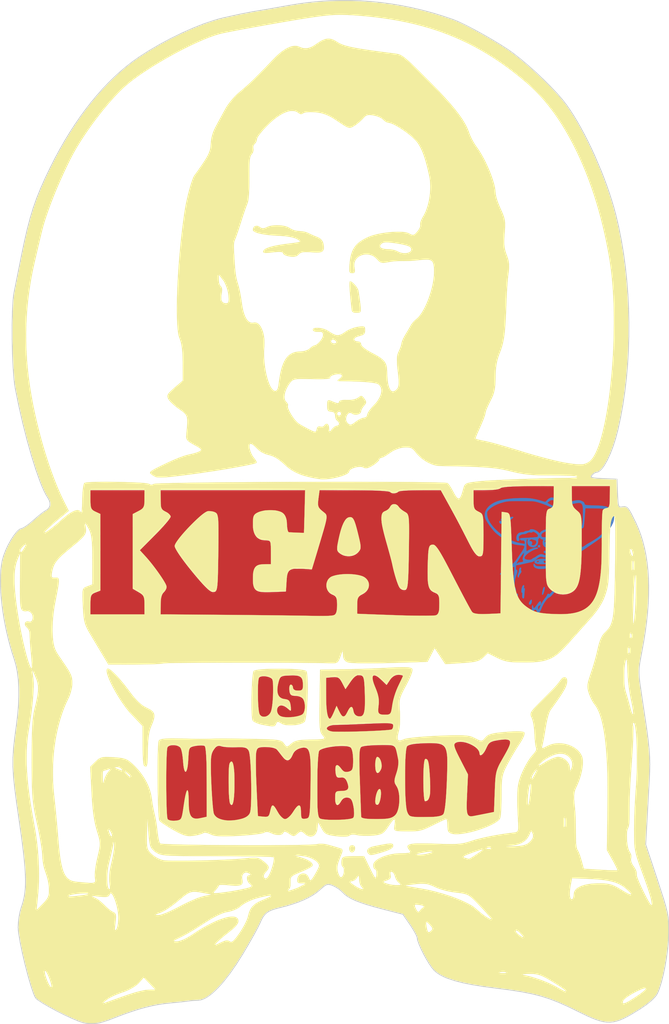
<source format=kicad_pcb>
(kicad_pcb (version 20171130) (host pcbnew "(5.1.2)-1")
  (layers (0 F.Cu signal) (31 B.Cu signal) (34 B.Paste user) (35 F.Paste user) (36 B.SilkS user) (37 F.SilkS user) (38 B.Mask user) (39 F.Mask user) (44 Edge.Cuts user))
  (net 0 "")
  (module LOGO (layer F.Cu) (at 0 0)
    (fp_text reference G*** hide)
    (fp_text value LOGO hide)
    (fp_poly (pts (xy 21.008825 -1.41335) (xy 21.049535 -1.411704) (xy 21.090254 -1.406581) (xy 21.133838 -1.396908) (xy 21.183143 -1.381611) (xy 21.241025 -1.359619) (xy 21.310341 -1.329858) (xy 21.393948 -1.291257) (xy 21.4947 -1.242741) (xy 21.59635 -1.192712) (xy 21.707982 -1.137991) (xy 21.801484 -1.093988) (xy 21.881135 -1.059466) (xy 21.951216 -1.033188) (xy 22.016005 -1.013916) (xy 22.079782 -1.000412) (xy 22.146828 -0.991439) (xy 22.221422 -0.98576) (xy 22.307843 -0.982137) (xy 22.3266 -0.98156) (xy 22.450879 -0.980224) (xy 22.565272 -0.984569) (xy 22.676735 -0.995444) (xy 22.792224 -1.013696) (xy 22.918699 -1.040176) (xy 23.031317 -1.067563) (xy 23.175116 -1.102308) (xy 23.298806 -1.127879) (xy 23.405841 -1.144587) (xy 23.499675 -1.152742) (xy 23.583762 -1.152654) (xy 23.661556 -1.144633) (xy 23.731093 -1.130375) (xy 23.791535 -1.111914) (xy 23.859826 -1.085974) (xy 23.928962 -1.055735) (xy 23.991942 -1.02438) (xy 24.041764 -0.995091) (xy 24.062458 -0.979807) (xy 24.102384 -0.937167) (xy 24.134079 -0.887315) (xy 24.152606 -0.838906) (xy 24.1554 -0.816772) (xy 24.16613 -0.770481) (xy 24.186685 -0.744494) (xy 24.208542 -0.727172) (xy 24.235331 -0.712284) (xy 24.26915 -0.699579) (xy 24.312102 -0.688805) (xy 24.366287 -0.679714) (xy 24.433807 -0.672054) (xy 24.516762 -0.665575) (xy 24.617254 -0.660027) (xy 24.737383 -0.655159) (xy 24.87925 -0.650721) (xy 24.99995 -0.647553) (xy 25.172064 -0.642993) (xy 25.32178 -0.638299) (xy 25.452102 -0.633294) (xy 25.566032 -0.627797) (xy 25.666573 -0.621629) (xy 25.756727 -0.614611) (xy 25.839497 -0.606563) (xy 25.917886 -0.597306) (xy 25.97785 -0.589142) (xy 26.169025 -0.554762) (xy 26.337947 -0.50921) (xy 26.485574 -0.451624) (xy 26.612865 -0.381141) (xy 26.720782 -0.296897) (xy 26.810283 -0.19803) (xy 26.882329 -0.083676) (xy 26.937878 0.047028) (xy 26.977892 0.194945) (xy 26.999805 0.329866) (xy 27.010938 0.474014) (xy 27.00816 0.614869) (xy 26.990685 0.75455) (xy 26.957727 0.895175) (xy 26.908499 1.038862) (xy 26.842213 1.187729) (xy 26.758084 1.343893) (xy 26.655324 1.509474) (xy 26.533147 1.686589) (xy 26.457772 1.789173) (xy 26.408871 1.853639) (xy 26.361193 1.91438) (xy 26.313539 1.972343) (xy 26.264711 2.028474) (xy 26.213509 2.083723) (xy 26.158736 2.139036) (xy 26.099194 2.19536) (xy 26.033683 2.253643) (xy 25.961006 2.314832) (xy 25.879964 2.379875) (xy 25.789358 2.449719) (xy 25.68799 2.525312) (xy 25.574663 2.607601) (xy 25.448177 2.697533) (xy 25.307333 2.796056) (xy 25.150935 2.904118) (xy 24.977782 3.022665) (xy 24.786677 3.152645) (xy 24.576422 3.295005) (xy 24.41575 3.403515) (xy 24.216972 3.537987) (xy 24.038355 3.659604) (xy 23.878721 3.76929) (xy 23.736891 3.867966) (xy 23.611688 3.956556) (xy 23.501934 4.035981) (xy 23.406449 4.107164) (xy 23.324056 4.171027) (xy 23.253576 4.228494) (xy 23.193832 4.280486) (xy 23.143646 4.327925) (xy 23.101838 4.371736) (xy 23.067232 4.412839) (xy 23.038648 4.452157) (xy 23.014909 4.490614) (xy 23.005657 4.507571) (xy 22.955368 4.587939) (xy 22.899952 4.645007) (xy 22.836466 4.680781) (xy 22.761968 4.697268) (xy 22.72503 4.698929) (xy 22.693241 4.700479) (xy 22.670282 4.707354) (xy 22.654832 4.723038) (xy 22.645572 4.751015) (xy 22.64118 4.79477) (xy 22.640338 4.857787) (xy 22.641246 4.920064) (xy 22.643045 4.978394) (xy 22.646451 5.057163) (xy 22.6512 5.15148) (xy 22.657027 5.256453) (xy 22.663669 5.36719) (xy 22.670861 5.478801) (xy 22.673489 5.517587) (xy 22.702235 5.936125) (xy 22.669176 5.974787) (xy 22.649561 5.997538) (xy 22.616948 6.035156) (xy 22.575044 6.083375) (xy 22.527555 6.137929) (xy 22.498352 6.171436) (xy 22.442948 6.236244) (xy 22.37421 6.318746) (xy 22.294162 6.416407) (xy 22.204832 6.526692) (xy 22.108245 6.647067) (xy 22.006427 6.774996) (xy 21.901404 6.907944) (xy 21.795202 7.043376) (xy 21.689846 7.178758) (xy 21.591986 7.305538) (xy 21.460352 7.47564) (xy 21.342159 7.625767) (xy 21.236501 7.756906) (xy 21.142471 7.870042) (xy 21.059164 7.966161) (xy 20.985674 8.046248) (xy 20.921093 8.111289) (xy 20.864517 8.16227) (xy 20.815038 8.200177) (xy 20.77175 8.225994) (xy 20.733748 8.240709) (xy 20.731727 8.241232) (xy 20.6848 8.262797) (xy 20.628426 8.305358) (xy 20.56441 8.367141) (xy 20.494561 8.446374) (xy 20.420685 8.541282) (xy 20.407167 8.5598) (xy 20.269677 8.762644) (xy 20.152341 8.964167) (xy 20.051301 9.17134) (xy 19.996306 9.30275) (xy 19.946167 9.423564) (xy 19.900077 9.521039) (xy 19.85703 9.596724) (xy 19.816018 9.65217) (xy 19.776035 9.68893) (xy 19.736074 9.708554) (xy 19.732335 9.70956) (xy 19.684166 9.7138) (xy 19.640734 9.699636) (xy 19.599895 9.665334) (xy 19.559505 9.609161) (xy 19.52234 9.539655) (xy 19.488426 9.477082) (xy 19.457137 9.437005) (xy 19.425819 9.417075) (xy 19.39182 9.414941) (xy 19.383493 9.416682) (xy 19.354983 9.432113) (xy 19.313042 9.466793) (xy 19.259081 9.519362) (xy 19.194514 9.588458) (xy 19.134053 9.657182) (xy 19.081843 9.711907) (xy 19.034345 9.746913) (xy 18.985725 9.765583) (xy 18.937696 9.771183) (xy 18.900834 9.774455) (xy 18.880807 9.784418) (xy 18.869466 9.804425) (xy 18.865628 9.825761) (xy 18.861322 9.86852) (xy 18.856823 9.928735) (xy 18.852406 10.00244) (xy 18.848347 10.08567) (xy 18.846107 10.14095) (xy 18.841223 10.259849) (xy 18.835972 10.356066) (xy 18.829757 10.432318) (xy 18.821982 10.491322) (xy 18.81205 10.535794) (xy 18.799365 10.568451) (xy 18.783331 10.592009) (xy 18.763351 10.609187) (xy 18.740544 10.621894) (xy 18.699898 10.637706) (xy 18.665027 10.640318) (xy 18.625972 10.629192) (xy 18.5928 10.613931) (xy 18.563792 10.594558) (xy 18.520797 10.559251) (xy 18.466791 10.510983) (xy 18.404753 10.452723) (xy 18.337658 10.387443) (xy 18.268483 10.318114) (xy 18.200206 10.247707) (xy 18.135803 10.179193) (xy 18.078252 10.115543) (xy 18.030529 10.059729) (xy 18.004366 10.02665) (xy 17.927973 9.917085) (xy 17.8676 9.810621) (xy 17.821531 9.702091) (xy 17.788048 9.586327) (xy 17.765432 9.458163) (xy 17.751968 9.312433) (xy 17.749217 9.259061) (xy 17.745967 9.19343) (xy 17.742392 9.137246) (xy 17.738853 9.095198) (xy 17.735707 9.071975) (xy 17.734643 9.06901) (xy 17.720337 9.069485) (xy 17.71144 9.074599) (xy 17.649172 9.118111) (xy 17.601917 9.14441) (xy 17.566792 9.154309) (xy 17.540915 9.148618) (xy 17.521401 9.128151) (xy 17.521384 9.128125) (xy 17.507097 9.093504) (xy 17.492951 9.035304) (xy 17.478898 8.953191) (xy 17.464892 8.84683) (xy 17.450885 8.715886) (xy 17.43683 8.560024) (xy 17.43063 8.4836) (xy 17.414022 8.286598) (xy 17.396778 8.1113) (xy 17.378366 7.954011) (xy 17.358258 7.811033) (xy 17.335921 7.678672) (xy 17.310825 7.553231) (xy 17.282441 7.431015) (xy 17.275678 7.4041) (xy 17.257488 7.331165) (xy 17.244756 7.273996) (xy 17.236541 7.224798) (xy 17.231901 7.175773) (xy 17.229895 7.119124) (xy 17.229581 7.047055) (xy 17.229668 7.0231) (xy 17.23153 6.937633) (xy 17.236002 6.846623) (xy 17.24246 6.759976) (xy 17.250277 6.687599) (xy 17.251297 6.6802) (xy 17.278845 6.479846) (xy 17.303058 6.290202) (xy 17.323835 6.112672) (xy 17.341075 5.948663) (xy 17.354675 5.799579) (xy 17.364534 5.666826) (xy 17.370549 5.55181) (xy 17.372619 5.455935) (xy 17.370642 5.380608) (xy 17.364515 5.327234) (xy 17.354138 5.297219) (xy 17.351771 5.294365) (xy 17.329957 5.289716) (xy 17.28643 5.297194) (xy 17.221702 5.316628) (xy 17.136285 5.347852) (xy 17.030691 5.390694) (xy 16.937804 5.430684) (xy 16.85365 5.466602) (xy 16.789428 5.491179) (xy 16.742547 5.504817) (xy 16.710416 5.507915) (xy 16.690445 5.500876) (xy 16.680043 5.4841) (xy 16.677476 5.470989) (xy 16.680016 5.449025) (xy 16.693516 5.423065) (xy 16.719701 5.391456) (xy 16.760294 5.352542) (xy 16.817018 5.304667) (xy 16.891597 5.246177) (xy 16.983551 5.177049) (xy 17.084549 5.100708) (xy 17.172926 5.030086) (xy 17.251653 4.961918) (xy 17.257264 4.956545) (xy 17.609632 4.956545) (xy 17.620724 4.977252) (xy 17.644352 4.978846) (xy 17.678421 4.959324) (xy 17.705167 4.934368) (xy 17.745118 4.899438) (xy 17.792726 4.873605) (xy 17.853037 4.855061) (xy 17.931099 4.841999) (xy 17.97685 4.8371) (xy 18.063985 4.825757) (xy 18.129166 4.809769) (xy 18.160271 4.797052) (xy 18.20597 4.770995) (xy 18.229354 4.746407) (xy 18.232423 4.717402) (xy 18.217174 4.678095) (xy 18.20704 4.659317) (xy 18.187598 4.62185) (xy 18.177386 4.590523) (xy 18.174361 4.554933) (xy 18.176485 4.504679) (xy 18.176541 4.503828) (xy 18.186943 4.430871) (xy 18.209946 4.336671) (xy 18.241848 4.232353) (xy 18.272707 4.134169) (xy 18.294935 4.054434) (xy 18.308283 3.994331) (xy 18.3125 3.955042) (xy 18.307334 3.937748) (xy 18.304509 3.937) (xy 18.287619 3.946534) (xy 18.258452 3.972834) (xy 18.220101 4.012444) (xy 18.175659 4.061907) (xy 18.12822 4.117768) (xy 18.080877 4.17657) (xy 18.036724 4.234859) (xy 18.031683 4.2418) (xy 17.986536 4.305849) (xy 17.935359 4.381071) (xy 17.880793 4.463331) (xy 17.825475 4.548493) (xy 17.772045 4.632423) (xy 17.723141 4.710986) (xy 17.681402 4.780047) (xy 17.649467 4.835472) (xy 17.63344 4.865802) (xy 17.613172 4.918727) (xy 17.609632 4.956545) (xy 17.257264 4.956545) (xy 17.323701 4.892938) (xy 17.392043 4.819882) (xy 17.459649 4.739485) (xy 17.52949 4.648481) (xy 17.604538 4.543607) (xy 17.687764 4.421598) (xy 17.7334 4.353104) (xy 17.793546 4.262836) (xy 17.857555 4.167682) (xy 17.921621 4.073237) (xy 17.981939 3.985097) (xy 18.034703 3.908856) (xy 18.06398 3.86715) (xy 18.136204 3.761009) (xy 18.199717 3.659432) (xy 18.252912 3.565416) (xy 18.294183 3.481958) (xy 18.321924 3.412057) (xy 18.333978 3.363335) (xy 18.337183 3.324287) (xy 18.331559 3.298959) (xy 18.31429 3.276391) (xy 18.310712 3.272757) (xy 18.293319 3.258952) (xy 18.26922 3.247167) (xy 18.235575 3.236886) (xy 18.189541 3.22759) (xy 18.128277 3.218763) (xy 18.048942 3.209887) (xy 17.948695 3.200447) (xy 17.8816 3.194655) (xy 17.690694 3.174151) (xy 17.517741 3.145461) (xy 17.356078 3.106673) (xy 17.199044 3.055873) (xy 17.039979 2.991147) (xy 16.87222 2.910582) (xy 16.84655 2.897353) (xy 16.727425 2.832286) (xy 16.597634 2.755701) (xy 16.46048 2.669949) (xy 16.319265 2.577379) (xy 16.177293 2.480339) (xy 16.037866 2.38118) (xy 15.904288 2.28225) (xy 15.779862 2.1859) (xy 15.667889 2.094479) (xy 15.571675 2.010335) (xy 15.49452 1.935819) (xy 15.494 1.93528) (xy 15.396727 1.829928) (xy 15.294199 1.710829) (xy 15.189077 1.581642) (xy 15.084023 1.446023) (xy 14.981697 1.307631) (xy 14.884761 1.170123) (xy 14.795876 1.037157) (xy 14.717703 0.912392) (xy 14.652903 0.799484) (xy 14.617305 0.73025) (xy 14.56742 0.614643) (xy 14.534582 0.506391) (xy 14.516619 0.396244) (xy 14.511349 0.2794) (xy 14.522516 0.124491) (xy 14.528158 0.09977) (xy 14.739733 0.09977) (xy 14.739948 0.1524) (xy 14.75144 0.317214) (xy 14.78268 0.478038) (xy 14.83486 0.639431) (xy 14.909176 0.805949) (xy 14.913421 0.814347) (xy 15.025114 1.01085) (xy 15.159941 1.207908) (xy 15.315744 1.403743) (xy 15.490364 1.59658) (xy 15.681642 1.784645) (xy 15.88742 1.966161) (xy 16.105539 2.139352) (xy 16.33384 2.302445) (xy 16.570165 2.453662) (xy 16.812355 2.591229) (xy 17.058251 2.71337) (xy 17.305695 2.818309) (xy 17.386796 2.848671) (xy 17.494428 2.88463) (xy 17.614182 2.919505) (xy 17.741111 2.952255) (xy 17.87027 2.981835) (xy 17.996713 3.007201) (xy 18.115492 3.02731) (xy 18.221661 3.041118) (xy 18.310274 3.04758) (xy 18.331038 3.047931) (xy 18.393127 3.048) (xy 18.385713 2.974975) (xy 18.371159 2.882888) (xy 18.348524 2.814408) (xy 18.327147 2.77944) (xy 18.313344 2.765697) (xy 18.294754 2.756283) (xy 18.265853 2.749816) (xy 18.221112 2.744917) (xy 18.175438 2.741549) (xy 18.088035 2.732289) (xy 18.021634 2.71689) (xy 17.972276 2.693925) (xy 17.936004 2.661963) (xy 17.928547 2.652441) (xy 17.912022 2.621127) (xy 17.913581 2.589949) (xy 17.915784 2.582591) (xy 17.926741 2.558285) (xy 17.943982 2.539389) (xy 17.970667 2.525063) (xy 18.009955 2.51447) (xy 18.065006 2.506771) (xy 18.138982 2.501129) (xy 18.235041 2.496705) (xy 18.24034 2.496506) (xy 18.388767 2.490515) (xy 18.538612 2.483607) (xy 18.687472 2.475952) (xy 18.832941 2.46772) (xy 18.972614 2.459084) (xy 19.104086 2.450214) (xy 19.224951 2.44128) (xy 19.332805 2.432453) (xy 19.425241 2.423905) (xy 19.499856 2.415806) (xy 19.554244 2.408326) (xy 19.586 2.401637) (xy 19.588547 2.400757) (xy 19.614544 2.380246) (xy 19.638602 2.344339) (xy 19.655256 2.302792) (xy 19.6596 2.273924) (xy 19.652579 2.237009) (xy 19.630067 2.196008) (xy 19.589885 2.147725) (xy 19.540164 2.098527) (xy 19.470946 2.04001) (xy 19.395009 1.986253) (xy 19.319317 1.941639) (xy 19.250833 1.910548) (xy 19.231087 1.904028) (xy 19.196473 1.895359) (xy 19.175204 1.896938) (xy 19.156541 1.910952) (xy 19.146775 1.921203) (xy 19.097436 1.95628) (xy 19.033444 1.97293) (xy 18.958518 1.970267) (xy 18.948449 1.968509) (xy 18.857062 1.956106) (xy 18.779948 1.958145) (xy 18.70959 1.97602) (xy 18.638471 2.011123) (xy 18.6055 2.032051) (xy 18.549135 2.066551) (xy 18.494489 2.091831) (xy 18.434855 2.109904) (xy 18.363528 2.122783) (xy 18.273802 2.132481) (xy 18.269687 2.132835) (xy 18.199567 2.139631) (xy 18.147046 2.147298) (xy 18.10434 2.157651) (xy 18.063665 2.172508) (xy 18.025253 2.189852) (xy 17.950602 2.232296) (xy 17.884383 2.282867) (xy 17.86894 2.29745) (xy 17.832992 2.337149) (xy 17.812179 2.37292) (xy 17.805395 2.411417) (xy 17.811537 2.459296) (xy 17.829499 2.523213) (xy 17.8308 2.5273) (xy 17.84457 2.579533) (xy 17.853794 2.632003) (xy 17.8562 2.663574) (xy 17.852795 2.703747) (xy 17.838911 2.734128) (xy 17.81302 2.76352) (xy 17.768113 2.796217) (xy 17.724389 2.805779) (xy 17.683284 2.794471) (xy 17.646236 2.764557) (xy 17.614681 2.718301) (xy 17.590056 2.657967) (xy 17.573799 2.585819) (xy 17.567346 2.504121) (xy 17.572134 2.415138) (xy 17.575643 2.389488) (xy 17.604703 2.272961) (xy 17.652666 2.172464) (xy 17.718515 2.089072) (xy 17.801232 2.023862) (xy 17.899798 1.977911) (xy 17.98531 1.956424) (xy 18.028876 1.950336) (xy 18.087762 1.943929) (xy 18.151922 1.938249) (xy 18.178805 1.936278) (xy 18.237129 1.931843) (xy 18.276129 1.926886) (xy 18.301851 1.919668) (xy 18.320344 1.908454) (xy 18.337653 1.891505) (xy 18.338731 1.890328) (xy 18.37549 1.860568) (xy 18.426345 1.838203) (xy 18.494866 1.822113) (xy 18.584625 1.811175) (xy 18.5928 1.810492) (xy 18.689438 1.799653) (xy 18.762668 1.784483) (xy 18.814199 1.764443) (xy 18.845737 1.738995) (xy 18.852422 1.728606) (xy 18.880819 1.691735) (xy 18.922997 1.667561) (xy 18.981992 1.655095) (xy 19.060845 1.653347) (xy 19.080728 1.654279) (xy 19.214487 1.673896) (xy 19.34934 1.71663) (xy 19.481528 1.780663) (xy 19.607288 1.864181) (xy 19.72073 1.96324) (xy 19.826311 2.068445) (xy 19.850737 2.011462) (xy 19.893948 1.940728) (xy 19.959706 1.874323) (xy 20.045324 1.8137) (xy 20.148112 1.76031) (xy 20.265382 1.715604) (xy 20.394446 1.681037) (xy 20.496369 1.662779) (xy 20.618496 1.652911) (xy 20.730307 1.659006) (xy 20.82877 1.680514) (xy 20.910852 1.716885) (xy 20.950344 1.745072) (xy 20.992465 1.777737) (xy 21.037635 1.805108) (xy 21.090131 1.828806) (xy 21.15423 1.850452) (xy 21.23421 1.871667) (xy 21.334348 1.89407) (xy 21.35496 1.898379) (xy 21.467909 1.926434) (xy 21.560917 1.959273) (xy 21.633097 1.996161) (xy 21.68356 2.036363) (xy 21.71142 2.079144) (xy 21.715788 2.123769) (xy 21.695777 2.169502) (xy 21.690678 2.176337) (xy 21.654795 2.205317) (xy 21.61347 2.210534) (xy 21.569572 2.192225) (xy 21.537056 2.163603) (xy 21.509564 2.133573) (xy 21.487299 2.111691) (xy 21.465657 2.096623) (xy 21.440036 2.087033) (xy 21.405833 2.081587) (xy 21.358445 2.07895) (xy 21.293269 2.077787) (xy 21.239052 2.077187) (xy 21.146813 2.075049) (xy 21.069959 2.071095) (xy 21.011779 2.065559) (xy 20.975559 2.058675) (xy 20.974645 2.058385) (xy 20.928748 2.036276) (xy 20.887125 2.003847) (xy 20.855884 1.967128) (xy 20.841134 1.932152) (xy 20.8407 1.926118) (xy 20.838017 1.904509) (xy 20.824876 1.897837) (xy 20.799425 1.900414) (xy 20.764899 1.89998) (xy 20.723605 1.886687) (xy 20.685364 1.867866) (xy 20.627869 1.841815) (xy 20.575435 1.830845) (xy 20.519542 1.834505) (xy 20.45167 1.852343) (xy 20.443424 1.855046) (xy 20.326268 1.899902) (xy 20.222685 1.951431) (xy 20.134694 2.007972) (xy 20.064312 2.067865) (xy 20.013558 2.129449) (xy 19.98445 2.191064) (xy 19.978066 2.237869) (xy 19.988183 2.301982) (xy 20.013157 2.357389) (xy 20.045574 2.393249) (xy 20.057137 2.400884) (xy 20.071107 2.406979) (xy 20.090493 2.411788) (xy 20.118304 2.415564) (xy 20.15755 2.418563) (xy 20.21124 2.421036) (xy 20.282383 2.42324) (xy 20.373988 2.425426) (xy 20.444727 2.426934) (xy 20.566405 2.429884) (xy 20.665606 2.433412) (xy 20.745253 2.437901) (xy 20.808269 2.443736) (xy 20.857577 2.4513) (xy 20.896099 2.460976) (xy 20.926757 2.473148) (xy 20.952476 2.488199) (xy 20.96157 2.49476) (xy 20.98489 2.510402) (xy 20.995593 2.508742) (xy 20.997152 2.486712) (xy 20.995381 2.464898) (xy 20.994996 2.429614) (xy 21.005414 2.407951) (xy 21.023143 2.3939) (xy 21.042169 2.383023) (xy 21.05962 2.380363) (xy 21.083116 2.386932) (xy 21.120276 2.403744) (xy 21.129147 2.408005) (xy 21.155385 2.420136) (xy 21.179616 2.429289) (xy 21.206137 2.436034) (xy 21.239243 2.440943) (xy 21.283232 2.444585) (xy 21.342399 2.447531) (xy 21.421041 2.450352) (xy 21.45665 2.451501) (xy 21.55642 2.455292) (xy 21.63442 2.459767) (xy 21.694277 2.465266) (xy 21.739618 2.472134) (xy 21.77407 2.480713) (xy 21.777445 2.481808) (xy 21.829814 2.505334) (xy 21.858983 2.532909) (xy 21.863981 2.563521) (xy 21.862051 2.569773) (xy 21.843479 2.592885) (xy 21.808218 2.619009) (xy 21.763826 2.643587) (xy 21.717858 2.662059) (xy 21.701683 2.6665) (xy 21.63469 2.676303) (xy 21.551273 2.679999) (xy 21.458339 2.678097) (xy 21.362794 2.671109) (xy 21.271545 2.659543) (xy 21.191498 2.643911) (xy 21.129559 2.624723) (xy 21.128074 2.624107) (xy 21.096774 2.611365) (xy 21.077256 2.604126) (xy 21.074747 2.6035) (xy 21.076472 2.61384) (xy 21.085824 2.639685) (xy 21.090156 2.650313) (xy 21.106957 2.71135) (xy 21.116031 2.793962) (xy 21.117257 2.895491) (xy 21.110515 3.013279) (xy 21.107889 3.041736) (xy 21.102314 3.102608) (xy 21.098412 3.153678) (xy 21.096505 3.19) (xy 21.096914 3.20663) (xy 21.097145 3.207079) (xy 21.106767 3.200422) (xy 21.127336 3.178178) (xy 21.154524 3.145054) (xy 21.156328 3.142749) (xy 21.193016 3.100372) (xy 21.221814 3.078257) (xy 21.24064 3.0734) (xy 21.265769 3.080243) (xy 21.27835 3.102629) (xy 21.279165 3.143338) (xy 21.272614 3.187097) (xy 21.265502 3.225373) (xy 21.260849 3.251902) (xy 21.2598 3.259246) (xy 21.252016 3.270382) (xy 21.231961 3.294245) (xy 21.21298 3.315649) (xy 21.146478 3.371811) (xy 21.061519 3.416436) (xy 20.962517 3.449039) (xy 20.853887 3.469133) (xy 20.740042 3.476231) (xy 20.625397 3.469847) (xy 20.514366 3.449494) (xy 20.411364 3.414686) (xy 20.392453 3.406107) (xy 20.299912 3.352303) (xy 20.227995 3.287604) (xy 20.173092 3.208723) (xy 20.170603 3.204113) (xy 20.132869 3.111859) (xy 20.114408 3.011269) (xy 20.114989 2.913544) (xy 20.256253 2.913544) (xy 20.260238 2.928972) (xy 20.272585 2.924898) (xy 20.298873 2.907866) (xy 20.333725 2.881408) (xy 20.338458 2.87758) (xy 20.392774 2.838728) (xy 20.43703 2.820698) (xy 20.475126 2.823095) (xy 20.510961 2.84552) (xy 20.524275 2.85865) (xy 20.554516 2.901981) (xy 20.575055 2.952696) (xy 20.582731 3.001194) (xy 20.579505 3.026399) (xy 20.5528 3.073979) (xy 20.508689 3.111402) (xy 20.454702 3.13335) (xy 20.423057 3.1369) (xy 20.38154 3.14165) (xy 20.350304 3.150149) (xy 20.32662 3.160526) (xy 20.324473 3.170742) (xy 20.340522 3.188467) (xy 20.380472 3.212991) (xy 20.439769 3.228768) (xy 20.513716 3.235236) (xy 20.597616 3.231829) (xy 20.647734 3.225312) (xy 20.75881 3.201017) (xy 20.846951 3.167662) (xy 20.913144 3.12472) (xy 20.958376 3.071666) (xy 20.967253 3.055272) (xy 20.988727 2.992068) (xy 20.989102 2.929993) (xy 20.968234 2.862196) (xy 20.962954 2.850443) (xy 20.916038 2.778631) (xy 20.849462 2.718252) (xy 20.767349 2.671824) (xy 20.673823 2.641869) (xy 20.60575 2.63219) (xy 20.526318 2.637105) (xy 20.453585 2.66457) (xy 20.38571 2.715568) (xy 20.329612 2.779269) (xy 20.291103 2.834637) (xy 20.266171 2.88043) (xy 20.256253 2.913544) (xy 20.114989 2.913544) (xy 20.115072 2.899687) (xy 20.134713 2.774461) (xy 20.144315 2.73371) (xy 20.152121 2.697254) (xy 20.151131 2.676393) (xy 20.140324 2.662542) (xy 20.135407 2.658755) (xy 20.105401 2.646026) (xy 20.073932 2.6416) (xy 20.018975 2.630779) (xy 19.959613 2.601219) (xy 19.902025 2.55727) (xy 19.852386 2.503284) (xy 19.830105 2.46984) (xy 19.820548 2.457558) (xy 19.811222 2.461509) (xy 19.797682 2.484775) (xy 19.792005 2.496246) (xy 19.768652 2.531724) (xy 19.740658 2.55829) (xy 19.733092 2.562693) (xy 19.707807 2.582237) (xy 19.689983 2.615206) (xy 19.678758 2.664807) (xy 19.67327 2.734246) (xy 19.67237 2.788492) (xy 19.663719 2.930111) (xy 19.638172 3.054174) (xy 19.59606 3.160178) (xy 19.537712 3.247619) (xy 19.463462 3.315992) (xy 19.373638 3.364793) (xy 19.276293 3.392192) (xy 19.173339 3.398794) (xy 19.06545 3.384822) (xy 18.959312 3.352285) (xy 18.861611 3.303194) (xy 18.78386 3.244144) (xy 18.71502 3.162945) (xy 18.6674 3.069194) (xy 18.641839 2.965499) (xy 18.639177 2.854469) (xy 18.644335 2.810962) (xy 18.645069 2.806076) (xy 18.811066 2.806076) (xy 18.811539 2.813773) (xy 18.825479 2.812542) (xy 18.85219 2.802032) (xy 18.856921 2.799732) (xy 18.91158 2.78578) (xy 18.968119 2.795919) (xy 19.023291 2.829361) (xy 19.039254 2.843982) (xy 19.082313 2.900641) (xy 19.10337 2.960463) (xy 19.102232 3.019452) (xy 19.078706 3.07361) (xy 19.051752 3.103943) (xy 19.028783 3.131746) (xy 19.028495 3.155228) (xy 19.051695 3.175486) (xy 19.099191 3.193619) (xy 19.122266 3.199806) (xy 19.199648 3.207797) (xy 19.274619 3.194838) (xy 19.33535 3.165108) (xy 19.392821 3.114675) (xy 19.441203 3.052546) (xy 19.477385 2.984697) (xy 19.498259 2.917103) (xy 19.500714 2.85574) (xy 19.499676 2.849362) (xy 19.482033 2.802853) (xy 19.450555 2.759314) (xy 19.411689 2.725565) (xy 19.37188 2.708425) (xy 19.365739 2.707671) (xy 19.334583 2.702396) (xy 19.287567 2.690885) (xy 19.232836 2.675213) (xy 19.20875 2.667645) (xy 19.128873 2.642906) (xy 19.067899 2.627677) (xy 19.021082 2.622204) (xy 18.983674 2.626733) (xy 18.950929 2.641511) (xy 18.918098 2.666783) (xy 18.899937 2.683653) (xy 18.870422 2.715391) (xy 18.843041 2.750394) (xy 18.82189 2.782633) (xy 18.811066 2.806076) (xy 18.645069 2.806076) (xy 18.652739 2.75509) (xy 18.660599 2.698873) (xy 18.6652 2.662816) (xy 18.672425 2.601482) (xy 18.635881 2.605666) (xy 18.613884 2.611952) (xy 18.595253 2.626591) (xy 18.579728 2.651419) (xy 18.567052 2.688267) (xy 18.556963 2.738972) (xy 18.549204 2.805366) (xy 18.543514 2.889285) (xy 18.539634 2.992563) (xy 18.537305 3.117032) (xy 18.536268 3.264529) (xy 18.536173 3.310869) (xy 18.536392 3.4432) (xy 18.537367 3.554361) (xy 18.539077 3.643516) (xy 18.541498 3.709831) (xy 18.544608 3.752471) (xy 18.548385 3.770601) (xy 18.548621 3.77088) (xy 18.564338 3.77084) (xy 18.598477 3.756955) (xy 18.651778 3.728874) (xy 18.718855 3.689914) (xy 18.834027 3.625408) (xy 18.947326 3.571603) (xy 19.06629 3.525453) (xy 19.198458 3.483914) (xy 19.289966 3.459236) (xy 19.372252 3.439258) (xy 19.436793 3.426478) (xy 19.489895 3.419918) (xy 19.537862 3.418599) (xy 19.549663 3.418969) (xy 19.608886 3.424734) (xy 19.6449 3.437034) (xy 19.659382 3.457306) (xy 19.654005 3.486989) (xy 19.646494 3.502134) (xy 19.628508 3.524309) (xy 19.599527 3.542351) (xy 19.555464 3.557896) (xy 19.492234 3.572576) (xy 19.451063 3.580297) (xy 19.389865 3.596806) (xy 19.312335 3.626548) (xy 19.222399 3.667431) (xy 19.123986 3.717366) (xy 19.02102 3.774262) (xy 18.917428 3.83603) (xy 18.817137 3.900578) (xy 18.724073 3.965817) (xy 18.716828 3.971174) (xy 18.630459 4.040539) (xy 18.552164 4.11354) (xy 18.484069 4.187374) (xy 18.428304 4.259237) (xy 18.386994 4.326327) (xy 18.362269 4.38584) (xy 18.356255 4.434974) (xy 18.357693 4.444288) (xy 18.381244 4.493345) (xy 18.427858 4.534365) (xy 18.496344 4.566843) (xy 18.585506 4.59027) (xy 18.694151 4.604138) (xy 18.740074 4.606787) (xy 18.836173 4.608298) (xy 18.912701 4.603148) (xy 18.974935 4.589948) (xy 19.028151 4.567307) (xy 19.077625 4.533836) (xy 19.104641 4.510771) (xy 19.145359 4.477304) (xy 19.186035 4.449362) (xy 19.215387 4.434096) (xy 19.287994 4.404328) (xy 19.356469 4.369456) (xy 19.427959 4.325407) (xy 19.509614 4.268107) (xy 19.5199 4.260543) (xy 19.639172 4.179473) (xy 19.748787 4.12031) (xy 19.85105 4.082552) (xy 19.948266 4.0657) (xy 20.042742 4.069253) (xy 20.136782 4.09271) (xy 20.191301 4.1149) (xy 20.271902 4.144093) (xy 20.342761 4.151654) (xy 20.407626 4.137476) (xy 20.462549 4.107053) (xy 20.508952 4.070631) (xy 20.532281 4.042287) (xy 20.532053 4.020736) (xy 20.507782 4.004697) (xy 20.458983 3.992885) (xy 20.417249 3.987239) (xy 20.364659 3.979297) (xy 20.317104 3.968591) (xy 20.284478 3.957368) (xy 20.283388 3.956819) (xy 20.236263 3.921852) (xy 20.210811 3.879286) (xy 20.207914 3.833165) (xy 20.228454 3.78753) (xy 20.242823 3.770923) (xy 20.269248 3.748413) (xy 20.296742 3.737327) (xy 20.33605 3.7339) (xy 20.348867 3.7338) (xy 20.39736 3.736992) (xy 20.435007 3.749543) (xy 20.471382 3.772622) (xy 20.540514 3.810041) (xy 20.62281 3.834929) (xy 20.708108 3.844809) (xy 20.757508 3.842379) (xy 20.806904 3.832691) (xy 20.846345 3.814341) (xy 20.886253 3.783644) (xy 20.921625 3.75667) (xy 20.953413 3.73857) (xy 20.970101 3.7338) (xy 20.994973 3.739913) (xy 21.032146 3.755726) (xy 21.063291 3.772095) (xy 21.112091 3.795844) (xy 21.160281 3.808603) (xy 21.215729 3.811427) (xy 21.286304 3.80537) (xy 21.299113 3.803702) (xy 21.341126 3.79924) (xy 21.366967 3.801286) (xy 21.385417 3.811607) (xy 21.397538 3.82352) (xy 21.41721 3.853056) (xy 21.4249 3.880349) (xy 21.436142 3.939626) (xy 21.467129 3.989811) (xy 21.496564 4.014321) (xy 21.528564 4.042312) (xy 21.537218 4.069851) (xy 21.524502 4.094479) (xy 21.492392 4.113737) (xy 21.442863 4.125166) (xy 21.40585 4.127241) (xy 21.334578 4.121934) (xy 21.274563 4.106845) (xy 21.23178 4.083632) (xy 21.224618 4.076906) (xy 21.199251 4.055767) (xy 21.16556 4.040256) (xy 21.119261 4.029356) (xy 21.056072 4.022052) (xy 20.97405 4.017417) (xy 20.89326 4.015527) (xy 20.83287 4.018658) (xy 20.788046 4.028947) (xy 20.753952 4.048529) (xy 20.725754 4.079542) (xy 20.698616 4.124121) (xy 20.6883 4.143659) (xy 20.629836 4.23746) (xy 20.563019 4.307717) (xy 20.486587 4.355274) (xy 20.399282 4.380978) (xy 20.32635 4.386424) (xy 20.27095 4.383726) (xy 20.221142 4.374412) (xy 20.165679 4.355981) (xy 20.13585 4.344033) (xy 20.052414 4.315516) (xy 19.97455 4.302886) (xy 19.898919 4.307045) (xy 19.822186 4.328894) (xy 19.741014 4.369335) (xy 19.652068 4.429269) (xy 19.565582 4.498122) (xy 19.47008 4.577794) (xy 19.390372 4.642577) (xy 19.323198 4.694377) (xy 19.2653 4.735103) (xy 19.213419 4.766664) (xy 19.164297 4.790966) (xy 19.114675 4.809919) (xy 19.061294 4.82543) (xy 19.000895 4.839407) (xy 18.972698 4.845269) (xy 18.917217 4.856906) (xy 18.842203 4.873137) (xy 18.752867 4.892806) (xy 18.654416 4.914761) (xy 18.552059 4.937847) (xy 18.45945 4.958972) (xy 18.30323 4.994564) (xy 18.169263 5.024489) (xy 18.055153 5.049221) (xy 17.958506 5.069235) (xy 17.876926 5.085005) (xy 17.80802 5.097004) (xy 17.749393 5.105708) (xy 17.698651 5.11159) (xy 17.680619 5.113211) (xy 17.626325 5.118875) (xy 17.587252 5.12809) (xy 17.56074 5.144691) (xy 17.544132 5.172514) (xy 17.534768 5.215394) (xy 17.52999 5.277165) (xy 17.527959 5.333432) (xy 17.52717 5.396742) (xy 17.528422 5.455026) (xy 17.531448 5.501059) (xy 17.53504 5.5245) (xy 17.54659 5.555361) (xy 17.565401 5.569117) (xy 17.587303 5.572948) (xy 17.627568 5.588001) (xy 17.653682 5.62331) (xy 17.665613 5.678018) (xy 17.66333 5.751268) (xy 17.646802 5.842203) (xy 17.615998 5.949966) (xy 17.602446 5.98978) (xy 17.550648 6.140205) (xy 17.508431 6.271962) (xy 17.474902 6.389525) (xy 17.449167 6.497366) (xy 17.430335 6.599957) (xy 17.417513 6.701772) (xy 17.409808 6.807282) (xy 17.406327 6.920962) (xy 17.405904 6.974478) (xy 17.405841 7.057841) (xy 17.406373 7.11974) (xy 17.407908 7.164107) (xy 17.410856 7.194878) (xy 17.415628 7.215987) (xy 17.422632 7.231368) (xy 17.432279 7.244954) (xy 17.434339 7.247528) (xy 17.465528 7.292408) (xy 17.490306 7.34344) (xy 17.509276 7.403805) (xy 17.523038 7.476688) (xy 17.532194 7.565274) (xy 17.537347 7.672745) (xy 17.539096 7.801893) (xy 17.539492 8.02005) (xy 17.568572 7.972762) (xy 17.608626 7.91564) (xy 17.643648 7.88245) (xy 17.673267 7.873398) (xy 17.697107 7.888688) (xy 17.703353 7.898565) (xy 17.708841 7.912287) (xy 17.712749 7.931753) (xy 17.715037 7.959533) (xy 17.715668 7.998196) (xy 17.714602 8.050313) (xy 17.7118 8.118454) (xy 17.707226 8.205188) (xy 17.700838 8.313086) (xy 17.69594 8.391916) (xy 17.690598 8.481375) (xy 17.686306 8.56233) (xy 17.683202 8.631381) (xy 17.681421 8.685123) (xy 17.6811 8.720154) (xy 17.682268 8.733002) (xy 17.694079 8.728362) (xy 17.718358 8.709301) (xy 17.750076 8.679814) (xy 17.753325 8.676583) (xy 17.807963 8.630151) (xy 17.855965 8.605773) (xy 17.895884 8.603413) (xy 17.926269 8.623034) (xy 17.945672 8.664601) (xy 17.94916 8.6815) (xy 17.950038 8.710832) (xy 17.947225 8.758803) (xy 17.941254 8.819006) (xy 17.932658 8.885033) (xy 17.931683 8.891649) (xy 17.915272 9.021614) (xy 17.908182 9.133983) (xy 17.910711 9.234905) (xy 17.923159 9.330529) (xy 17.945825 9.427002) (xy 17.960034 9.4742) (xy 17.998792 9.576885) (xy 18.050083 9.679248) (xy 18.115692 9.783829) (xy 18.197401 9.893168) (xy 18.296994 10.009806) (xy 18.416255 10.136284) (xy 18.44586 10.166235) (xy 18.635483 10.356621) (xy 18.646079 10.318635) (xy 18.649525 10.295565) (xy 18.653528 10.251121) (xy 18.657826 10.189317) (xy 18.662159 10.114168) (xy 18.666265 10.029687) (xy 18.668774 9.9695) (xy 18.674692 9.841225) (xy 18.681822 9.736014) (xy 18.690629 9.65154) (xy 18.701576 9.585479) (xy 18.715126 9.535504) (xy 18.731745 9.49929) (xy 18.751896 9.474511) (xy 18.770056 9.461791) (xy 18.801652 9.44988) (xy 18.831688 9.451763) (xy 18.864764 9.469414) (xy 18.905482 9.504808) (xy 18.931355 9.531041) (xy 19.010035 9.613282) (xy 19.029863 9.559616) (xy 19.049754 9.488172) (xy 19.065741 9.392014) (xy 19.077848 9.270979) (xy 19.081712 9.21385) (xy 19.08682 9.135859) (xy 19.091851 9.079573) (xy 19.097505 9.041306) (xy 19.104477 9.017374) (xy 19.113466 9.004093) (xy 19.12245 8.998709) (xy 19.144609 8.997489) (xy 19.162825 9.014277) (xy 19.17849 9.051428) (xy 19.192997 9.111297) (xy 19.194966 9.121368) (xy 19.209299 9.187956) (xy 19.223269 9.232641) (xy 19.238497 9.258845) (xy 19.256601 9.269987) (xy 19.265809 9.271) (xy 19.291702 9.260364) (xy 19.328919 9.229647) (xy 19.37586 9.180636) (xy 19.430926 9.115118) (xy 19.492519 9.034879) (xy 19.553984 8.949002) (xy 19.627435 8.84676) (xy 19.69394 8.761345) (xy 19.752438 8.693912) (xy 19.80187 8.645617) (xy 19.841175 8.617615) (xy 19.864552 8.6106) (xy 19.90106 8.619039) (xy 19.926656 8.645733) (xy 19.942544 8.692743) (xy 19.949669 8.756713) (xy 19.950072 8.809782) (xy 19.946589 8.858926) (xy 19.940095 8.89303) (xy 19.910304 8.946641) (xy 19.860886 8.994565) (xy 19.79761 9.031551) (xy 19.78025 9.038492) (xy 19.738048 9.057282) (xy 19.710506 9.081028) (xy 19.687218 9.118685) (xy 19.669802 9.158138) (xy 19.662698 9.194918) (xy 19.663775 9.241617) (xy 19.664664 9.25195) (xy 19.672001 9.3103) (xy 19.68207 9.361486) (xy 19.69349 9.400208) (xy 19.704878 9.421168) (xy 19.709382 9.4234) (xy 19.720087 9.412328) (xy 19.7383 9.381889) (xy 19.761971 9.336251) (xy 19.789049 9.279579) (xy 19.817482 9.216038) (xy 19.845221 9.149797) (xy 19.850244 9.137247) (xy 19.896254 9.030053) (xy 19.952112 8.913806) (xy 20.0144 8.794724) (xy 20.079699 8.679022) (xy 20.144589 8.572916) (xy 20.205653 8.482623) (xy 20.223635 8.458336) (xy 20.254416 8.418278) (xy 20.294902 8.36616) (xy 20.338999 8.309806) (xy 20.367751 8.273295) (xy 20.430105 8.191293) (xy 20.480859 8.118204) (xy 20.518512 8.056466) (xy 20.541568 8.008519) (xy 20.5486 7.978944) (xy 20.55731 7.949972) (xy 20.578559 7.919192) (xy 20.581315 7.91633) (xy 20.60812 7.894751) (xy 20.636429 7.88819) (xy 20.664851 7.890431) (xy 20.704345 7.900462) (xy 20.736416 7.91643) (xy 20.740528 7.919742) (xy 20.753066 7.929467) (xy 20.765241 7.93128) (xy 20.781532 7.922726) (xy 20.80642 7.901352) (xy 20.844385 7.864703) (xy 20.848675 7.860494) (xy 20.917626 7.789855) (xy 20.996523 7.703932) (xy 21.083207 7.605459) (xy 21.17552 7.497173) (xy 21.271304 7.381807) (xy 21.3684 7.262098) (xy 21.46465 7.140779) (xy 21.557896 7.020587) (xy 21.645979 6.904256) (xy 21.726742 6.794521) (xy 21.798025 6.694117) (xy 21.85767 6.60578) (xy 21.90352 6.532245) (xy 21.9202 6.502626) (xy 21.970149 6.419814) (xy 22.025501 6.345789) (xy 22.082222 6.28524) (xy 22.13628 6.24286) (xy 22.15032 6.234924) (xy 22.195715 6.204744) (xy 22.217373 6.17115) (xy 22.216956 6.131069) (xy 22.213228 6.118604) (xy 22.201765 6.065545) (xy 22.208212 6.027025) (xy 22.231441 6.00508) (xy 22.270323 6.00175) (xy 22.277228 6.00294) (xy 22.300458 6.004866) (xy 22.321767 5.997729) (xy 22.347811 5.978008) (xy 22.377398 5.949951) (xy 22.420503 5.899673) (xy 22.459594 5.840843) (xy 22.474886 5.811651) (xy 22.488353 5.78147) (xy 22.49792 5.755139) (xy 22.504227 5.727505) (xy 22.507916 5.693418) (xy 22.509626 5.647725) (xy 22.509999 5.585275) (xy 22.509817 5.53085) (xy 22.508187 5.453923) (xy 22.504218 5.363876) (xy 22.498349 5.266173) (xy 22.491016 5.166277) (xy 22.482658 5.069655) (xy 22.473713 4.98177) (xy 22.46462 4.908087) (xy 22.455815 4.85407) (xy 22.455414 4.852099) (xy 22.446403 4.808349) (xy 22.430835 4.86031) (xy 22.412179 4.901802) (xy 22.388898 4.921093) (xy 22.36315 4.916848) (xy 22.35292 4.908538) (xy 22.345748 4.897773) (xy 22.340504 4.879606) (xy 22.336926 4.850525) (xy 22.334749 4.807018) (xy 22.33371 4.745572) (xy 22.333544 4.662674) (xy 22.333571 4.650896) (xy 22.335418 4.533844) (xy 22.341131 4.433415) (xy 22.348055 4.375262) (xy 22.517911 4.375262) (xy 22.521838 4.41648) (xy 22.526819 4.427035) (xy 22.560091 4.453778) (xy 22.614668 4.467815) (xy 22.653183 4.470013) (xy 22.697726 4.467608) (xy 22.72968 4.456854) (xy 22.76154 4.433404) (xy 22.763617 4.43159) (xy 22.793083 4.400702) (xy 22.827609 4.357245) (xy 22.859274 4.311307) (xy 22.925019 4.217061) (xy 23.002643 4.124762) (xy 23.094655 4.032003) (xy 23.203563 3.93638) (xy 23.331876 3.835488) (xy 23.432007 3.762278) (xy 23.5224 3.695564) (xy 23.592092 3.638804) (xy 23.642902 3.590205) (xy 23.67665 3.547977) (xy 23.695158 3.51033) (xy 23.697767 3.500768) (xy 23.701688 3.459607) (xy 23.7003 3.401162) (xy 23.694209 3.332849) (xy 23.684019 3.262088) (xy 23.674304 3.212992) (xy 23.644535 3.117108) (xy 23.602477 3.033644) (xy 23.550753 2.966815) (xy 23.4928 2.921289) (xy 23.446156 2.902642) (xy 23.394747 2.898283) (xy 23.334728 2.908792) (xy 23.262251 2.934748) (xy 23.194095 2.96634) (xy 23.11613 3.010763) (xy 23.039662 3.064641) (xy 22.969772 3.123563) (xy 22.911538 3.183117) (xy 22.870042 3.238892) (xy 22.860874 3.255743) (xy 22.846493 3.295181) (xy 22.832768 3.349238) (xy 22.82235 3.407216) (xy 22.821195 3.415916) (xy 22.800327 3.52768) (xy 22.764027 3.656026) (xy 22.713192 3.79808) (xy 22.667404 3.908824) (xy 22.616518 4.031061) (xy 22.575657 4.140552) (xy 22.54529 4.235569) (xy 22.525885 4.314382) (xy 22.517911 4.375262) (xy 22.348055 4.375262) (xy 22.351968 4.342404) (xy 22.369189 4.253609) (xy 22.394054 4.159823) (xy 22.427823 4.053843) (xy 22.448397 3.99415) (xy 22.490922 3.8709) (xy 22.524835 3.767756) (xy 22.551127 3.681308) (xy 22.570792 3.608148) (xy 22.584819 3.544865) (xy 22.592914 3.497244) (xy 22.607676 3.398111) (xy 22.620724 3.32011) (xy 22.633507 3.259172) (xy 22.647474 3.211226) (xy 22.664074 3.172203) (xy 22.684755 3.138032) (xy 22.710967 3.104644) (xy 22.744159 3.067969) (xy 22.746702 3.065258) (xy 22.793963 3.007528) (xy 22.818268 2.958651) (xy 22.819881 2.917181) (xy 22.799064 2.881673) (xy 22.7827 2.86744) (xy 22.748574 2.849912) (xy 22.705313 2.837279) (xy 22.695175 2.835606) (xy 22.6405 2.828272) (xy 22.648731 2.896861) (xy 22.659012 2.988587) (xy 22.664617 3.0587) (xy 22.665019 3.110648) (xy 22.659691 3.147876) (xy 22.648104 3.173832) (xy 22.629732 3.191963) (xy 22.604046 3.205714) (xy 22.601271 3.206891) (xy 22.578154 3.217981) (xy 22.561709 3.231717) (xy 22.550278 3.252643) (xy 22.542204 3.285304) (xy 22.535828 3.334247) (xy 22.529528 3.4036) (xy 22.517791 3.506664) (xy 22.501307 3.587844) (xy 22.479137 3.650371) (xy 22.450338 3.697472) (xy 22.440682 3.708632) (xy 22.413724 3.732961) (xy 22.386864 3.74321) (xy 22.352145 3.74053) (xy 22.307311 3.727924) (xy 22.271567 3.729253) (xy 22.232248 3.753224) (xy 22.191653 3.797765) (xy 22.15208 3.860805) (xy 22.145286 3.873872) (xy 22.100838 3.985024) (xy 22.071698 4.109188) (xy 22.059808 4.237774) (xy 22.059635 4.252442) (xy 22.05608 4.323187) (xy 22.046748 4.392291) (xy 22.032988 4.453361) (xy 22.016149 4.500001) (xy 22.002988 4.520936) (xy 21.968619 4.543566) (xy 21.92993 4.541798) (xy 21.88877 4.515872) (xy 21.877249 4.504524) (xy 21.843924 4.462209) (xy 21.812424 4.410472) (xy 21.786754 4.357247) (xy 21.77092 4.310469) (xy 21.7678 4.287764) (xy 21.7678 4.251544) (xy 21.716963 4.297472) (xy 21.687454 4.323032) (xy 21.665867 4.339706) (xy 21.658978 4.3434) (xy 21.630858 4.332384) (xy 21.6046 4.304529) (xy 21.591335 4.278272) (xy 21.582117 4.235295) (xy 21.578149 4.18094) (xy 21.579335 4.124859) (xy 21.585574 4.076702) (xy 21.593656 4.0513) (xy 21.618421 4.023288) (xy 21.650729 4.015736) (xy 21.68639 4.026578) (xy 21.721211 4.053744) (xy 21.751002 4.09517) (xy 21.768502 4.137535) (xy 21.780201 4.169904) (xy 21.791592 4.181813) (xy 21.805362 4.178587) (xy 21.824519 4.15877) (xy 21.840375 4.120486) (xy 21.853404 4.061827) (xy 21.864082 3.980881) (xy 21.869595 3.920357) (xy 21.87878 3.8296) (xy 21.890791 3.760952) (xy 21.906998 3.711161) (xy 21.928769 3.676978) (xy 21.957474 3.655153) (xy 21.985791 3.644555) (xy 22.033438 3.630429) (xy 22.062281 3.61636) (xy 22.078426 3.597445) (xy 22.087981 3.56878) (xy 22.089712 3.561105) (xy 22.10199 3.513929) (xy 22.116516 3.484116) (xy 22.137945 3.463745) (xy 22.152076 3.454981) (xy 22.171498 3.446177) (xy 22.193105 3.443397) (xy 22.223899 3.446882) (xy 22.27088 3.456872) (xy 22.281833 3.459436) (xy 22.328228 3.469516) (xy 22.364237 3.475729) (xy 22.383511 3.477027) (xy 22.384951 3.476482) (xy 22.385567 3.462431) (xy 22.383186 3.427959) (xy 22.378239 3.37781) (xy 22.371156 3.316731) (xy 22.368705 3.297187) (xy 22.359938 3.225578) (xy 22.354833 3.173774) (xy 22.353307 3.136456) (xy 22.355277 3.108306) (xy 22.36066 3.084006) (xy 22.365165 3.07001) (xy 22.385019 3.029776) (xy 22.409261 3.005263) (xy 22.41244 3.003663) (xy 22.438661 2.984204) (xy 22.450643 2.952389) (xy 22.449798 2.903563) (xy 22.447663 2.887578) (xy 22.433631 2.837483) (xy 22.406104 2.796257) (xy 22.362033 2.761421) (xy 22.29837 2.730497) (xy 22.221747 2.703945) (xy 22.112764 2.667033) (xy 22.027634 2.630139) (xy 21.964832 2.592176) (xy 21.922834 2.552061) (xy 21.900116 2.508711) (xy 21.8948 2.471364) (xy 21.893199 2.441678) (xy 21.883407 2.428822) (xy 21.85794 2.42576) (xy 21.846213 2.4257) (xy 21.795822 2.415738) (xy 21.760104 2.385548) (xy 21.738663 2.334668) (xy 21.732473 2.29387) (xy 21.732005 2.244866) (xy 21.737258 2.198125) (xy 21.74172 2.180108) (xy 21.765738 2.136156) (xy 21.804301 2.093856) (xy 21.848773 2.06148) (xy 21.878277 2.04928) (xy 21.923402 2.049495) (xy 21.962982 2.071095) (xy 21.994041 2.110194) (xy 22.013602 2.162906) (xy 22.018689 2.225346) (xy 22.018283 2.232025) (xy 22.01336 2.2987) (xy 22.055587 2.2987) (xy 22.078513 2.301713) (xy 22.103159 2.312761) (xy 22.134181 2.334851) (xy 22.176231 2.370994) (xy 22.197958 2.390775) (xy 22.273701 2.453702) (xy 22.356777 2.508706) (xy 22.452195 2.558528) (xy 22.564959 2.605909) (xy 22.642223 2.634027) (xy 22.830017 2.690178) (xy 23.008792 2.724441) (xy 23.181664 2.737242) (xy 23.344682 2.729762) (xy 23.43816 2.722312) (xy 23.516602 2.722598) (xy 23.582304 2.732636) (xy 23.637564 2.754442) (xy 23.68468 2.790033) (xy 23.725947 2.841426) (xy 23.763665 2.910638) (xy 23.800129 2.999684) (xy 23.837637 3.110581) (xy 23.85958 3.181738) (xy 23.880261 3.249517) (xy 23.898711 3.308454) (xy 23.91359 3.354384) (xy 23.923557 3.383145) (xy 23.926951 3.3909) (xy 23.940066 3.387491) (xy 23.970156 3.372164) (xy 24.013261 3.347387) (xy 24.065424 3.315628) (xy 24.122687 3.279355) (xy 24.18109 3.241037) (xy 24.236676 3.203142) (xy 24.285485 3.168138) (xy 24.292086 3.163208) (xy 24.349267 3.123026) (xy 24.413372 3.082274) (xy 24.47263 3.048349) (xy 24.4856 3.041654) (xy 24.541489 3.012113) (xy 24.614648 2.971094) (xy 24.70109 2.921032) (xy 24.796833 2.864357) (xy 24.897891 2.803504) (xy 25.00028 2.740904) (xy 25.100016 2.67899) (xy 25.193115 2.620195) (xy 25.275591 2.566951) (xy 25.343461 2.521691) (xy 25.385095 2.49248) (xy 25.493179 2.412111) (xy 25.589144 2.336758) (xy 25.679014 2.261228) (xy 25.768813 2.180325) (xy 25.864566 2.088859) (xy 25.940253 2.013868) (xy 26.115886 1.828239) (xy 26.27357 1.641735) (xy 26.412369 1.455842) (xy 26.531352 1.272047) (xy 26.629582 1.091835) (xy 26.706128 0.916691) (xy 26.760055 0.748102) (xy 26.774215 0.687068) (xy 26.787035 0.603406) (xy 26.794113 0.5091) (xy 26.795601 0.410793) (xy 26.791649 0.315124) (xy 26.782408 0.228734) (xy 26.768031 0.158265) (xy 26.761727 0.138351) (xy 26.72107 0.048929) (xy 26.666474 -0.029948) (xy 26.596624 -0.098893) (xy 26.510205 -0.158519) (xy 26.405901 -0.20944) (xy 26.282398 -0.252271) (xy 26.13838 -0.287626) (xy 25.972533 -0.316118) (xy 25.783541 -0.338361) (xy 25.7302 -0.343218) (xy 25.685953 -0.346059) (xy 25.619474 -0.349) (xy 25.533931 -0.35196) (xy 25.432489 -0.354857) (xy 25.318317 -0.357609) (xy 25.194581 -0.360134) (xy 25.064449 -0.362351) (xy 24.931088 -0.364177) (xy 24.908795 -0.364437) (xy 24.24614 -0.371979) (xy 24.239399 -0.328865) (xy 24.236987 -0.306559) (xy 24.23309 -0.262048) (xy 24.22795 -0.19847) (xy 24.221809 -0.11896) (xy 24.214909 -0.026655) (xy 24.207493 0.075308) (xy 24.199803 0.183793) (xy 24.199778 0.18415) (xy 24.182889 0.416774) (xy 24.166303 0.627792) (xy 24.150068 0.816739) (xy 24.134235 0.983153) (xy 24.118855 1.126573) (xy 24.103977 1.246536) (xy 24.089651 1.342579) (xy 24.075928 1.414241) (xy 24.062858 1.461059) (xy 24.060563 1.46685) (xy 24.028412 1.518319) (xy 23.9811 1.553132) (xy 23.915033 1.573821) (xy 23.906568 1.575327) (xy 23.800523 1.582573) (xy 23.695832 1.567816) (xy 23.589662 1.530322) (xy 23.47918 1.469357) (xy 23.466967 1.461401) (xy 23.421978 1.430587) (xy 23.374466 1.395638) (xy 23.322039 1.354555) (xy 23.262304 1.305341) (xy 23.192871 1.245997) (xy 23.111346 1.174528) (xy 23.015338 1.088934) (xy 22.94255 1.023439) (xy 22.682837 0.792946) (xy 22.435728 0.581824) (xy 22.199172 0.388702) (xy 21.97112 0.212204) (xy 21.749522 0.050956) (xy 21.532326 -0.096415) (xy 21.317484 -0.231284) (xy 21.102945 -0.355024) (xy 20.886658 -0.46901) (xy 20.666574 -0.574616) (xy 20.440642 -0.673216) (xy 20.36445 -0.704451) (xy 20.266206 -0.7426) (xy 20.153659 -0.783771) (xy 20.032653 -0.826027) (xy 19.909031 -0.867432) (xy 19.84424 -0.888212) (xy 20.576107 -0.888212) (xy 20.5836 -0.879288) (xy 20.584116 -0.878891) (xy 20.600921 -0.868797) (xy 20.637092 -0.84886) (xy 20.689384 -0.820806) (xy 20.754551 -0.786364) (xy 20.829349 -0.747262) (xy 20.902985 -0.709118) (xy 21.050974 -0.632047) (xy 21.180599 -0.562782) (xy 21.29661 -0.498589) (xy 21.403754 -0.436736) (xy 21.506779 -0.37449) (xy 21.610434 -0.309118) (xy 21.7043 -0.247919) (xy 21.900599 -0.11407) (xy 22.095836 0.027835) (xy 22.292755 0.180023) (xy 22.494104 0.344724) (xy 22.702629 0.524165) (xy 22.921075 0.720577) (xy 23.08318 0.871063) (xy 23.208655 0.988158) (xy 23.317884 1.088331) (xy 23.412381 1.172816) (xy 23.49366 1.242851) (xy 23.563236 1.29967) (xy 23.622622 1.344509) (xy 23.673332 1.378604) (xy 23.716881 1.403192) (xy 23.754783 1.419507) (xy 23.75535 1.419707) (xy 23.792852 1.431128) (xy 23.817937 1.431335) (xy 23.841516 1.419156) (xy 23.854939 1.409012) (xy 23.88 1.378993) (xy 23.902509 1.329835) (xy 23.922628 1.260614) (xy 23.940519 1.170404) (xy 23.956344 1.058279) (xy 23.970264 0.923314) (xy 23.982441 0.764584) (xy 23.990224 0.635) (xy 23.994419 0.541754) (xy 23.997736 0.435344) (xy 24.000175 0.319782) (xy 24.001738 0.199082) (xy 24.002424 0.077257) (xy 24.002234 -0.041682) (xy 24.001169 -0.153719) (xy 23.999229 -0.254843) (xy 23.996416 -0.34104) (xy 23.992728 -0.408298) (xy 23.990068 -0.43815) (xy 23.970861 -0.562221) (xy 23.942997 -0.663695) (xy 23.905738 -0.744111) (xy 23.858348 -0.805008) (xy 23.800087 -0.847923) (xy 23.791416 -0.85239) (xy 23.760428 -0.86614) (xy 23.730161 -0.874945) (xy 23.693764 -0.879805) (xy 23.644385 -0.881724) (xy 23.59025 -0.88181) (xy 23.536136 -0.880712) (xy 23.483812 -0.877683) (xy 23.429452 -0.872101) (xy 23.369226 -0.863347) (xy 23.299309 -0.850802) (xy 23.215872 -0.833844) (xy 23.115089 -0.811855) (xy 23.00605 -0.787172) (xy 22.885675 -0.760601) (xy 22.783582 -0.74062) (xy 22.693713 -0.726541) (xy 22.610016 -0.717677) (xy 22.526434 -0.713341) (xy 22.436914 -0.712844) (xy 22.365825 -0.714464) (xy 22.24712 -0.721151) (xy 22.138037 -0.734349) (xy 22.033988 -0.755504) (xy 21.930387 -0.78606) (xy 21.822646 -0.82746) (xy 21.706178 -0.88115) (xy 21.576397 -0.948573) (xy 21.514953 -0.982371) (xy 21.409245 -1.039856) (xy 21.320697 -1.084395) (xy 21.245506 -1.117382) (xy 21.179867 -1.140213) (xy 21.119976 -1.154282) (xy 21.06203 -1.160984) (xy 21.02485 -1.16205) (xy 20.970579 -1.16098) (xy 20.93138 -1.156075) (xy 20.896956 -1.144801) (xy 20.857011 -1.12462) (xy 20.844449 -1.1176) (xy 20.799539 -1.089047) (xy 20.74494 -1.049616) (xy 20.689472 -1.005829) (xy 20.664066 -0.98425) (xy 20.619226 -0.944389) (xy 20.591339 -0.917362) (xy 20.577826 -0.899769) (xy 20.576107 -0.888212) (xy 19.84424 -0.888212) (xy 19.788634 -0.906046) (xy 19.677307 -0.939934) (xy 19.580891 -0.967156) (xy 19.541805 -0.977242) (xy 19.483526 -0.991481) (xy 19.429944 -1.003929) (xy 19.378932 -1.014719) (xy 19.328366 -1.023983) (xy 19.276119 -1.031854) (xy 19.220066 -1.038464) (xy 19.158081 -1.043946) (xy 19.088038 -1.048432) (xy 19.007813 -1.052055) (xy 18.91528 -1.054948) (xy 18.808312 -1.057243) (xy 18.684785 -1.059072) (xy 18.542572 -1.060568) (xy 18.379548 -1.061864) (xy 18.193588 -1.063092) (xy 18.161787 -1.063289) (xy 17.935472 -1.064473) (xy 17.732606 -1.064995) (xy 17.551242 -1.064737) (xy 17.389435 -1.063579) (xy 17.245238 -1.061405) (xy 17.116706 -1.058095) (xy 17.001893 -1.053532) (xy 16.898852 -1.047596) (xy 16.805639 -1.040171) (xy 16.720306 -1.031136) (xy 16.640909 -1.020376) (xy 16.565501 -1.00777) (xy 16.492136 -0.993201) (xy 16.418868 -0.97655) (xy 16.343752 -0.957699) (xy 16.3195 -0.951314) (xy 16.042556 -0.869714) (xy 15.788037 -0.778108) (xy 15.556189 -0.676611) (xy 15.347261 -0.565338) (xy 15.161501 -0.444406) (xy 15.060052 -0.366256) (xy 14.980393 -0.296806) (xy 14.907844 -0.226046) (xy 14.846025 -0.157934) (xy 14.798554 -0.096424) (xy 14.771476 -0.0508) (xy 14.756213 -0.015909) (xy 14.746609 0.015826) (xy 14.741503 0.05189) (xy 14.739733 0.09977) (xy 14.528158 0.09977) (xy 14.556395 -0.023934) (xy 14.613553 -0.1671) (xy 14.694558 -0.306228) (xy 14.799977 -0.442542) (xy 14.891434 -0.53975) (xy 15.023042 -0.658516) (xy 15.167483 -0.766658) (xy 15.325908 -0.864558) (xy 15.499468 -0.952597) (xy 15.689316 -1.031158) (xy 15.896603 -1.100621) (xy 16.122482 -1.161367) (xy 16.368104 -1.213778) (xy 16.634621 -1.258234) (xy 16.923185 -1.295118) (xy 17.234948 -1.324811) (xy 17.272 -1.327755) (xy 17.369916 -1.334272) (xy 17.48505 -1.340068) (xy 17.613467 -1.345091) (xy 17.751234 -1.349286) (xy 17.894415 -1.352598) (xy 18.039077 -1.354975) (xy 18.181285 -1.356363) (xy 18.317105 -1.356706) (xy 18.442603 -1.355953) (xy 18.553843 -1.354047) (xy 18.646893 -1.350936) (xy 18.7071 -1.34743) (xy 18.909356 -1.32822) (xy 19.11023 -1.301025) (xy 19.313868 -1.264976) (xy 19.524416 -1.219202) (xy 19.746021 -1.162832) (xy 19.982832 -1.094998) (xy 20.137588 -1.047281) (xy 20.203935 -1.02707) (xy 20.264274 -1.01004) (xy 20.313252 -0.997604) (xy 20.345518 -0.991175) (xy 20.35234 -0.9906) (xy 20.382533 -0.998286) (xy 20.415065 -1.023747) (xy 20.433152 -1.043361) (xy 20.516877 -1.136474) (xy 20.591778 -1.211052) (xy 20.661826 -1.270498) (xy 20.730996 -1.318218) (xy 20.795132 -1.353634) (xy 20.85168 -1.381008) (xy 20.893435 -1.398541) (xy 20.928008 -1.408361) (xy 20.963009 -1.412593) (xy 21.006049 -1.413365) (xy 21.008825 -1.41335)) (layer B.Cu) (width 0.01))
    (fp_poly (pts (xy 16.576189 5.482235) (xy 16.590724 5.492738) (xy 16.607437 5.517134) (xy 16.6116 5.532699) (xy 16.601758 5.555107) (xy 16.57372 5.59056) (xy 16.529718 5.637006) (xy 16.471982 5.692395) (xy 16.402744 5.754674) (xy 16.324234 5.821792) (xy 16.238685 5.891698) (xy 16.148326 5.962341) (xy 16.125152 5.979948) (xy 16.079992 6.013629) (xy 16.050258 6.033743) (xy 16.031261 6.042235) (xy 16.018315 6.041047) (xy 16.00673 6.032125) (xy 16.004539 6.02996) (xy 15.991414 6.004785) (xy 15.9893 5.990297) (xy 15.997871 5.963517) (xy 16.02186 5.922287) (xy 16.058678 5.870075) (xy 16.105737 5.810346) (xy 16.160447 5.746567) (xy 16.216519 5.68604) (xy 16.274003 5.628819) (xy 16.322692 5.586809) (xy 16.369053 5.554923) (xy 16.413755 5.530859) (xy 16.476732 5.501591) (xy 16.522011 5.484332) (xy 16.553771 5.47818) (xy 16.576189 5.482235)) (layer B.Cu) (width 0.01))
    (fp_poly (pts (xy 19.036304 8.469307) (xy 19.054142 8.502921) (xy 19.062171 8.559483) (xy 19.0627 8.583438) (xy 19.056664 8.674679) (xy 19.039668 8.756764) (xy 19.01338 8.827076) (xy 18.979466 8.882998) (xy 18.939595 8.921912) (xy 18.895433 8.941201) (xy 18.848647 8.938247) (xy 18.838962 8.93469) (xy 18.801794 8.906762) (xy 18.78333 8.863086) (xy 18.783634 8.805164) (xy 18.802769 8.7345) (xy 18.828084 8.676893) (xy 18.854582 8.630446) (xy 18.887768 8.581597) (xy 18.92368 8.535146) (xy 18.958358 8.495896) (xy 18.987843 8.468648) (xy 19.008173 8.458204) (xy 19.008465 8.4582) (xy 19.036304 8.469307)) (layer B.Cu) (width 0.01))
    (fp_poly (pts (xy 18.299674 7.068429) (xy 18.308228 7.080265) (xy 18.31758 7.096958) (xy 18.322181 7.115206) (xy 18.322043 7.140978) (xy 18.317177 7.180243) (xy 18.30852 7.233494) (xy 18.297829 7.297571) (xy 18.29155 7.339956) (xy 18.289832 7.363996) (xy 18.292826 7.373037) (xy 18.300681 7.370428) (xy 18.313548 7.359515) (xy 18.314143 7.358977) (xy 18.339466 7.343354) (xy 18.360538 7.348092) (xy 18.376701 7.36238) (xy 18.386566 7.383446) (xy 18.3904 7.415307) (xy 18.388471 7.461981) (xy 18.381047 7.527484) (xy 18.375264 7.5692) (xy 18.367205 7.634333) (xy 18.358896 7.717292) (xy 18.350985 7.810517) (xy 18.344119 7.906451) (xy 18.339467 7.986908) (xy 18.333564 8.09137) (xy 18.327051 8.173177) (xy 18.319171 8.235077) (xy 18.309169 8.279815) (xy 18.296287 8.310136) (xy 18.27977 8.328786) (xy 18.258863 8.338512) (xy 18.241843 8.34142) (xy 18.207152 8.338313) (xy 18.180006 8.317065) (xy 18.175502 8.311556) (xy 18.153977 8.274703) (xy 18.139395 8.226035) (xy 18.131512 8.162746) (xy 18.130085 8.082028) (xy 18.134869 7.981077) (xy 18.140617 7.909673) (xy 18.145419 7.85328) (xy 18.147223 7.817761) (xy 18.145526 7.798709) (xy 18.139821 7.791719) (xy 18.129606 7.792388) (xy 18.12726 7.792979) (xy 18.098744 7.78831) (xy 18.07795 7.771696) (xy 18.066688 7.756175) (xy 18.059576 7.736157) (xy 18.055847 7.706161) (xy 18.054735 7.660704) (xy 18.055224 7.60899) (xy 18.061735 7.505866) (xy 18.077069 7.403646) (xy 18.099862 7.306872) (xy 18.128749 7.220083) (xy 18.162365 7.14782) (xy 18.199344 7.094623) (xy 18.21421 7.08017) (xy 18.250104 7.055215) (xy 18.276884 7.051299) (xy 18.299674 7.068429)) (layer B.Cu) (width 0.01))
    (fp_poly (pts (xy 20.29206 7.241539) (xy 20.303617 7.268488) (xy 20.307543 7.315388) (xy 20.304623 7.378228) (xy 20.29564 7.452993) (xy 20.281378 7.535672) (xy 20.262621 7.62225) (xy 20.240153 7.708715) (xy 20.214759 7.791053) (xy 20.187221 7.865251) (xy 20.158325 7.927296) (xy 20.15796 7.927975) (xy 20.129021 7.969622) (xy 20.100466 7.989058) (xy 20.074754 7.985686) (xy 20.054344 7.958911) (xy 20.052194 7.953641) (xy 20.046125 7.928166) (xy 20.044984 7.893667) (xy 20.049148 7.846705) (xy 20.058994 7.783837) (xy 20.074901 7.701624) (xy 20.085338 7.65175) (xy 20.115849 7.520361) (xy 20.146277 7.412843) (xy 20.176494 7.329449) (xy 20.206372 7.270432) (xy 20.235783 7.236045) (xy 20.264599 7.226543) (xy 20.29206 7.241539)) (layer B.Cu) (width 0.01))
    (fp_poly (pts (xy 21.810111 5.259469) (xy 21.816594 5.260244) (xy 21.85035 5.26415) (xy 21.850021 5.56895) (xy 21.849724 5.667528) (xy 21.848869 5.745017) (xy 21.847145 5.805723) (xy 21.844247 5.853954) (xy 21.839864 5.89402) (xy 21.83369 5.930228) (xy 21.825417 5.966886) (xy 21.820055 5.98805) (xy 21.790077 6.087463) (xy 21.756643 6.169497) (xy 21.720856 6.232452) (xy 21.683819 6.274626) (xy 21.646634 6.29432) (xy 21.62171 6.293974) (xy 21.59924 6.29739) (xy 21.572922 6.319109) (xy 21.541643 6.360589) (xy 21.504291 6.423289) (xy 21.463163 6.501852) (xy 21.403804 6.613971) (xy 21.350461 6.701634) (xy 21.30297 6.76502) (xy 21.261164 6.80431) (xy 21.22488 6.819684) (xy 21.193952 6.811321) (xy 21.186139 6.80466) (xy 21.17341 6.774247) (xy 21.175716 6.72385) (xy 21.192938 6.653865) (xy 21.224956 6.56469) (xy 21.27165 6.456724) (xy 21.323028 6.35) (xy 21.387015 6.229369) (xy 21.447491 6.131127) (xy 21.506146 6.052798) (xy 21.564669 5.991909) (xy 21.572087 5.985377) (xy 21.607275 5.951229) (xy 21.636763 5.912952) (xy 21.661661 5.867323) (xy 21.683078 5.811118) (xy 21.702123 5.741113) (xy 21.719907 5.654084) (xy 21.737539 5.546807) (xy 21.74818 5.4737) (xy 21.759288 5.395005) (xy 21.767819 5.33803) (xy 21.774866 5.299361) (xy 21.781525 5.275584) (xy 21.78889 5.263285) (xy 21.798054 5.259051) (xy 21.810111 5.259469)) (layer B.Cu) (width 0.01))
    (fp_poly (pts (xy 17.994736 5.354775) (xy 18.012125 5.369981) (xy 18.025997 5.385739) (xy 18.032657 5.402347) (xy 18.03283 5.42697) (xy 18.027243 5.46677) (xy 18.023919 5.486433) (xy 18.01399 5.549413) (xy 18.009934 5.593458) (xy 18.012078 5.624421) (xy 18.020746 5.648153) (xy 18.034 5.667665) (xy 18.054259 5.705419) (xy 18.057719 5.748279) (xy 18.043636 5.798993) (xy 18.011265 5.860308) (xy 17.962526 5.931379) (xy 17.919491 5.993857) (xy 17.879779 6.059341) (xy 17.846053 6.122649) (xy 17.820976 6.178596) (xy 17.807209 6.222002) (xy 17.8054 6.237218) (xy 17.800759 6.273777) (xy 17.789234 6.305336) (xy 17.774421 6.323194) (xy 17.76928 6.3246) (xy 17.752152 6.317619) (xy 17.738985 6.308725) (xy 17.71403 6.274841) (xy 17.698775 6.223065) (xy 17.693526 6.159105) (xy 17.698594 6.088671) (xy 17.714287 6.01747) (xy 17.721988 5.9944) (xy 17.742802 5.93757) (xy 17.76498 5.877017) (xy 17.778879 5.839071) (xy 17.792651 5.79177) (xy 17.8057 5.730355) (xy 17.815735 5.666065) (xy 17.817754 5.64848) (xy 17.8312 5.551291) (xy 17.849686 5.476449) (xy 17.874435 5.421191) (xy 17.906669 5.382754) (xy 17.945676 5.359161) (xy 17.974867 5.349808) (xy 17.994736 5.354775)) (layer B.Cu) (width 0.01))
    (fp_poly (pts (xy 22.119271 5.148344) (xy 22.13687 5.167131) (xy 22.150342 5.189261) (xy 22.157977 5.219293) (xy 22.16112 5.264188) (xy 22.161429 5.294131) (xy 22.15705 5.382805) (xy 22.143554 5.450471) (xy 22.120181 5.500108) (xy 22.103882 5.519772) (xy 22.067598 5.544921) (xy 22.031121 5.545728) (xy 21.991051 5.522189) (xy 21.988036 5.519639) (xy 21.967133 5.49811) (xy 21.956585 5.47394) (xy 21.953053 5.437582) (xy 21.952857 5.419043) (xy 21.959838 5.363215) (xy 21.978499 5.302178) (xy 22.005414 5.243201) (xy 22.037156 5.193549) (xy 22.070301 5.160492) (xy 22.076545 5.156648) (xy 22.102563 5.144723) (xy 22.119271 5.148344)) (layer B.Cu) (width 0.01))
    (fp_poly (pts (xy 19.303602 5.001655) (xy 19.335652 5.035976) (xy 19.370845 5.085982) (xy 19.399235 5.124479) (xy 19.431295 5.156117) (xy 19.469672 5.181527) (xy 19.517012 5.201343) (xy 19.575959 5.216199) (xy 19.64916 5.226728) (xy 19.73926 5.233564) (xy 19.848905 5.237339) (xy 19.980741 5.238687) (xy 20.00885 5.238721) (xy 20.117762 5.238438) (xy 20.204939 5.237203) (xy 20.274043 5.234472) (xy 20.328735 5.229702) (xy 20.372677 5.222347) (xy 20.409531 5.211865) (xy 20.442959 5.197711) (xy 20.476622 5.179341) (xy 20.498667 5.165937) (xy 20.545862 5.141482) (xy 20.578676 5.136931) (xy 20.599157 5.152814) (xy 20.60935 5.189661) (xy 20.609902 5.194727) (xy 20.608932 5.263164) (xy 20.590897 5.321629) (xy 20.554779 5.370621) (xy 20.499558 5.410642) (xy 20.424215 5.44219) (xy 20.327731 5.465767) (xy 20.209087 5.481872) (xy 20.067262 5.491006) (xy 20.0025 5.492846) (xy 19.929138 5.49391) (xy 19.862106 5.494184) (xy 19.806662 5.493699) (xy 19.768067 5.492486) (xy 19.75485 5.491374) (xy 19.613264 5.464118) (xy 19.492466 5.427121) (xy 19.393225 5.380764) (xy 19.316312 5.325425) (xy 19.262496 5.261484) (xy 19.252451 5.243633) (xy 19.237667 5.201909) (xy 19.228816 5.150891) (xy 19.22591 5.097447) (xy 19.22896 5.048448) (xy 19.237979 5.010762) (xy 19.25202 4.991731) (xy 19.276488 4.987512) (xy 19.303602 5.001655)) (layer B.Cu) (width 0.01))
    (fp_poly (pts (xy 21.395041 4.477222) (xy 21.482406 4.477687) (xy 21.550217 4.478736) (xy 21.601397 4.480515) (xy 21.638868 4.483167) (xy 21.665551 4.486839) (xy 21.684369 4.491675) (xy 21.697979 4.497674) (xy 21.74699 4.533322) (xy 21.777194 4.574143) (xy 21.786864 4.616178) (xy 21.774274 4.655465) (xy 21.769546 4.661897) (xy 21.751202 4.68066) (xy 21.732787 4.683565) (xy 21.705675 4.674169) (xy 21.662537 4.663321) (xy 21.609821 4.663716) (xy 21.544643 4.675922) (xy 21.464119 4.700503) (xy 21.365368 4.738025) (xy 21.351769 4.743584) (xy 21.215363 4.798968) (xy 21.090032 4.848393) (xy 20.978085 4.891004) (xy 20.881833 4.925943) (xy 20.803588 4.952354) (xy 20.74566 4.969383) (xy 20.735491 4.971874) (xy 20.607582 4.995619) (xy 20.45762 5.012898) (xy 20.288166 5.023503) (xy 20.101785 5.027229) (xy 20.053377 5.027065) (xy 19.969208 5.026212) (xy 19.890631 5.025055) (xy 19.822279 5.023688) (xy 19.768785 5.02221) (xy 19.73478 5.020716) (xy 19.72945 5.020315) (xy 19.663583 5.012244) (xy 19.592906 5.000164) (xy 19.524561 4.985628) (xy 19.465692 4.970187) (xy 19.423441 4.955393) (xy 19.417301 4.95249) (xy 19.36378 4.913472) (xy 19.329465 4.86356) (xy 19.316717 4.811758) (xy 19.550818 4.811758) (xy 19.560682 4.827926) (xy 19.595777 4.838111) (xy 19.640714 4.836206) (xy 19.683743 4.823501) (xy 19.702337 4.812378) (xy 19.725429 4.78857) (xy 19.735761 4.766762) (xy 19.7358 4.765753) (xy 19.724869 4.735199) (xy 19.71081 4.721682) (xy 20.193 4.721682) (xy 20.196627 4.736516) (xy 20.206177 4.76876) (xy 20.219652 4.811694) (xy 20.220899 4.815573) (xy 20.236113 4.860606) (xy 20.248154 4.886519) (xy 20.261062 4.898547) (xy 20.278873 4.901926) (xy 20.287574 4.902033) (xy 20.317147 4.899406) (xy 20.363528 4.892521) (xy 20.41873 4.882625) (xy 20.444727 4.877439) (xy 20.520287 4.859351) (xy 20.570857 4.841108) (xy 20.596842 4.822148) (xy 20.59865 4.801909) (xy 20.576687 4.779829) (xy 20.532612 4.755918) (xy 20.487999 4.739592) (xy 20.433779 4.725843) (xy 20.375087 4.715187) (xy 20.31706 4.708143) (xy 20.264836 4.705229) (xy 20.22355 4.706962) (xy 20.19834 4.71386) (xy 20.193 4.721682) (xy 19.71081 4.721682) (xy 19.698531 4.709878) (xy 19.666461 4.699006) (xy 19.665694 4.699) (xy 19.633883 4.707085) (xy 19.602122 4.727765) (xy 19.57478 4.755679) (xy 19.556222 4.785464) (xy 19.550818 4.811758) (xy 19.316717 4.811758) (xy 19.315675 4.807524) (xy 19.323726 4.750136) (xy 19.348688 4.703908) (xy 19.393357 4.662515) (xy 19.460484 4.624174) (xy 19.547213 4.589856) (xy 19.650686 4.560537) (xy 19.768046 4.537189) (xy 19.88185 4.522221) (xy 19.941606 4.517253) (xy 20.023341 4.51214) (xy 20.123634 4.506991) (xy 20.239064 4.501918) (xy 20.366211 4.497029) (xy 20.501654 4.492434) (xy 20.641973 4.488243) (xy 20.783747 4.484566) (xy 20.923556 4.481512) (xy 21.05798 4.479191) (xy 21.183598 4.477714) (xy 21.2852 4.477196) (xy 21.395041 4.477222)) (layer B.Cu) (width 0.01))
    (fp_poly (pts (xy 21.429749 3.374546) (xy 21.471931 3.396956) (xy 21.484122 3.411331) (xy 21.496841 3.434431) (xy 21.497444 3.454464) (xy 21.48589 3.483436) (xy 21.48386 3.487716) (xy 21.462674 3.519333) (xy 21.429029 3.545543) (xy 21.389809 3.565897) (xy 21.327529 3.587988) (xy 21.259393 3.601265) (xy 21.193062 3.605149) (xy 21.136195 3.59906) (xy 21.104225 3.587522) (xy 21.076433 3.564205) (xy 21.067136 3.531841) (xy 21.068941 3.5052) (xy 21.085713 3.471759) (xy 21.124472 3.439491) (xy 21.181815 3.410339) (xy 21.254341 3.38625) (xy 21.292902 3.377189) (xy 21.369551 3.367863) (xy 21.429749 3.374546)) (layer B.Cu) (width 0.01))
    (fp_poly (pts (xy 19.839708 3.199521) (xy 19.842037 3.201321) (xy 19.867762 3.236304) (xy 19.877757 3.282766) (xy 19.871912 3.332156) (xy 19.850118 3.375925) (xy 19.844356 3.382695) (xy 19.80288 3.410375) (xy 19.753494 3.417178) (xy 19.702829 3.403053) (xy 19.673953 3.383992) (xy 19.646701 3.356381) (xy 19.628929 3.329899) (xy 19.627375 3.325905) (xy 19.626849 3.285528) (xy 19.646532 3.244421) (xy 19.682441 3.209601) (xy 19.699012 3.19973) (xy 19.753506 3.178942) (xy 19.798602 3.178852) (xy 19.839708 3.199521)) (layer B.Cu) (width 0.01))
    (fp_poly (pts (xy 17.205813 0.451728) (xy 17.244482 0.465767) (xy 17.266602 0.492322) (xy 17.269523 0.503732) (xy 17.26802 0.517435) (xy 17.25848 0.53462) (xy 17.238822 0.557261) (xy 17.206965 0.587334) (xy 17.160827 0.626814) (xy 17.098326 0.677677) (xy 17.02435 0.736408) (xy 16.978836 0.773669) (xy 16.919939 0.82395) (xy 16.852721 0.882812) (xy 16.782248 0.945816) (xy 16.713584 1.008524) (xy 16.708391 1.01333) (xy 16.645002 1.071485) (xy 16.584111 1.126306) (xy 16.529483 1.174481) (xy 16.484884 1.2127) (xy 16.454079 1.237652) (xy 16.448981 1.241425) (xy 16.40026 1.268939) (xy 16.354234 1.282033) (xy 16.316704 1.279736) (xy 16.297209 1.266825) (xy 16.276801 1.225136) (xy 16.278568 1.176529) (xy 16.291312 1.139994) (xy 16.318991 1.093673) (xy 16.36472 1.036146) (xy 16.425341 0.970186) (xy 16.497697 0.898568) (xy 16.578629 0.824063) (xy 16.664981 0.749446) (xy 16.753595 0.67749) (xy 16.841314 0.610969) (xy 16.924979 0.552656) (xy 17.001435 0.505325) (xy 17.033953 0.487675) (xy 17.096205 0.462386) (xy 17.154939 0.450502) (xy 17.205813 0.451728)) (layer B.Cu) (width 0.01))
    (fp_poly (pts (xy 16.587019 0.530453) (xy 16.619964 0.555702) (xy 16.636326 0.590425) (xy 16.637 0.59924) (xy 16.625709 0.648577) (xy 16.591968 0.709129) (xy 16.535967 0.780604) (xy 16.470858 0.849881) (xy 16.36558 0.949694) (xy 16.271629 1.027274) (xy 16.189101 1.082563) (xy 16.118089 1.115508) (xy 16.058689 1.12605) (xy 16.019629 1.118333) (xy 15.982638 1.091) (xy 15.950375 1.046699) (xy 15.926853 0.993853) (xy 15.916086 0.940884) (xy 15.918702 0.906505) (xy 15.934666 0.877682) (xy 15.958439 0.855499) (xy 15.978445 0.844768) (xy 16.000481 0.840581) (xy 16.032176 0.842616) (xy 16.080063 0.850352) (xy 16.135937 0.858379) (xy 16.170023 0.858364) (xy 16.182662 0.853117) (xy 16.191197 0.831354) (xy 16.180084 0.811247) (xy 16.154356 0.800463) (xy 16.147871 0.8001) (xy 16.110967 0.790278) (xy 16.080014 0.765381) (xy 16.059809 0.732261) (xy 16.055148 0.697772) (xy 16.062519 0.678176) (xy 16.081687 0.658291) (xy 16.110275 0.645636) (xy 16.152473 0.639475) (xy 16.212469 0.639072) (xy 16.268908 0.641926) (xy 16.406738 0.65086) (xy 16.425277 0.606489) (xy 16.457433 0.55653) (xy 16.502389 0.527649) (xy 16.544575 0.5207) (xy 16.587019 0.530453)) (layer B.Cu) (width 0.01))
    (fp_poly (pts (xy 23.496584 3.142993) (xy 23.550232 3.155805) (xy 23.587408 3.179573) (xy 23.601588 3.20259) (xy 23.603436 3.242985) (xy 23.583164 3.28155) (xy 23.543869 3.313423) (xy 23.525237 3.3225) (xy 23.494971 3.332368) (xy 23.46397 3.334303) (xy 23.422093 3.328521) (xy 23.404585 3.325044) (xy 23.360002 3.316933) (xy 23.330153 3.315909) (xy 23.30518 3.322709) (xy 23.282265 3.334179) (xy 23.247199 3.357919) (xy 23.221374 3.3879) (xy 23.203425 3.428126) (xy 23.191987 3.482601) (xy 23.185698 3.555331) (xy 23.183543 3.623936) (xy 23.181414 3.70045) (xy 23.177521 3.757807) (xy 23.171083 3.80223) (xy 23.161318 3.839942) (xy 23.153724 3.861453) (xy 23.118138 3.928935) (xy 23.069264 3.986305) (xy 23.016409 4.024376) (xy 22.986979 4.036476) (xy 22.964338 4.034338) (xy 22.945725 4.024882) (xy 22.927217 4.001635) (xy 22.924369 3.961904) (xy 22.937325 3.904769) (xy 22.96623 3.829311) (xy 22.982011 3.794387) (xy 23.016247 3.715581) (xy 23.036057 3.655913) (xy 23.041755 3.613832) (xy 23.033652 3.58779) (xy 23.0251 3.580613) (xy 23.001591 3.572705) (xy 22.964025 3.564931) (xy 22.944809 3.562074) (xy 22.88698 3.546971) (xy 22.85085 3.520608) (xy 22.836344 3.4848) (xy 22.843382 3.441361) (xy 22.871888 3.392103) (xy 22.921784 3.338841) (xy 22.955549 3.310637) (xy 23.02593 3.263239) (xy 23.104482 3.222676) (xy 23.187684 3.189536) (xy 23.272015 3.16441) (xy 23.353956 3.147884) (xy 23.429985 3.140549) (xy 23.496584 3.142993)) (layer B.Cu) (width 0.01))
  )
  (module LOGO (layer F.Cu) (at 0 0)
    (fp_text reference G*** hide)
    (fp_text value LOGO hide)
  )
  (module LOGO (layer F.Cu) (at 0 0)
    (fp_text reference G*** hide)
    (fp_text value LOGO hide)
  )
  (module LOGO (layer F.Cu) (at 0 0)
    (fp_text reference G*** hide)
    (fp_text value LOGO hide)
    (fp_poly (pts (xy -15.436162 22.53294) (xy -15.301527 22.554263) (xy -15.181728 22.590046) (xy -15.073147 22.641235) (xy -15.020634 22.673772) (xy -14.975862 22.707846) (xy -14.935255 22.745559) (xy -14.908574 22.77745) (xy -14.869364 22.850814) (xy -14.831983 22.948139) (xy -14.7967 23.068031) (xy -14.763788 23.209098) (xy -14.733517 23.369948) (xy -14.706157 23.549188) (xy -14.68198 23.745426) (xy -14.661257 23.95727) (xy -14.649174 24.11095) (xy -14.632201 24.316619) (xy -14.61226 24.499267) (xy -14.589421 24.658542) (xy -14.563754 24.794091) (xy -14.535331 24.905561) (xy -14.504221 24.9926) (xy -14.470495 25.054856) (xy -14.456468 25.072543) (xy -14.4243 25.094791) (xy -14.391237 25.092495) (xy -14.357984 25.066459) (xy -14.325252 25.017489) (xy -14.293747 24.94639) (xy -14.264177 24.853966) (xy -14.264159 24.8539) (xy -14.241316 24.761677) (xy -14.22094 24.658713) (xy -14.202763 24.542733) (xy -14.186519 24.411461) (xy -14.171939 24.262619) (xy -14.158755 24.093933) (xy -14.146702 23.903125) (xy -14.141735 23.8125) (xy -14.132408 23.642941) (xy -14.12338 23.496557) (xy -14.114376 23.371128) (xy -14.105124 23.264434) (xy -14.09535 23.174258) (xy -14.08478 23.098379) (xy -14.073142 23.034579) (xy -14.060162 22.980637) (xy -14.045566 22.934336) (xy -14.029082 22.893455) (xy -14.02831 22.89175) (xy -13.987399 22.818048) (xy -13.937611 22.762687) (xy -13.872244 22.718701) (xy -13.851741 22.708205) (xy -13.775529 22.677529) (xy -13.678632 22.648647) (xy -13.565742 22.622228) (xy -13.441549 22.598942) (xy -13.310745 22.579457) (xy -13.17802 22.564443) (xy -13.048064 22.554568) (xy -12.92557 22.550502) (xy -12.815227 22.552914) (xy -12.780475 22.555401) (xy -12.698964 22.564264) (xy -12.638637 22.575777) (xy -12.595291 22.591748) (xy -12.564724 22.613986) (xy -12.542734 22.6443) (xy -12.534399 22.661326) (xy -12.514216 22.719859) (xy -12.495232 22.801621) (xy -12.477425 22.906846) (xy -12.460775 23.035767) (xy -12.445261 23.188618) (xy -12.430863 23.365631) (xy -12.417559 23.567039) (xy -12.40533 23.793077) (xy -12.394155 24.043977) (xy -12.384012 24.319972) (xy -12.38192 24.384) (xy -12.380116 24.451809) (xy -12.378356 24.540091) (xy -12.376646 24.647383) (xy -12.37499 24.772224) (xy -12.373392 24.913149) (xy -12.371855 25.068697) (xy -12.370385 25.237405) (xy -12.368984 25.417811) (xy -12.367658 25.608452) (xy -12.36641 25.807866) (xy -12.365244 26.014589) (xy -12.364165 26.22716) (xy -12.363177 26.444117) (xy -12.362283 26.663995) (xy -12.361488 26.885334) (xy -12.360796 27.10667) (xy -12.360211 27.326541) (xy -12.359737 27.543484) (xy -12.359379 27.756038) (xy -12.35914 27.962738) (xy -12.359024 28.162123) (xy -12.359036 28.352731) (xy -12.35918 28.533099) (xy -12.359459 28.701763) (xy -12.359878 28.857263) (xy -12.360442 28.998134) (xy -12.361153 29.122915) (xy -12.362017 29.230144) (xy -12.363037 29.318357) (xy -12.364218 29.386092) (xy -12.365563 29.431887) (xy -12.367077 29.454278) (xy -12.367672 29.456334) (xy -12.38339 29.461269) (xy -12.420191 29.470661) (xy -12.474318 29.483662) (xy -12.542016 29.499428) (xy -12.619525 29.517111) (xy -12.703091 29.535866) (xy -12.788956 29.554846) (xy -12.873362 29.573205) (xy -12.952554 29.590097) (xy -13.022773 29.604676) (xy -13.0556 29.611281) (xy -13.111755 29.620438) (xy -13.181705 29.629018) (xy -13.253855 29.635682) (xy -13.284736 29.637745) (xy -13.42465 29.637789) (xy -13.548587 29.620603) (xy -13.657413 29.585379) (xy -13.751995 29.531312) (xy -13.833198 29.457597) (xy -13.901888 29.363426) (xy -13.958932 29.247995) (xy -14.005195 29.110497) (xy -14.041543 28.950127) (xy -14.045139 28.930111) (xy -14.05659 28.861008) (xy -14.066453 28.792197) (xy -14.074911 28.720826) (xy -14.082143 28.644043) (xy -14.08833 28.558998) (xy -14.093654 28.462838) (xy -14.098296 28.352712) (xy -14.102436 28.225769) (xy -14.106255 28.079157) (xy -14.109935 27.910024) (xy -14.109971 27.90825) (xy -14.113474 27.746895) (xy -14.11707 27.608357) (xy -14.120912 27.490052) (xy -14.125155 27.389395) (xy -14.129955 27.303804) (xy -14.135466 27.230694) (xy -14.141843 27.167482) (xy -14.14924 27.111583) (xy -14.157812 27.060416) (xy -14.162083 27.0383) (xy -14.180006 26.967826) (xy -14.200325 26.922399) (xy -14.222877 26.901795) (xy -14.247497 26.905792) (xy -14.274021 26.934164) (xy -14.302284 26.986689) (xy -14.332122 27.063143) (xy -14.363371 27.163303) (xy -14.395866 27.286944) (xy -14.419506 27.38842) (xy -14.438953 27.4784) (xy -14.457901 27.571919) (xy -14.476816 27.671741) (xy -14.496164 27.78063) (xy -14.516409 27.901353) (xy -14.538018 28.036672) (xy -14.561456 28.189354) (xy -14.58719 28.362161) (xy -14.61082 28.5242) (xy -14.640934 28.729331) (xy -14.66884 28.910775) (xy -14.695305 29.070071) (xy -14.721097 29.208758) (xy -14.746982 29.328373) (xy -14.773727 29.430455) (xy -14.802099 29.516543) (xy -14.832866 29.588175) (xy -14.866793 29.64689) (xy -14.904649 29.694227) (xy -14.9472 29.731722) (xy -14.995212 29.760916) (xy -15.049454 29.783347) (xy -15.110692 29.800553) (xy -15.179693 29.814072) (xy -15.257224 29.825443) (xy -15.259691 29.825767) (xy -15.372516 29.837098) (xy -15.491521 29.842956) (xy -15.609895 29.843403) (xy -15.720824 29.838499) (xy -15.817496 29.828306) (xy -15.862635 29.820359) (xy -15.956713 29.795152) (xy -16.037353 29.762807) (xy -16.099958 29.725387) (xy -16.126528 29.701815) (xy -16.140753 29.679259) (xy -16.154078 29.642606) (xy -16.166545 29.591117) (xy -16.178195 29.524055) (xy -16.18907 29.440683) (xy -16.199211 29.340263) (xy -16.208659 29.222057) (xy -16.217456 29.085328) (xy -16.225643 28.929339) (xy -16.233262 28.753351) (xy -16.240354 28.556628) (xy -16.246961 28.338432) (xy -16.253124 28.098025) (xy -16.258884 27.834671) (xy -16.264282 27.54763) (xy -16.269361 27.236166) (xy -16.270938 27.130375) (xy -16.274497 26.847329) (xy -16.27698 26.562033) (xy -16.278421 26.276028) (xy -16.278848 25.990856) (xy -16.278294 25.708059) (xy -16.276789 25.429177) (xy -16.274364 25.155754) (xy -16.271049 24.88933) (xy -16.266876 24.631447) (xy -16.261876 24.383646) (xy -16.25608 24.14747) (xy -16.249518 23.92446) (xy -16.242221 23.716157) (xy -16.23422 23.524104) (xy -16.225546 23.349841) (xy -16.216231 23.19491) (xy -16.206304 23.060853) (xy -16.195797 22.949212) (xy -16.185504 22.866666) (xy -16.171331 22.789585) (xy -16.152254 22.73182) (xy -16.124369 22.687304) (xy -16.083766 22.649973) (xy -16.02654 22.613761) (xy -16.020373 22.610311) (xy -15.939113 22.572621) (xy -15.849889 22.546506) (xy -15.747839 22.531004) (xy -15.628099 22.525156) (xy -15.58925 22.52513) (xy -15.436162 22.53294)) (layer F.Cu) (width 0.01))
    (fp_poly (pts (xy -11.068476 22.60448) (xy -11.035893 22.612332) (xy -10.924785 22.641559) (xy -10.828537 22.663805) (xy -10.738166 22.680847) (xy -10.644689 22.694462) (xy -10.584976 22.701549) (xy -10.379487 22.71987) (xy -10.154889 22.731649) (xy -9.916654 22.736736) (xy -9.670255 22.73498) (xy -9.525 22.730738) (xy -9.337959 22.725003) (xy -9.174085 22.722931) (xy -9.031367 22.72484) (xy -8.907796 22.731045) (xy -8.801359 22.741864) (xy -8.710047 22.757615) (xy -8.631847 22.778614) (xy -8.564749 22.805178) (xy -8.506743 22.837625) (xy -8.455817 22.876271) (xy -8.42645 22.903957) (xy -8.367555 22.970183) (xy -8.322802 23.036976) (xy -8.288768 23.111221) (xy -8.262025 23.199805) (xy -8.248122 23.262363) (xy -8.225705 23.388733) (xy -8.204385 23.539048) (xy -8.184235 23.711874) (xy -8.165329 23.905776) (xy -8.14774 24.119321) (xy -8.131543 24.351073) (xy -8.116811 24.599599) (xy -8.103617 24.863465) (xy -8.092036 25.141235) (xy -8.082142 25.431475) (xy -8.074008 25.732752) (xy -8.067707 26.043631) (xy -8.063315 26.362678) (xy -8.060904 26.688458) (xy -8.060434 26.9113) (xy -8.061053 27.200114) (xy -8.062947 27.46464) (xy -8.066195 27.705958) (xy -8.070876 27.925152) (xy -8.077068 28.123304) (xy -8.08485 28.301496) (xy -8.0943 28.460811) (xy -8.105497 28.602331) (xy -8.11852 28.727139) (xy -8.133446 28.836316) (xy -8.150356 28.930946) (xy -8.169327 29.012111) (xy -8.190437 29.080894) (xy -8.213766 29.138376) (xy -8.223515 29.158028) (xy -8.285812 29.252428) (xy -8.370337 29.343102) (xy -8.473945 29.427471) (xy -8.593492 29.502958) (xy -8.718952 29.564092) (xy -8.831003 29.606516) (xy -8.963812 29.64818) (xy -9.112741 29.687952) (xy -9.27315 29.7247) (xy -9.440401 29.757292) (xy -9.609855 29.784595) (xy -9.6393 29.788733) (xy -9.704821 29.795746) (xy -9.789333 29.8018) (xy -9.887688 29.806795) (xy -9.994736 29.810629) (xy -10.10533 29.813202) (xy -10.21432 29.814413) (xy -10.316556 29.81416) (xy -10.406891 29.812343) (xy -10.480174 29.80886) (xy -10.51424 29.805883) (xy -10.696535 29.778714) (xy -10.870105 29.739561) (xy -11.032526 29.689487) (xy -11.181376 29.629557) (xy -11.314229 29.560835) (xy -11.428663 29.484385) (xy -11.522254 29.40127) (xy -11.573144 29.340958) (xy -11.605929 29.29343) (xy -11.633789 29.245559) (xy -11.657498 29.194308) (xy -11.677833 29.136642) (xy -11.695569 29.069523) (xy -11.71148 28.989915) (xy -11.726343 28.894781) (xy -11.740933 28.781086) (xy -11.756025 28.645792) (xy -11.759777 28.610061) (xy -11.778623 28.418246) (xy -11.79717 28.20873) (xy -11.815314 27.983834) (xy -11.832951 27.745878) (xy -11.849975 27.497184) (xy -11.866282 27.240072) (xy -11.881766 26.976864) (xy -11.896322 26.70988) (xy -11.909847 26.441442) (xy -11.922233 26.17387) (xy -11.931379 25.956901) (xy -10.24648 25.956901) (xy -10.244688 26.20645) (xy -10.242342 26.412374) (xy -10.239674 26.596005) (xy -10.23657 26.760449) (xy -10.232914 26.908813) (xy -10.228592 27.044201) (xy -10.223487 27.169721) (xy -10.217485 27.288478) (xy -10.210472 27.403579) (xy -10.202331 27.518129) (xy -10.192947 27.635235) (xy -10.190794 27.6606) (xy -10.178573 27.793468) (xy -10.166283 27.903776) (xy -10.153217 27.994355) (xy -10.138666 28.068038) (xy -10.121922 28.127656) (xy -10.102279 28.17604) (xy -10.079028 28.216023) (xy -10.051462 28.250437) (xy -10.040544 28.26181) (xy -9.995303 28.296998) (xy -9.954459 28.307369) (xy -9.917445 28.293014) (xy -9.906676 28.283575) (xy -9.871429 28.235355) (xy -9.839238 28.16408) (xy -9.810048 28.069447) (xy -9.783803 27.951152) (xy -9.760448 27.808892) (xy -9.739928 27.642365) (xy -9.722186 27.451265) (xy -9.707169 27.235292) (xy -9.703517 27.17165) (xy -9.695529 27.000896) (xy -9.689332 26.814636) (xy -9.684904 26.61673) (xy -9.682222 26.411042) (xy -9.681262 26.201434) (xy -9.682003 25.991767) (xy -9.684422 25.785903) (xy -9.688496 25.587706) (xy -9.694202 25.401036) (xy -9.701517 25.229756) (xy -9.710419 25.077728) (xy -9.716296 24.99995) (xy -9.734879 24.807579) (xy -9.756588 24.638487) (xy -9.781349 24.492975) (xy -9.809087 24.371343) (xy -9.839725 24.273889) (xy -9.873189 24.200916) (xy -9.909403 24.152722) (xy -9.932942 24.135552) (xy -9.95983 24.123895) (xy -9.981793 24.123914) (xy -10.011121 24.136211) (xy -10.018012 24.139714) (xy -10.07033 24.179224) (xy -10.11668 24.238498) (xy -10.153628 24.31203) (xy -10.177741 24.394309) (xy -10.178201 24.3967) (xy -10.195165 24.50513) (xy -10.209734 24.638666) (xy -10.221902 24.797125) (xy -10.231661 24.980325) (xy -10.239005 25.188085) (xy -10.243927 25.420223) (xy -10.246421 25.676555) (xy -10.24648 25.956901) (xy -11.931379 25.956901) (xy -11.933378 25.909486) (xy -11.943175 25.65061) (xy -11.95152 25.399564) (xy -11.958308 25.158668) (xy -11.963434 24.930244) (xy -11.966794 24.716612) (xy -11.968281 24.520094) (xy -11.967791 24.34301) (xy -11.96522 24.187682) (xy -11.962989 24.115296) (xy -11.954105 23.927648) (xy -11.941552 23.762079) (xy -11.924398 23.615419) (xy -11.901707 23.484493) (xy -11.872547 23.366129) (xy -11.835983 23.257156) (xy -11.791081 23.154401) (xy -11.736907 23.05469) (xy -11.672527 22.954853) (xy -11.597007 22.851715) (xy -11.587287 22.839141) (xy -11.526417 22.765476) (xy -11.470833 22.709642) (xy -11.414718 22.666623) (xy -11.352261 22.631402) (xy -11.339395 22.62527) (xy -11.258591 22.60028) (xy -11.166103 22.593257) (xy -11.068476 22.60448)) (layer F.Cu) (width 0.01))
    (fp_poly (pts (xy 0.869026 22.613338) (xy 0.979561 22.616343) (xy 1.077068 22.6209) (xy 1.157507 22.627011) (xy 1.216837 22.634678) (xy 1.2192 22.635106) (xy 1.34096 22.661486) (xy 1.43758 22.691018) (xy 1.509126 22.723725) (xy 1.544201 22.748414) (xy 1.590473 22.803079) (xy 1.632571 22.881254) (xy 1.670228 22.98135) (xy 1.703176 23.101779) (xy 1.731148 23.240952) (xy 1.753877 23.397281) (xy 1.771094 23.569179) (xy 1.782533 23.755055) (xy 1.787927 23.953323) (xy 1.787006 24.162393) (xy 1.786481 24.18715) (xy 1.781269 24.351034) (xy 1.773268 24.491743) (xy 1.761812 24.611413) (xy 1.74624 24.71218) (xy 1.725887 24.796178) (xy 1.70009 24.865544) (xy 1.668185 24.922413) (xy 1.629508 24.968922) (xy 1.583397 25.007205) (xy 1.529186 25.039399) (xy 1.520291 25.043846) (xy 1.41436 25.086948) (xy 1.303914 25.116076) (xy 1.193961 25.130839) (xy 1.089513 25.130845) (xy 0.995577 25.1157) (xy 0.927103 25.090301) (xy 0.867722 25.056776) (xy 0.814368 25.01806) (xy 0.762657 24.970014) (xy 0.708206 24.908503) (xy 0.646632 24.829387) (xy 0.637183 24.816657) (xy 0.553486 24.70818) (xy 0.478636 24.621763) (xy 0.411244 24.556222) (xy 0.349919 24.510371) (xy 0.293273 24.483024) (xy 0.239915 24.472996) (xy 0.234201 24.4729) (xy 0.192738 24.480017) (xy 0.157976 24.50515) (xy 0.153704 24.509603) (xy 0.129456 24.540269) (xy 0.11122 24.576045) (xy 0.098021 24.621166) (xy 0.088883 24.679868) (xy 0.082833 24.756386) (xy 0.079622 24.831363) (xy 0.078835 24.969377) (xy 0.085259 25.103283) (xy 0.098327 25.228915) (xy 0.117475 25.342108) (xy 0.14214 25.438697) (xy 0.171755 25.514516) (xy 0.172408 25.51582) (xy 0.205115 25.569823) (xy 0.243771 25.610031) (xy 0.291753 25.637594) (xy 0.352437 25.653663) (xy 0.429201 25.659387) (xy 0.525422 25.655917) (xy 0.572306 25.652008) (xy 0.650347 25.645607) (xy 0.709326 25.643184) (xy 0.755267 25.644739) (xy 0.794196 25.65027) (xy 0.802271 25.651988) (xy 0.884532 25.678343) (xy 0.958099 25.719536) (xy 1.024432 25.777367) (xy 1.084993 25.853636) (xy 1.141242 25.950142) (xy 1.19464 26.068684) (xy 1.239878 26.191036) (xy 1.274699 26.299227) (xy 1.29892 26.390439) (xy 1.313711 26.470199) (xy 1.320239 26.544037) (xy 1.3208 26.573642) (xy 1.314698 26.664463) (xy 1.294899 26.737553) (xy 1.259162 26.79785) (xy 1.205244 26.850295) (xy 1.190052 26.861754) (xy 1.147339 26.888403) (xy 1.097594 26.910539) (xy 1.037978 26.928685) (xy 0.965648 26.943367) (xy 0.877765 26.955109) (xy 0.771487 26.964436) (xy 0.643973 26.971872) (xy 0.57785 26.974783) (xy 0.49502 26.978701) (xy 0.418117 26.983384) (xy 0.351751 26.988468) (xy 0.300529 26.993591) (xy 0.26906 26.998391) (xy 0.265206 26.999379) (xy 0.192872 27.031823) (xy 0.136773 27.081603) (xy 0.095847 27.150134) (xy 0.06903 27.238829) (xy 0.063994 27.2669) (xy 0.059196 27.312751) (xy 0.055537 27.378541) (xy 0.053018 27.458836) (xy 0.051645 27.5482) (xy 0.051418 27.641198) (xy 0.052342 27.732394) (xy 0.054419 27.816354) (xy 0.057652 27.887641) (xy 0.062044 27.940822) (xy 0.063628 27.9527) (xy 0.086981 28.072563) (xy 0.116598 28.167843) (xy 0.152521 28.238578) (xy 0.194787 28.284809) (xy 0.243438 28.306578) (xy 0.298512 28.303925) (xy 0.36005 28.27689) (xy 0.37212 28.269236) (xy 0.424668 28.225538) (xy 0.481936 28.160605) (xy 0.54472 28.073421) (xy 0.613813 27.96297) (xy 0.619871 27.9527) (xy 0.695468 27.837911) (xy 0.774166 27.746755) (xy 0.857975 27.677487) (xy 0.948907 27.628364) (xy 1.021843 27.603987) (xy 1.128258 27.586671) (xy 1.23659 27.587644) (xy 1.341302 27.605855) (xy 1.436855 27.640253) (xy 1.517712 27.689786) (xy 1.53073 27.700623) (xy 1.581527 27.753863) (xy 1.628086 27.821633) (xy 1.670944 27.905488) (xy 1.710639 28.006979) (xy 1.747706 28.127661) (xy 1.782683 28.269086) (xy 1.816107 28.432807) (xy 1.848366 28.61945) (xy 1.856773 28.685227) (xy 1.863948 28.767259) (xy 1.869759 28.860418) (xy 1.874072 28.959576) (xy 1.876754 29.059606) (xy 1.877673 29.155383) (xy 1.876695 29.241778) (xy 1.873686 29.313665) (xy 1.868515 29.365916) (xy 1.867849 29.37001) (xy 1.850027 29.451643) (xy 1.826973 29.512306) (xy 1.796189 29.55628) (xy 1.755181 29.587848) (xy 1.734832 29.5982) (xy 1.660695 29.625197) (xy 1.561929 29.650112) (xy 1.439224 29.672866) (xy 1.293272 29.69338) (xy 1.124765 29.711574) (xy 0.934394 29.72737) (xy 0.722849 29.740688) (xy 0.490823 29.751449) (xy 0.356656 29.756188) (xy 0.241233 29.759804) (xy 0.145963 29.762578) (xy 0.065613 29.764503) (xy -0.005052 29.765576) (xy -0.071264 29.76579) (xy -0.138258 29.765141) (xy -0.211265 29.763624) (xy -0.295521 29.761234) (xy -0.396258 29.757965) (xy -0.47265 29.75538) (xy -0.676613 29.746593) (xy -0.856055 29.73488) (xy -1.011701 29.720113) (xy -1.144275 29.702167) (xy -1.254502 29.680915) (xy -1.343106 29.656231) (xy -1.410812 29.627988) (xy -1.458344 29.596061) (xy -1.472969 29.580914) (xy -1.503964 29.534459) (xy -1.531753 29.473446) (xy -1.556603 29.39645) (xy -1.578776 29.302044) (xy -1.598539 29.188801) (xy -1.616154 29.055297) (xy -1.631888 28.900103) (xy -1.646003 28.721795) (xy -1.653582 28.60675) (xy -1.656279 28.548847) (xy -1.658748 28.46756) (xy -1.660987 28.364902) (xy -1.662998 28.242889) (xy -1.664778 28.103533) (xy -1.66633 27.94885) (xy -1.667651 27.780854) (xy -1.668743 27.601558) (xy -1.669604 27.412978) (xy -1.670235 27.217127) (xy -1.670636 27.01602) (xy -1.670806 26.811671) (xy -1.670746 26.606095) (xy -1.670455 26.401305) (xy -1.669933 26.199316) (xy -1.669179 26.002142) (xy -1.668194 25.811797) (xy -1.666978 25.630296) (xy -1.66553 25.459654) (xy -1.663851 25.301883) (xy -1.661939 25.158999) (xy -1.659795 25.033016) (xy -1.657419 24.925948) (xy -1.654811 24.839809) (xy -1.653877 24.8158) (xy -1.642191 24.54981) (xy -1.630342 24.308269) (xy -1.618254 24.09023) (xy -1.605855 23.89474) (xy -1.593068 23.72085) (xy -1.579819 23.567611) (xy -1.566034 23.434072) (xy -1.551638 23.319284) (xy -1.536557 23.222297) (xy -1.523314 23.153935) (xy -1.503939 23.095557) (xy -1.470653 23.048415) (xy -1.462171 23.039635) (xy -1.39728 22.988092) (xy -1.308132 22.938068) (xy -1.19584 22.889857) (xy -1.061517 22.843753) (xy -0.906276 22.800048) (xy -0.731231 22.759038) (xy -0.537494 22.721015) (xy -0.326179 22.686272) (xy -0.098399 22.655104) (xy 0.06985 22.635613) (xy 0.158462 22.627803) (xy 0.262327 22.621533) (xy 0.377404 22.616804) (xy 0.499652 22.613618) (xy 0.625032 22.611978) (xy 0.749503 22.611884) (xy 0.869026 22.613338)) (layer F.Cu) (width 0.01))
    (fp_poly (pts (xy -6.612352 22.711129) (xy -6.401791 22.720076) (xy -6.213757 22.737215) (xy -6.046636 22.762832) (xy -5.898816 22.79721) (xy -5.768684 22.840638) (xy -5.69255 22.873984) (xy -5.671832 22.884576) (xy -5.652064 22.89643) (xy -5.63178 22.91123) (xy -5.609515 22.930656) (xy -5.583803 22.956393) (xy -5.553178 22.990123) (xy -5.516176 23.033527) (xy -5.47133 23.088289) (xy -5.417175 23.156091) (xy -5.352245 23.238615) (xy -5.275076 23.337545) (xy -5.184201 23.454562) (xy -5.16269 23.4823) (xy -5.077289 23.591055) (xy -5.004051 23.681019) (xy -4.940856 23.754402) (xy -4.885584 23.813416) (xy -4.836112 23.860273) (xy -4.790322 23.897182) (xy -4.746093 23.926357) (xy -4.726145 23.937545) (xy -4.638023 23.97489) (xy -4.556079 23.988663) (xy -4.478114 23.978483) (xy -4.401934 23.943969) (xy -4.325341 23.884741) (xy -4.304318 23.864476) (xy -4.250437 23.805441) (xy -4.201571 23.740205) (xy -4.154985 23.664266) (xy -4.107942 23.573123) (xy -4.057706 23.462275) (xy -4.052665 23.45055) (xy -3.992021 23.324368) (xy -3.925837 23.218361) (xy -3.850475 23.127371) (xy -3.774306 23.056158) (xy -3.646355 22.961701) (xy -3.509696 22.88648) (xy -3.360497 22.828814) (xy -3.194928 22.787019) (xy -3.138299 22.776794) (xy -3.010123 22.762241) (xy -2.896845 22.764146) (xy -2.797371 22.783476) (xy -2.710607 22.821198) (xy -2.635461 22.878279) (xy -2.570836 22.955687) (xy -2.515641 23.054388) (xy -2.468781 23.175351) (xy -2.429162 23.319542) (xy -2.407354 23.423129) (xy -2.392257 23.513927) (xy -2.377232 23.62642) (xy -2.362682 23.756901) (xy -2.349015 23.901666) (xy -2.336635 24.05701) (xy -2.334148 24.0919) (xy -2.330063 24.167257) (xy -2.326589 24.266126) (xy -2.323714 24.386628) (xy -2.321424 24.52688) (xy -2.319706 24.685004) (xy -2.318548 24.859119) (xy -2.317936 25.047344) (xy -2.317857 25.2478) (xy -2.318299 25.458606) (xy -2.319247 25.677881) (xy -2.32069 25.903746) (xy -2.322615 26.13432) (xy -2.325007 26.367723) (xy -2.327854 26.602075) (xy -2.331144 26.835495) (xy -2.334863 27.066103) (xy -2.338998 27.292019) (xy -2.343536 27.511362) (xy -2.348464 27.722253) (xy -2.353769 27.92281) (xy -2.359439 28.111154) (xy -2.362632 28.2067) (xy -2.370939 28.424218) (xy -2.380043 28.617803) (xy -2.390175 28.788917) (xy -2.401565 28.939021) (xy -2.414445 29.069575) (xy -2.429046 29.182041) (xy -2.445598 29.27788) (xy -2.464332 29.358553) (xy -2.48548 29.42552) (xy -2.509271 29.480244) (xy -2.535938 29.524186) (xy -2.56571 29.558805) (xy -2.578078 29.569982) (xy -2.62545 29.59973) (xy -2.691289 29.623938) (xy -2.777948 29.643306) (xy -2.868797 29.656374) (xy -2.963243 29.663485) (xy -3.038013 29.659467) (xy -3.096598 29.643602) (xy -3.142488 29.615171) (xy -3.161658 29.59614) (xy -3.184659 29.568905) (xy -3.198542 29.550459) (xy -3.2004 29.546727) (xy -3.203412 29.532604) (xy -3.211231 29.501316) (xy -3.220004 29.467794) (xy -3.227423 29.429337) (xy -3.234008 29.372083) (xy -3.239872 29.294458) (xy -3.245131 29.194891) (xy -3.249898 29.071806) (xy -3.250781 29.0449) (xy -3.256722 28.895126) (xy -3.264448 28.768733) (xy -3.27438 28.66374) (xy -3.286936 28.578163) (xy -3.302537 28.510021) (xy -3.3216 28.457331) (xy -3.344546 28.418111) (xy -3.371795 28.390379) (xy -3.391952 28.377606) (xy -3.435153 28.365295) (xy -3.483089 28.371266) (xy -3.536444 28.396172) (xy -3.595909 28.440666) (xy -3.662168 28.505399) (xy -3.735911 28.591024) (xy -3.817823 28.698193) (xy -3.908592 28.827559) (xy -3.981208 28.93695) (xy -4.059531 29.054797) (xy -4.12953 29.15434) (xy -4.194556 29.239832) (xy -4.257962 29.315526) (xy -4.3231 29.385675) (xy -4.376699 29.438734) (xy -4.477163 29.529231) (xy -4.567711 29.597901) (xy -4.65017 29.64544) (xy -4.726369 29.672544) (xy -4.798135 29.679908) (xy -4.867296 29.668228) (xy -4.92125 29.646013) (xy -5.006914 29.594879) (xy -5.09063 29.530077) (xy -5.173805 29.449931) (xy -5.257845 29.35276) (xy -5.344157 29.236885) (xy -5.434147 29.100627) (xy -5.529222 28.942308) (xy -5.568417 28.87345) (xy -5.647974 28.73597) (xy -5.719472 28.621608) (xy -5.783659 28.529659) (xy -5.841283 28.459415) (xy -5.89309 28.410172) (xy -5.939829 28.381221) (xy -5.982248 28.371859) (xy -6.021093 28.381377) (xy -6.057112 28.40907) (xy -6.058471 28.41051) (xy -6.07655 28.432403) (xy -6.093496 28.459221) (xy -6.110067 28.493363) (xy -6.127019 28.537226) (xy -6.145108 28.593206) (xy -6.165091 28.663703) (xy -6.187723 28.751112) (xy -6.213762 28.857832) (xy -6.243963 28.98626) (xy -6.254599 29.0322) (xy -6.287541 29.155458) (xy -6.324508 29.25525) (xy -6.366609 29.333344) (xy -6.414953 29.391506) (xy -6.470649 29.431502) (xy -6.517193 29.450426) (xy -6.562815 29.459684) (xy -6.623926 29.464368) (xy -6.702302 29.464418) (xy -6.79972 29.459775) (xy -6.917954 29.45038) (xy -7.05878 29.436174) (xy -7.107874 29.430719) (xy -7.414898 29.395964) (xy -7.422481 29.293457) (xy -7.423953 29.268816) (xy -7.426497 29.22071) (xy -7.430021 29.151048) (xy -7.434437 29.061739) (xy -7.439655 28.95469) (xy -7.445585 28.831812) (xy -7.45214 28.695011) (xy -7.459228 28.546197) (xy -7.46676 28.387279) (xy -7.474648 28.220164) (xy -7.482802 28.046763) (xy -7.491131 27.868983) (xy -7.499548 27.688733) (xy -7.507962 27.507921) (xy -7.516284 27.328457) (xy -7.524425 27.152249) (xy -7.532295 26.981205) (xy -7.539805 26.817234) (xy -7.546865 26.662245) (xy -7.553387 26.518146) (xy -7.559279 26.386846) (xy -7.564454 26.270254) (xy -7.568822 26.170278) (xy -7.56918 26.162) (xy -7.581371 25.852054) (xy -7.592177 25.520853) (xy -7.601487 25.172509) (xy -7.609188 24.811134) (xy -7.614637 24.47925) (xy -7.617252 24.23588) (xy -7.617699 24.016555) (xy -7.615732 23.819992) (xy -7.611106 23.64491) (xy -7.603578 23.490025) (xy -7.592902 23.354056) (xy -7.578833 23.235719) (xy -7.561127 23.133734) (xy -7.539539 23.046817) (xy -7.513825 22.973686) (xy -7.483739 22.913059) (xy -7.449037 22.863653) (xy -7.409475 22.824187) (xy -7.364806 22.793377) (xy -7.314788 22.769942) (xy -7.286573 22.760241) (xy -7.210609 22.740967) (xy -7.121761 22.726413) (xy -7.017514 22.716394) (xy -6.89535 22.710728) (xy -6.752751 22.709232) (xy -6.612352 22.711129)) (layer F.Cu) (width 0.01))
    (fp_poly (pts (xy 4.869778 22.516069) (xy 4.996487 22.516788) (xy 5.113585 22.517968) (xy 5.218231 22.519609) (xy 5.307587 22.521714) (xy 5.378811 22.524283) (xy 5.429063 22.527318) (xy 5.446925 22.529214) (xy 5.567421 22.553524) (xy 5.667451 22.590284) (xy 5.749338 22.640727) (xy 5.815405 22.706086) (xy 5.837971 22.736754) (xy 5.860949 22.774061) (xy 5.882695 22.816711) (xy 5.903836 22.866905) (xy 5.925003 22.926845) (xy 5.946823 22.998735) (xy 5.969926 23.084776) (xy 5.99494 23.187171) (xy 6.022496 23.308122) (xy 6.053221 23.449832) (xy 6.085351 23.60295) (xy 6.107674 23.71093) (xy 6.12534 23.798076) (xy 6.138892 23.868414) (xy 6.148876 23.925971) (xy 6.155835 23.974772) (xy 6.160313 24.018846) (xy 6.162855 24.062219) (xy 6.164006 24.108917) (xy 6.164308 24.162967) (xy 6.164314 24.18715) (xy 6.159765 24.340474) (xy 6.14577 24.496703) (xy 6.121683 24.659183) (xy 6.086856 24.831261) (xy 6.040646 25.016286) (xy 5.982404 25.217604) (xy 5.938841 25.35555) (xy 5.901313 25.471765) (xy 5.871115 25.567454) (xy 5.847458 25.646156) (xy 5.829551 25.711411) (xy 5.816604 25.76676) (xy 5.807827 25.815742) (xy 5.802431 25.861897) (xy 5.799625 25.908767) (xy 5.798618 25.95989) (xy 5.798542 25.9842) (xy 5.800088 26.065485) (xy 5.806149 26.131858) (xy 5.818828 26.190097) (xy 5.840228 26.246982) (xy 5.872453 26.30929) (xy 5.917605 26.383803) (xy 5.927198 26.398925) (xy 5.998746 26.516507) (xy 6.055761 26.623742) (xy 6.101299 26.728247) (xy 6.138414 26.837637) (xy 6.170165 26.959528) (xy 6.19065 27.055447) (xy 6.211342 27.165409) (xy 6.227168 27.265833) (xy 6.238698 27.363132) (xy 6.246503 27.463726) (xy 6.251151 27.57403) (xy 6.253214 27.70046) (xy 6.253449 27.7622) (xy 6.252303 27.911458) (xy 6.248173 28.042038) (xy 6.240472 28.160548) (xy 6.228614 28.273597) (xy 6.212012 28.387793) (xy 6.190078 28.509744) (xy 6.18454 28.537961) (xy 6.140922 28.72776) (xy 6.089541 28.894768) (xy 6.029307 29.040703) (xy 5.959132 29.16728) (xy 5.877928 29.276217) (xy 5.784605 29.369231) (xy 5.678076 29.448037) (xy 5.56895 29.50875) (xy 5.476608 29.548865) (xy 5.37711 29.582353) (xy 5.266961 29.609938) (xy 5.142666 29.632343) (xy 5.000731 29.650293) (xy 4.837662 29.664513) (xy 4.80695 29.666655) (xy 4.74875 29.669543) (xy 4.66873 29.671986) (xy 4.570372 29.673986) (xy 4.457157 29.675544) (xy 4.33257 29.676664) (xy 4.200091 29.677347) (xy 4.063204 29.677596) (xy 3.925392 29.677412) (xy 3.790135 29.676799) (xy 3.660919 29.675758) (xy 3.541223 29.674291) (xy 3.434532 29.672402) (xy 3.344328 29.670091) (xy 3.274092 29.667361) (xy 3.24485 29.665655) (xy 3.074761 29.650761) (xy 2.929383 29.631539) (xy 2.808785 29.608005) (xy 2.713038 29.580176) (xy 2.642212 29.548067) (xy 2.60721 29.522787) (xy 2.562364 29.481689) (xy 2.544781 28.980719) (xy 2.541322 28.882444) (xy 2.537059 28.761844) (xy 2.532076 28.621228) (xy 2.526455 28.462905) (xy 2.520278 28.289182) (xy 2.513628 28.102368) (xy 2.507326 27.925472) (xy 3.927806 27.925472) (xy 3.928849 28.028922) (xy 3.939577 28.112669) (xy 3.96032 28.178732) (xy 3.991406 28.22913) (xy 4.008934 28.247306) (xy 4.062052 28.279896) (xy 4.120134 28.288698) (xy 4.178548 28.273443) (xy 4.2037 28.258663) (xy 4.246899 28.215913) (xy 4.287776 28.15184) (xy 4.325898 28.069609) (xy 4.360836 27.972382) (xy 4.39216 27.863324) (xy 4.419437 27.745597) (xy 4.442239 27.622366) (xy 4.460134 27.496794) (xy 4.472691 27.372044) (xy 4.479481 27.251281) (xy 4.480073 27.137667) (xy 4.474036 27.034366) (xy 4.460939 26.944542) (xy 4.440352 26.871358) (xy 4.411844 26.817978) (xy 4.401407 26.806021) (xy 4.37357 26.790728) (xy 4.336669 26.784301) (xy 4.336142 26.7843) (xy 4.290739 26.796619) (xy 4.244558 26.832159) (xy 4.198436 26.88879) (xy 4.153213 26.964384) (xy 4.109726 27.056812) (xy 4.068813 27.163947) (xy 4.031313 27.283659) (xy 3.998062 27.413821) (xy 3.9699 27.552303) (xy 3.947664 27.696976) (xy 3.936121 27.8003) (xy 3.927806 27.925472) (xy 2.507326 27.925472) (xy 2.506588 27.904772) (xy 2.499239 27.698702) (xy 2.491665 27.486466) (xy 2.483948 27.270372) (xy 2.47617 27.05273) (xy 2.468415 26.835848) (xy 2.460764 26.622033) (xy 2.453299 26.413595) (xy 2.446105 26.212841) (xy 2.439262 26.022081) (xy 2.432854 25.843622) (xy 2.426963 25.679774) (xy 2.421672 25.532844) (xy 2.417063 25.40514) (xy 2.413218 25.298972) (xy 2.411119 25.24125) (xy 2.40721 25.119353) (xy 2.403834 24.984414) (xy 2.400991 24.839087) (xy 2.398681 24.686023) (xy 2.396906 24.527877) (xy 2.396334 24.45385) (xy 3.931472 24.45385) (xy 3.932738 24.593722) (xy 3.936949 24.711632) (xy 3.944517 24.810888) (xy 3.955855 24.8948) (xy 3.971373 24.966679) (xy 3.991483 25.029834) (xy 4.008119 25.069762) (xy 4.046803 25.141428) (xy 4.086976 25.18849) (xy 4.130464 25.211739) (xy 4.179092 25.211971) (xy 4.234686 25.189977) (xy 4.255802 25.177383) (xy 4.303649 25.136982) (xy 4.354306 25.077536) (xy 4.404495 25.004661) (xy 4.450939 24.923972) (xy 4.49036 24.841084) (xy 4.51948 24.761612) (xy 4.533598 24.7015) (xy 4.545205 24.579071) (xy 4.543732 24.452565) (xy 4.530265 24.325333) (xy 4.505891 24.200727) (xy 4.471693 24.082098) (xy 4.428758 23.972799) (xy 4.378172 23.876181) (xy 4.321018 23.795596) (xy 4.258383 23.734395) (xy 4.210669 23.704296) (xy 4.154539 23.681732) (xy 4.114763 23.676764) (xy 4.109652 23.677713) (xy 4.076731 23.698393) (xy 4.044535 23.742638) (xy 4.01387 23.808613) (xy 3.985541 23.894483) (xy 3.960355 23.998414) (xy 3.953447 24.033295) (xy 3.94565 24.081626) (xy 3.9398 24.13565) (xy 3.935679 24.19956) (xy 3.933067 24.277547) (xy 3.931746 24.373805) (xy 3.931472 24.45385) (xy 2.396334 24.45385) (xy 2.395665 24.3673) (xy 2.394959 24.206947) (xy 2.39479 24.049469) (xy 2.395158 23.89752) (xy 2.396063 23.753752) (xy 2.397505 23.62082) (xy 2.399487 23.501374) (xy 2.402008 23.39807) (xy 2.405069 23.313559) (xy 2.408671 23.250494) (xy 2.410625 23.2283) (xy 2.424473 23.110403) (xy 2.439336 23.013746) (xy 2.456128 22.934167) (xy 2.475761 22.867504) (xy 2.499151 22.809597) (xy 2.505445 22.7965) (xy 2.52984 22.750769) (xy 2.552221 22.720819) (xy 2.579966 22.698829) (xy 2.6162 22.67909) (xy 2.673055 22.65719) (xy 2.753539 22.636012) (xy 2.855885 22.615784) (xy 2.978327 22.596736) (xy 3.119098 22.579096) (xy 3.276432 22.563094) (xy 3.448562 22.548959) (xy 3.633722 22.53692) (xy 3.76555 22.530076) (xy 3.850946 22.526717) (xy 3.952293 22.523805) (xy 4.066752 22.521342) (xy 4.191481 22.519329) (xy 4.32364 22.517768) (xy 4.46039 22.51666) (xy 4.59889 22.516007) (xy 4.736299 22.515809) (xy 4.869778 22.516069)) (layer F.Cu) (width 0.01))
    (fp_poly (pts (xy 9.292799 22.329511) (xy 9.466058 22.332233) (xy 9.626904 22.337527) (xy 9.772257 22.345463) (xy 9.899037 22.356112) (xy 10.004164 22.369543) (xy 10.019103 22.372012) (xy 10.176676 22.406668) (xy 10.314438 22.453895) (xy 10.433698 22.515085) (xy 10.535769 22.591632) (xy 10.621961 22.684929) (xy 10.693585 22.796369) (xy 10.751953 22.927347) (xy 10.798377 23.079254) (xy 10.830965 23.23465) (xy 10.843969 23.312348) (xy 10.85496 23.385527) (xy 10.8641 23.45718) (xy 10.871548 23.530303) (xy 10.877465 23.607889) (xy 10.882011 23.692932) (xy 10.885346 23.788428) (xy 10.887632 23.89737) (xy 10.889027 24.022752) (xy 10.889693 24.16757) (xy 10.889791 24.3332) (xy 10.889523 24.470645) (xy 10.888878 24.60059) (xy 10.887781 24.725845) (xy 10.886158 24.849224) (xy 10.883934 24.973539) (xy 10.881036 25.101603) (xy 10.877389 25.236229) (xy 10.872919 25.380229) (xy 10.86755 25.536417) (xy 10.86121 25.707604) (xy 10.853824 25.896603) (xy 10.845317 26.106227) (xy 10.838786 26.2636) (xy 10.823394 26.606106) (xy 10.806627 26.930461) (xy 10.788544 27.236053) (xy 10.769208 27.522272) (xy 10.74868 27.788505) (xy 10.727021 28.034144) (xy 10.704292 28.258576) (xy 10.680555 28.461192) (xy 10.65587 28.641379) (xy 10.630299 28.798528) (xy 10.603903 28.932028) (xy 10.576744 29.041267) (xy 10.553043 29.11475) (xy 10.52179 29.177628) (xy 10.476734 29.23345) (xy 10.416627 29.28262) (xy 10.340225 29.325546) (xy 10.246281 29.362632) (xy 10.13355 29.394284) (xy 10.000784 29.420906) (xy 9.846739 29.442906) (xy 9.670167 29.460688) (xy 9.469823 29.474658) (xy 9.44245 29.476189) (xy 9.373898 29.479072) (xy 9.284336 29.481515) (xy 9.177158 29.483522) (xy 9.055757 29.485094) (xy 8.923528 29.486233) (xy 8.783864 29.48694) (xy 8.640158 29.487218) (xy 8.495805 29.487068) (xy 8.354197 29.486493) (xy 8.218729 29.485494) (xy 8.092795 29.484073) (xy 7.979787 29.482232) (xy 7.883101 29.479973) (xy 7.806128 29.477297) (xy 7.767059 29.475259) (xy 7.62201 29.462873) (xy 7.499456 29.445002) (xy 7.396873 29.420547) (xy 7.311735 29.388408) (xy 7.241521 29.347485) (xy 7.183704 29.296678) (xy 7.135762 29.234887) (xy 7.108715 29.188343) (xy 7.070968 29.112354) (xy 7.038252 29.0372) (xy 7.009938 28.959927) (xy 6.985396 28.877582) (xy 6.963996 28.787211) (xy 6.945109 28.68586) (xy 6.928105 28.570577) (xy 6.912355 28.438407) (xy 6.897229 28.286397) (xy 6.883929 28.133814) (xy 6.868488 27.935358) (xy 6.854965 27.734414) (xy 6.843284 27.528516) (xy 6.833369 27.3152) (xy 6.825142 27.092002) (xy 6.818527 26.856458) (xy 6.813447 26.606102) (xy 6.809826 26.338472) (xy 6.807587 26.051102) (xy 6.806908 25.825487) (xy 8.575915 25.825487) (xy 8.576188 26.041835) (xy 8.578239 26.257215) (xy 8.582053 26.469417) (xy 8.587619 26.676235) (xy 8.594925 26.875461) (xy 8.603958 27.064887) (xy 8.614707 27.242306) (xy 8.627158 27.405509) (xy 8.6413 27.552289) (xy 8.657121 27.680438) (xy 8.674607 27.787748) (xy 8.693747 27.872012) (xy 8.694587 27.875014) (xy 8.713891 27.943378) (xy 8.781942 27.936355) (xy 8.834721 27.926957) (xy 8.8883 27.911465) (xy 8.906907 27.904156) (xy 8.975863 27.863045) (xy 9.036033 27.80397) (xy 9.087999 27.725717) (xy 9.132348 27.627073) (xy 9.169663 27.506826) (xy 9.200528 27.363762) (xy 9.217029 27.260641) (xy 9.226588 27.171817) (xy 9.233543 27.060357) (xy 9.238014 26.928879) (xy 9.240123 26.78) (xy 9.239989 26.616337) (xy 9.237733 26.440508) (xy 9.233477 26.25513) (xy 9.227339 26.062821) (xy 9.219442 25.866199) (xy 9.209905 25.66788) (xy 9.198849 25.470482) (xy 9.186394 25.276623) (xy 9.172662 25.08892) (xy 9.157772 24.909991) (xy 9.141846 24.742452) (xy 9.125003 24.588922) (xy 9.107365 24.452018) (xy 9.089052 24.334358) (xy 9.079978 24.285081) (xy 9.050556 24.159017) (xy 9.016213 24.057232) (xy 8.976446 23.978993) (xy 8.930753 23.923566) (xy 8.878632 23.890217) (xy 8.819579 23.878213) (xy 8.80153 23.878591) (xy 8.764413 23.883125) (xy 8.742535 23.894737) (xy 8.725743 23.91986) (xy 8.720774 23.929774) (xy 8.707718 23.963863) (xy 8.692773 24.014118) (xy 8.678477 24.07169) (xy 8.673582 24.094424) (xy 8.655417 24.199035) (xy 8.63915 24.324754) (xy 8.62477 24.469374) (xy 8.612265 24.630687) (xy 8.601623 24.806485) (xy 8.59283 24.994561) (xy 8.585875 25.192707) (xy 8.580746 25.398716) (xy 8.57743 25.610378) (xy 8.575915 25.825487) (xy 6.806908 25.825487) (xy 6.806654 25.741528) (xy 6.806616 25.64878) (xy 6.80764 25.304205) (xy 6.8106 24.977867) (xy 6.815462 24.670288) (xy 6.822193 24.381987) (xy 6.83076 24.113485) (xy 6.841127 23.865302) (xy 6.853262 23.63796) (xy 6.867131 23.431977) (xy 6.8827 23.247875) (xy 6.899935 23.086174) (xy 6.918802 22.947394) (xy 6.939268 22.832055) (xy 6.961299 22.740679) (xy 6.98486 22.673785) (xy 7.001766 22.642507) (xy 7.043554 22.599786) (xy 7.108886 22.558769) (xy 7.195927 22.520167) (xy 7.302841 22.484691) (xy 7.427792 22.453052) (xy 7.555173 22.42827) (xy 7.683145 22.409142) (xy 7.829506 22.391882) (xy 7.991176 22.376561) (xy 8.165077 22.363249) (xy 8.348126 22.352017) (xy 8.537244 22.342935) (xy 8.72935 22.336073) (xy 8.921365 22.331501) (xy 9.110208 22.329291) (xy 9.292799 22.329511)) (layer F.Cu) (width 0.01))
    (fp_poly (pts (xy 16.652159 21.985974) (xy 16.740713 22.002266) (xy 16.812753 22.026976) (xy 16.86954 22.060167) (xy 16.888873 22.076395) (xy 16.93039 22.129221) (xy 16.954929 22.195067) (xy 16.962451 22.275019) (xy 16.952921 22.370164) (xy 16.926301 22.481589) (xy 16.882553 22.610379) (xy 16.869459 22.6441) (xy 16.843687 22.707539) (xy 16.816666 22.770623) (xy 16.787306 22.835422) (xy 16.754512 22.904005) (xy 16.717194 22.978444) (xy 16.674257 23.060808) (xy 16.624611 23.153169) (xy 16.567163 23.257596) (xy 16.50082 23.376161) (xy 16.424491 23.510933) (xy 16.337081 23.663983) (xy 16.26642 23.7871) (xy 16.15972 23.974118) (xy 16.065781 24.142143) (xy 15.983597 24.293529) (xy 15.912161 24.430628) (xy 15.850469 24.555794) (xy 15.797514 24.671378) (xy 15.752291 24.779734) (xy 15.713793 24.883216) (xy 15.681015 24.984175) (xy 15.652951 25.084965) (xy 15.628594 25.187939) (xy 15.60694 25.29545) (xy 15.596285 25.354666) (xy 15.586287 25.413996) (xy 15.577015 25.473265) (xy 15.568385 25.533902) (xy 15.560311 25.597334) (xy 15.552706 25.664989) (xy 15.545487 25.738294) (xy 15.538567 25.818677) (xy 15.531861 25.907565) (xy 15.525283 26.006387) (xy 15.518747 26.116569) (xy 15.512169 26.23954) (xy 15.505463 26.376728) (xy 15.498544 26.529559) (xy 15.491325 26.699461) (xy 15.483721 26.887862) (xy 15.475648 27.09619) (xy 15.467018 27.325873) (xy 15.457748 27.578337) (xy 15.449555 27.80481) (xy 15.443339 27.976444) (xy 15.43731 28.14074) (xy 15.431539 28.295937) (xy 15.426093 28.440276) (xy 15.421041 28.571998) (xy 15.416454 28.689343) (xy 15.412398 28.790553) (xy 15.408945 28.873867) (xy 15.406162 28.937527) (xy 15.404119 28.979772) (xy 15.402884 28.998844) (xy 15.402706 28.999789) (xy 15.389755 29.002814) (xy 15.35417 29.010262) (xy 15.298244 29.021678) (xy 15.224272 29.036611) (xy 15.134547 29.054606) (xy 15.031362 29.075212) (xy 14.917012 29.097976) (xy 14.79379 29.122444) (xy 14.66399 29.148163) (xy 14.529906 29.174682) (xy 14.393831 29.201546) (xy 14.258059 29.228303) (xy 14.124884 29.2545) (xy 13.9966 29.279684) (xy 13.875499 29.303403) (xy 13.763877 29.325202) (xy 13.664026 29.34463) (xy 13.57824 29.361234) (xy 13.508814 29.37456) (xy 13.45804 29.384156) (xy 13.431889 29.388932) (xy 13.326992 29.403617) (xy 13.226847 29.41057) (xy 13.137395 29.409661) (xy 13.064576 29.400761) (xy 13.049687 29.397278) (xy 12.994917 29.371721) (xy 12.940529 29.326956) (xy 12.891789 29.2687) (xy 12.853962 29.202673) (xy 12.841761 29.171518) (xy 12.817784 29.083478) (xy 12.798453 28.977298) (xy 12.783713 28.851961) (xy 12.773509 28.706453) (xy 12.767784 28.539759) (xy 12.766484 28.350864) (xy 12.769552 28.138754) (xy 12.775078 27.9527) (xy 12.778009 27.874258) (xy 12.782017 27.773339) (xy 12.786975 27.652837) (xy 12.792759 27.515645) (xy 12.799242 27.364657) (xy 12.8063 27.202767) (xy 12.813807 27.032869) (xy 12.821636 26.857858) (xy 12.829664 26.680627) (xy 12.837764 26.50407) (xy 12.840041 26.454853) (xy 12.890354 25.369757) (xy 12.485388 24.581603) (xy 12.413758 24.442091) (xy 12.342468 24.303046) (xy 12.272868 24.167111) (xy 12.206307 24.036931) (xy 12.144134 23.91515) (xy 12.087699 23.804411) (xy 12.038352 23.707358) (xy 11.99744 23.626635) (xy 11.966315 23.564886) (xy 11.957658 23.547597) (xy 11.865512 23.360134) (xy 11.786565 23.192845) (xy 11.720466 23.044426) (xy 11.666864 22.913567) (xy 11.625405 22.798962) (xy 11.595739 22.699304) (xy 11.577514 22.613285) (xy 11.570377 22.539597) (xy 11.573978 22.476935) (xy 11.587964 22.423989) (xy 11.611983 22.379454) (xy 11.635735 22.351418) (xy 11.706601 22.296766) (xy 11.797668 22.254652) (xy 11.909616 22.224857) (xy 12.043127 22.207162) (xy 12.09675 22.203705) (xy 12.275605 22.205802) (xy 12.464603 22.228177) (xy 12.660212 22.269703) (xy 12.858899 22.329252) (xy 13.057132 22.405699) (xy 13.25138 22.497914) (xy 13.438111 22.604773) (xy 13.51915 22.65761) (xy 13.661488 22.7641) (xy 13.779401 22.873904) (xy 13.873749 22.987929) (xy 13.945393 23.107084) (xy 13.945674 23.10765) (xy 13.972945 23.166735) (xy 13.989763 23.216175) (xy 13.999435 23.26767) (xy 14.003918 23.313721) (xy 14.0149 23.395588) (xy 14.034152 23.45392) (xy 14.062432 23.489444) (xy 14.100496 23.502887) (xy 14.149099 23.494977) (xy 14.179301 23.48242) (xy 14.239804 23.443549) (xy 14.305898 23.384276) (xy 14.374767 23.308167) (xy 14.443597 23.218787) (xy 14.509571 23.119703) (xy 14.569873 23.014481) (xy 14.605595 22.94255) (xy 14.666898 22.811943) (xy 14.719411 22.702849) (xy 14.764134 22.613344) (xy 14.802069 22.541503) (xy 14.834216 22.485401) (xy 14.861574 22.443115) (xy 14.873992 22.426267) (xy 14.926319 22.36494) (xy 14.983357 22.310813) (xy 15.047355 22.263028) (xy 15.120559 22.220729) (xy 15.205216 22.183059) (xy 15.303574 22.149163) (xy 15.417879 22.118184) (xy 15.550379 22.089265) (xy 15.703321 22.061551) (xy 15.878951 22.034184) (xy 15.917465 22.028611) (xy 16.107537 22.003744) (xy 16.274779 21.986985) (xy 16.420455 21.978396) (xy 16.545827 21.978038) (xy 16.652159 21.985974)) (layer F.Cu) (width 0.01))
    (fp_poly (pts (xy 5.03227 20.400097) (xy 5.143438 20.403454) (xy 5.240334 20.408768) (xy 5.324064 20.416071) (xy 5.395737 20.425396) (xy 5.456459 20.436773) (xy 5.507338 20.450236) (xy 5.549481 20.465816) (xy 5.583996 20.483546) (xy 5.61199 20.503456) (xy 5.632087 20.522781) (xy 5.651286 20.560149) (xy 5.661041 20.615264) (xy 5.661784 20.682472) (xy 5.653949 20.756121) (xy 5.63797 20.830557) (xy 5.61428 20.900125) (xy 5.600962 20.928838) (xy 5.58233 20.962281) (xy 5.562491 20.988775) (xy 5.538074 21.009581) (xy 5.50571 21.025962) (xy 5.462026 21.039178) (xy 5.403653 21.050493) (xy 5.32722 21.061167) (xy 5.229357 21.072463) (xy 5.212348 21.074319) (xy 5.099092 21.085729) (xy 4.970097 21.097037) (xy 4.824533 21.108288) (xy 4.661569 21.119525) (xy 4.480377 21.130791) (xy 4.280126 21.142131) (xy 4.059987 21.153588) (xy 3.81913 21.165207) (xy 3.556726 21.17703) (xy 3.271944 21.189103) (xy 2.963955 21.201468) (xy 2.63193 21.21417) (xy 2.40665 21.222488) (xy 2.32883 21.224902) (xy 2.232427 21.227194) (xy 2.11965 21.229354) (xy 1.992713 21.231373) (xy 1.853825 21.23324) (xy 1.7052 21.234944) (xy 1.549047 21.236477) (xy 1.387579 21.237826) (xy 1.223006 21.238984) (xy 1.057541 21.239938) (xy 0.893395 21.24068) (xy 0.732779 21.241199) (xy 0.577905 21.241484) (xy 0.430984 21.241527) (xy 0.294227 21.241315) (xy 0.169846 21.240841) (xy 0.060053 21.240092) (xy -0.032941 21.23906) (xy -0.106925 21.237733) (xy -0.159687 21.236102) (xy -0.186974 21.23439) (xy -0.303112 21.216569) (xy -0.414951 21.188781) (xy -0.51771 21.152807) (xy -0.606609 21.110426) (xy -0.676869 21.063417) (xy -0.698448 21.043952) (xy -0.741742 20.987411) (xy -0.759672 20.929951) (xy -0.752244 20.87188) (xy -0.719466 20.813507) (xy -0.692989 20.78372) (xy -0.619124 20.725456) (xy -0.522881 20.675213) (xy -0.406221 20.633743) (xy -0.271105 20.601798) (xy -0.181698 20.587477) (xy -0.146522 20.584135) (xy -0.089448 20.580415) (xy -0.013975 20.57647) (xy 0.076401 20.572456) (xy 0.178182 20.568525) (xy 0.287871 20.564833) (xy 0.40197 20.561535) (xy 0.41275 20.561251) (xy 0.562771 20.557229) (xy 0.711264 20.552994) (xy 0.860247 20.548469) (xy 1.01174 20.543576) (xy 1.167761 20.538235) (xy 1.33033 20.532368) (xy 1.501465 20.525897) (xy 1.683185 20.518743) (xy 1.877509 20.510828) (xy 2.086457 20.502073) (xy 2.312047 20.492401) (xy 2.556299 20.481731) (xy 2.82123 20.469987) (xy 3.10886 20.45709) (xy 3.20675 20.452673) (xy 3.496208 20.439856) (xy 3.761427 20.428709) (xy 4.003513 20.419262) (xy 4.223575 20.411548) (xy 4.422719 20.4056) (xy 4.602053 20.401448) (xy 4.762684 20.399126) (xy 4.905721 20.398665) (xy 5.03227 20.400097)) (layer F.Cu) (width 0.01))
    (fp_poly (pts (xy 2.361334 15.768276) (xy 2.449055 15.771238) (xy 2.518413 15.779567) (xy 2.576172 15.79491) (xy 2.629097 15.818917) (xy 2.669276 15.843329) (xy 2.714148 15.884871) (xy 2.753472 15.947026) (xy 2.787486 16.03059) (xy 2.816425 16.136357) (xy 2.840526 16.265123) (xy 2.860024 16.417683) (xy 2.869233 16.51635) (xy 2.876969 16.621113) (xy 2.884739 16.747496) (xy 2.892391 16.891717) (xy 2.899774 17.049997) (xy 2.906739 17.218555) (xy 2.913133 17.393611) (xy 2.918806 17.571384) (xy 2.923608 17.748094) (xy 2.927386 17.91996) (xy 2.929035 18.01495) (xy 2.931341 18.267361) (xy 2.929916 18.495713) (xy 2.924543 18.7011) (xy 2.91501 18.884619) (xy 2.901102 19.047365) (xy 2.882605 19.190432) (xy 2.859305 19.314918) (xy 2.830989 19.421916) (xy 2.797441 19.512524) (xy 2.758448 19.587835) (xy 2.713796 19.648945) (xy 2.663271 19.696951) (xy 2.606659 19.732947) (xy 2.591935 19.740015) (xy 2.55604 19.75354) (xy 2.516812 19.761502) (xy 2.466403 19.765013) (xy 2.413 19.765366) (xy 2.28307 19.753834) (xy 2.166991 19.721909) (xy 2.065649 19.670102) (xy 1.979929 19.598922) (xy 1.910716 19.508876) (xy 1.884905 19.461751) (xy 1.870576 19.425007) (xy 1.853675 19.370029) (xy 1.83609 19.303589) (xy 1.819711 19.23246) (xy 1.8161 19.2151) (xy 1.790436 19.101821) (xy 1.763886 19.012176) (xy 1.73546 18.944399) (xy 1.704168 18.896723) (xy 1.669021 18.867382) (xy 1.62903 18.85461) (xy 1.613693 18.853727) (xy 1.563946 18.864449) (xy 1.511957 18.897017) (xy 1.457225 18.952032) (xy 1.399254 19.030095) (xy 1.337543 19.131808) (xy 1.271594 19.257772) (xy 1.261546 19.278301) (xy 1.199751 19.40202) (xy 1.14489 19.503789) (xy 1.095514 19.585633) (xy 1.050172 19.649579) (xy 1.007416 19.697654) (xy 0.965797 19.731883) (xy 0.923866 19.754294) (xy 0.920098 19.755773) (xy 0.863045 19.769242) (xy 0.809734 19.762773) (xy 0.756277 19.735049) (xy 0.698785 19.684754) (xy 0.693096 19.678883) (xy 0.659493 19.641254) (xy 0.626248 19.598191) (xy 0.591881 19.547112) (xy 0.554915 19.485434) (xy 0.51387 19.410573) (xy 0.467268 19.319949) (xy 0.41363 19.210978) (xy 0.354805 19.0881) (xy 0.314706 19.003885) (xy 0.277825 18.927112) (xy 0.24564 18.8608) (xy 0.219627 18.807968) (xy 0.201261 18.771636) (xy 0.19202 18.754822) (xy 0.19152 18.754178) (xy 0.184322 18.762755) (xy 0.168828 18.791982) (xy 0.146362 18.838996) (xy 0.118245 18.90094) (xy 0.0858 18.974952) (xy 0.050351 19.058172) (xy 0.044687 19.071678) (xy -0.038895 19.268003) (xy -0.11524 19.440236) (xy -0.184465 19.588598) (xy -0.246692 19.713307) (xy -0.30204 19.814584) (xy -0.350628 19.892647) (xy -0.392576 19.947716) (xy -0.428004 19.980011) (xy -0.455322 19.9898) (xy -0.480596 19.982971) (xy -0.513799 19.966038) (xy -0.521997 19.960787) (xy -0.565113 19.918474) (xy -0.60558 19.851772) (xy -0.643141 19.761578) (xy -0.677539 19.648791) (xy -0.708517 19.514308) (xy -0.735817 19.359028) (xy -0.759182 19.183848) (xy -0.767898 19.103182) (xy -0.775583 19.025722) (xy -0.782417 18.952857) (xy -0.788459 18.8826) (xy -0.793768 18.812963) (xy -0.798402 18.741957) (xy -0.802422 18.667595) (xy -0.805884 18.587889) (xy -0.808849 18.500851) (xy -0.811374 18.404493) (xy -0.81352 18.296827) (xy -0.815344 18.175865) (xy -0.816905 18.03962) (xy -0.818263 17.886103) (xy -0.819476 17.713327) (xy -0.820603 17.519304) (xy -0.821703 17.302045) (xy -0.821801 17.281525) (xy -0.822768 17.069727) (xy -0.823516 16.881981) (xy -0.824033 16.716941) (xy -0.824307 16.573258) (xy -0.824327 16.449585) (xy -0.824081 16.344576) (xy -0.823557 16.256883) (xy -0.822743 16.18516) (xy -0.821629 16.128058) (xy -0.820202 16.084231) (xy -0.81845 16.052331) (xy -0.816363 16.031012) (xy -0.813927 16.018927) (xy -0.811132 16.014727) (xy -0.810805 16.014689) (xy -0.793993 16.013475) (xy -0.755449 16.010064) (xy -0.698715 16.004788) (xy -0.627331 15.997981) (xy -0.544839 15.989976) (xy -0.46355 15.981977) (xy -0.296417 15.966839) (xy -0.152372 15.956949) (xy -0.029651 15.952331) (xy 0.073516 15.953011) (xy 0.158896 15.959014) (xy 0.228256 15.970363) (xy 0.283364 15.987085) (xy 0.296365 15.99268) (xy 0.342836 16.015958) (xy 0.385708 16.041934) (xy 0.426317 16.072482) (xy 0.466004 16.109478) (xy 0.506105 16.154796) (xy 0.54796 16.210311) (xy 0.592907 16.277898) (xy 0.642283 16.359433) (xy 0.697427 16.456789) (xy 0.759677 16.571842) (xy 0.830373 16.706467) (xy 0.894502 16.830675) (xy 0.934821 16.90885) (xy 0.971325 16.979001) (xy 1.002426 17.038129) (xy 1.026539 17.083239) (xy 1.042079 17.111332) (xy 1.047392 17.1196) (xy 1.05531 17.109472) (xy 1.075736 17.080715) (xy 1.106991 17.035767) (xy 1.147394 16.977065) (xy 1.195266 16.907049) (xy 1.248925 16.828155) (xy 1.290234 16.767175) (xy 1.383663 16.629559) (xy 1.464958 16.511106) (xy 1.535758 16.409633) (xy 1.597702 16.322959) (xy 1.652426 16.248903) (xy 1.701569 16.185283) (xy 1.746768 16.129918) (xy 1.789663 16.080627) (xy 1.83189 16.035228) (xy 1.865596 16.000938) (xy 1.923222 15.945165) (xy 1.970885 15.90357) (xy 2.015247 15.871126) (xy 2.062966 15.842806) (xy 2.101136 15.823138) (xy 2.214418 15.76705) (xy 2.361334 15.768276)) (layer F.Cu) (width 0.01))
    (fp_poly (pts (xy -3.943692 15.78853) (xy -3.825303 15.792175) (xy -3.723491 15.799302) (xy -3.635355 15.810242) (xy -3.557996 15.825324) (xy -3.488512 15.844876) (xy -3.424005 15.86923) (xy -3.383217 15.887863) (xy -3.2921 15.946033) (xy -3.216348 16.024331) (xy -3.156127 16.12253) (xy -3.111604 16.240407) (xy -3.105723 16.261942) (xy -3.09024 16.337654) (xy -3.078119 16.429279) (xy -3.06945 16.531567) (xy -3.064322 16.63927) (xy -3.062825 16.747136) (xy -3.065049 16.849917) (xy -3.071085 16.942363) (xy -3.081022 17.019224) (xy -3.091952 17.066324) (xy -3.120201 17.132396) (xy -3.160722 17.184277) (xy -3.215766 17.223066) (xy -3.287584 17.24986) (xy -3.378427 17.265757) (xy -3.490544 17.271857) (xy -3.513441 17.272) (xy -3.618467 17.269615) (xy -3.704108 17.261818) (xy -3.775986 17.247644) (xy -3.839724 17.226127) (xy -3.875195 17.209894) (xy -3.937741 17.170201) (xy -3.981882 17.120755) (xy -4.010529 17.057001) (xy -4.026589 16.974384) (xy -4.026801 16.97252) (xy -4.044175 16.882572) (xy -4.073462 16.808117) (xy -4.113021 16.751445) (xy -4.161211 16.714845) (xy -4.216391 16.700606) (xy -4.221803 16.7005) (xy -4.265486 16.70796) (xy -4.300604 16.732588) (xy -4.331106 16.777754) (xy -4.343967 16.804737) (xy -4.362585 16.865952) (xy -4.37467 16.946134) (xy -4.380383 17.039747) (xy -4.379883 17.141255) (xy -4.373329 17.245123) (xy -4.360882 17.345814) (xy -4.342701 17.437794) (xy -4.323855 17.502183) (xy -4.2832 17.5887) (xy -4.228142 17.655064) (xy -4.156404 17.703341) (xy -4.0669 17.735302) (xy -4.029204 17.742232) (xy -3.97232 17.749597) (xy -3.902434 17.756739) (xy -3.825734 17.762997) (xy -3.77825 17.766097) (xy -3.661545 17.774768) (xy -3.564168 17.786609) (xy -3.480115 17.802949) (xy -3.40338 17.825114) (xy -3.32796 17.854432) (xy -3.280834 17.87601) (xy -3.189704 17.928094) (xy -3.113604 17.991079) (xy -3.050415 18.06793) (xy -2.998018 18.16161) (xy -2.954294 18.275084) (xy -2.926905 18.37105) (xy -2.89731 18.515725) (xy -2.880068 18.664282) (xy -2.874757 18.813246) (xy -2.880951 18.959145) (xy -2.898225 19.098504) (xy -2.926157 19.227851) (xy -2.964321 19.34371) (xy -3.012293 19.442609) (xy -3.067028 19.518202) (xy -3.127168 19.569978) (xy -3.210921 19.619202) (xy -3.316579 19.66533) (xy -3.442436 19.707815) (xy -3.586783 19.746112) (xy -3.747913 19.779676) (xy -3.924119 19.80796) (xy -4.007662 19.818795) (xy -4.09048 19.826915) (xy -4.189651 19.833651) (xy -4.299459 19.838879) (xy -4.414188 19.842475) (xy -4.528122 19.844316) (xy -4.635544 19.844279) (xy -4.730739 19.84224) (xy -4.807989 19.838075) (xy -4.826 19.836474) (xy -4.916546 19.824529) (xy -5.008879 19.807195) (xy -5.096876 19.786018) (xy -5.17441 19.762549) (xy -5.235356 19.738334) (xy -5.254999 19.728041) (xy -5.347652 19.660986) (xy -5.425067 19.579296) (xy -5.486626 19.486266) (xy -5.531706 19.385185) (xy -5.559687 19.279348) (xy -5.569949 19.172045) (xy -5.561871 19.06657) (xy -5.534833 18.966213) (xy -5.488212 18.874269) (xy -5.429583 18.802013) (xy -5.354798 18.740726) (xy -5.274895 18.702735) (xy -5.186952 18.687241) (xy -5.088042 18.693442) (xy -5.055047 18.699571) (xy -4.961841 18.724543) (xy -4.87107 18.76051) (xy -4.779116 18.809571) (xy -4.682364 18.873822) (xy -4.577196 18.955363) (xy -4.497795 19.022837) (xy -4.421198 19.088491) (xy -4.36051 19.136866) (xy -4.313761 19.168722) (xy -4.278981 19.184823) (xy -4.254201 19.185929) (xy -4.237451 19.172804) (xy -4.226761 19.146209) (xy -4.223234 19.129059) (xy -4.221379 19.095331) (xy -4.222924 19.041513) (xy -4.227374 18.972615) (xy -4.234234 18.893647) (xy -4.243011 18.809617) (xy -4.253209 18.725537) (xy -4.264334 18.646415) (xy -4.275893 18.577261) (xy -4.279573 18.558201) (xy -4.310284 18.439202) (xy -4.350711 18.342127) (xy -4.402138 18.264938) (xy -4.465849 18.205599) (xy -4.523687 18.170986) (xy -4.54905 18.15936) (xy -4.576232 18.148952) (xy -4.608766 18.138902) (xy -4.650185 18.12835) (xy -4.704023 18.116435) (xy -4.773814 18.102298) (xy -4.863092 18.085077) (xy -4.923295 18.073694) (xy -5.061428 18.037104) (xy -5.181554 17.982634) (xy -5.28388 17.910111) (xy -5.368612 17.819361) (xy -5.435954 17.710211) (xy -5.479081 17.604642) (xy -5.506321 17.50853) (xy -5.524199 17.40998) (xy -5.533426 17.302596) (xy -5.534712 17.179982) (xy -5.532948 17.1196) (xy -5.525172 16.995202) (xy -5.511068 16.871374) (xy -5.489642 16.74208) (xy -5.459904 16.601285) (xy -5.423232 16.452084) (xy -5.39171 16.334973) (xy -5.360611 16.232943) (xy -5.32801 16.144914) (xy -5.29198 16.069808) (xy -5.250594 16.006545) (xy -5.201927 15.954047) (xy -5.144051 15.911235) (xy -5.07504 15.877029) (xy -4.992967 15.850351) (xy -4.895907 15.830122) (xy -4.781932 15.815263) (xy -4.649117 15.804694) (xy -4.495534 15.797336) (xy -4.319258 15.792111) (xy -4.2418 15.790374) (xy -4.081558 15.78804) (xy -3.943692 15.78853)) (layer F.Cu) (width 0.01))
    (fp_poly (pts (xy -6.716341 15.871793) (xy -6.697166 15.873887) (xy -6.557909 15.89556) (xy -6.428842 15.926452) (xy -6.312547 15.965415) (xy -6.211605 16.011305) (xy -6.1286 16.062975) (xy -6.066113 16.11928) (xy -6.031308 16.169438) (xy -6.010169 16.221775) (xy -5.992162 16.290461) (xy -5.977176 16.376747) (xy -5.965099 16.481882) (xy -5.955818 16.607113) (xy -5.949222 16.753691) (xy -5.945199 16.922865) (xy -5.943637 17.115884) (xy -5.943608 17.148866) (xy -5.946236 17.4315) (xy -5.953972 17.707241) (xy -5.96661 17.973624) (xy -5.983943 18.228181) (xy -6.005765 18.468446) (xy -6.031869 18.691951) (xy -6.062048 18.896231) (xy -6.096097 19.078817) (xy -6.110759 19.14525) (xy -6.155299 19.290731) (xy -6.217372 19.421532) (xy -6.295627 19.535981) (xy -6.388716 19.632412) (xy -6.495289 19.709153) (xy -6.61035 19.76323) (xy -6.685433 19.783221) (xy -6.770566 19.794439) (xy -6.85716 19.796625) (xy -6.936626 19.789514) (xy -6.99488 19.774976) (xy -7.094317 19.726044) (xy -7.175122 19.660025) (xy -7.236855 19.577374) (xy -7.277879 19.482446) (xy -7.299962 19.396676) (xy -7.32048 19.287122) (xy -7.339322 19.155359) (xy -7.356381 19.002963) (xy -7.371547 18.831506) (xy -7.384712 18.642565) (xy -7.395767 18.437713) (xy -7.404603 18.218526) (xy -7.411111 17.986577) (xy -7.415183 17.743442) (xy -7.416709 17.490695) (xy -7.416717 17.473433) (xy -7.415662 17.224932) (xy -7.412379 17.000989) (xy -7.406813 16.800855) (xy -7.398905 16.62378) (xy -7.3886 16.469015) (xy -7.375839 16.33581) (xy -7.360567 16.223418) (xy -7.342726 16.131087) (xy -7.322259 16.05807) (xy -7.306056 16.017441) (xy -7.27163 15.972438) (xy -7.215577 15.934316) (xy -7.14091 15.903786) (xy -7.05064 15.881559) (xy -6.947781 15.868344) (xy -6.835344 15.864852) (xy -6.716341 15.871793)) (layer F.Cu) (width 0.01))
    (fp_poly (pts (xy 6.294764 15.734036) (xy 6.399488 15.747984) (xy 6.483934 15.76657) (xy 6.546907 15.789344) (xy 6.587215 15.815855) (xy 6.603662 15.845652) (xy 6.604 15.850814) (xy 6.60248 15.859778) (xy 6.597467 15.875231) (xy 6.588275 15.898644) (xy 6.574222 15.931485) (xy 6.554624 15.975224) (xy 6.528797 16.031332) (xy 6.496058 16.101278) (xy 6.455722 16.186532) (xy 6.407107 16.288564) (xy 6.349529 16.408844) (xy 6.282304 16.548842) (xy 6.204748 16.710027) (xy 6.194047 16.73225) (xy 6.127706 16.871433) (xy 6.071203 16.993563) (xy 6.022349 17.103958) (xy 5.978955 17.207939) (xy 5.938833 17.310823) (xy 5.899794 17.417931) (xy 5.859649 17.534581) (xy 5.841337 17.5895) (xy 5.773429 17.802572) (xy 5.715794 18.001762) (xy 5.666602 18.194839) (xy 5.624023 18.38957) (xy 5.586225 18.593722) (xy 5.551378 18.815064) (xy 5.549531 18.82775) (xy 5.525621 18.982606) (xy 5.501833 19.114163) (xy 5.477333 19.224504) (xy 5.451289 19.315712) (xy 5.422864 19.38987) (xy 5.391227 19.449062) (xy 5.355542 19.495369) (xy 5.314975 19.530876) (xy 5.268693 19.557665) (xy 5.254837 19.563788) (xy 5.194418 19.581612) (xy 5.112223 19.594538) (xy 5.01143 19.602396) (xy 4.89522 19.605017) (xy 4.766772 19.602231) (xy 4.65455 19.595794) (xy 4.549924 19.584776) (xy 4.461094 19.567002) (xy 4.387227 19.540774) (xy 4.327487 19.504396) (xy 4.281042 19.456168) (xy 4.247056 19.394395) (xy 4.224696 19.317378) (xy 4.213127 19.223419) (xy 4.211516 19.110823) (xy 4.219028 18.977889) (xy 4.234829 18.822922) (xy 4.242834 18.7579) (xy 4.263488 18.552571) (xy 4.271176 18.356004) (xy 4.265307 18.164576) (xy 4.24529 17.974659) (xy 4.210534 17.782629) (xy 4.160449 17.58486) (xy 4.094443 17.377727) (xy 4.011926 17.157605) (xy 3.9624 17.03705) (xy 3.894069 16.872307) (xy 3.836639 16.727503) (xy 3.789311 16.600032) (xy 3.751286 16.487286) (xy 3.721764 16.386661) (xy 3.699945 16.295549) (xy 3.68503 16.211345) (xy 3.676219 16.131444) (xy 3.674083 16.09725) (xy 3.67221 16.018886) (xy 3.674518 15.954065) (xy 3.68079 15.908267) (xy 3.681747 15.904502) (xy 3.708182 15.846255) (xy 3.749663 15.807503) (xy 3.804951 15.788248) (xy 3.872806 15.788493) (xy 3.951989 15.808241) (xy 4.041261 15.847494) (xy 4.135312 15.903537) (xy 4.180082 15.934489) (xy 4.226679 15.969304) (xy 4.277239 16.009863) (xy 4.333892 16.058044) (xy 4.398773 16.115727) (xy 4.474015 16.18479) (xy 4.56175 16.267113) (xy 4.664112 16.364575) (xy 4.725524 16.423491) (xy 5.028187 16.71445) (xy 5.227597 16.4122) (xy 5.29367 16.312933) (xy 5.348929 16.232116) (xy 5.395795 16.16652) (xy 5.43669 16.112918) (xy 5.474038 16.068079) (xy 5.51026 16.028776) (xy 5.530579 16.00835) (xy 5.651797 15.904041) (xy 5.77823 15.824362) (xy 5.91118 15.768846) (xy 6.051949 15.737025) (xy 6.201837 15.728431) (xy 6.294764 15.734036)) (layer F.Cu) (width 0.01))
    (fp_poly (pts (xy 26.602947 -1.704975) (xy 26.60151 -1.53164) (xy 26.59999 -1.381693) (xy 26.598331 -1.25312) (xy 26.596476 -1.143911) (xy 26.594369 -1.052051) (xy 26.591954 -0.975529) (xy 26.589175 -0.912333) (xy 26.585975 -0.860449) (xy 26.582299 -0.817866) (xy 26.578089 -0.782572) (xy 26.576955 -0.7747) (xy 26.554948 -0.652288) (xy 26.528667 -0.553684) (xy 26.49731 -0.477534) (xy 26.460079 -0.422486) (xy 26.416174 -0.387185) (xy 26.364793 -0.370279) (xy 26.336748 -0.3683) (xy 26.265293 -0.360161) (xy 26.184167 -0.337991) (xy 26.102199 -0.305164) (xy 26.028221 -0.265053) (xy 25.985554 -0.234141) (xy 25.951855 -0.200965) (xy 25.928164 -0.163804) (xy 25.911595 -0.116085) (xy 25.899266 -0.051234) (xy 25.896435 -0.031026) (xy 25.888387 0.034913) (xy 25.880926 0.10818) (xy 25.874023 0.189895) (xy 25.867646 0.281177) (xy 25.861767 0.383146) (xy 25.856357 0.49692) (xy 25.851385 0.62362) (xy 25.846822 0.764365) (xy 25.842638 0.920274) (xy 25.838804 1.092466) (xy 25.83529 1.282061) (xy 25.832066 1.490178) (xy 25.829103 1.717937) (xy 25.826371 1.966457) (xy 25.82384 2.236857) (xy 25.821481 2.530256) (xy 25.819265 2.847775) (xy 25.818955 2.8956) (xy 25.817216 3.159992) (xy 25.815522 3.400688) (xy 25.813836 3.619392) (xy 25.812119 3.817808) (xy 25.810333 3.997638) (xy 25.808439 4.160587) (xy 25.806398 4.308359) (xy 25.804172 4.442657) (xy 25.801723 4.565184) (xy 25.799013 4.677646) (xy 25.796002 4.781745) (xy 25.792652 4.879185) (xy 25.788925 4.97167) (xy 25.784782 5.060903) (xy 25.780185 5.148589) (xy 25.775096 5.236431) (xy 25.769475 5.326132) (xy 25.763285 5.419397) (xy 25.761313 5.4483) (xy 25.728708 5.854555) (xy 25.688042 6.237206) (xy 25.638979 6.596846) (xy 25.581181 6.93407) (xy 25.514313 7.24947) (xy 25.438038 7.543639) (xy 25.352017 7.817172) (xy 25.255915 8.070661) (xy 25.149394 8.3047) (xy 25.032118 8.519883) (xy 24.90375 8.716802) (xy 24.763952 8.896052) (xy 24.612388 9.058225) (xy 24.448721 9.203915) (xy 24.272614 9.333716) (xy 24.083731 9.44822) (xy 23.881733 9.548022) (xy 23.666285 9.633715) (xy 23.437049 9.705891) (xy 23.327879 9.734471) (xy 23.094675 9.785041) (xy 22.845276 9.825721) (xy 22.578653 9.856563) (xy 22.293779 9.877622) (xy 21.989625 9.88895) (xy 21.665163 9.890602) (xy 21.319365 9.882632) (xy 20.951202 9.865092) (xy 20.8915 9.861484) (xy 20.642646 9.844582) (xy 20.416848 9.825914) (xy 20.211787 9.80491) (xy 20.025147 9.780998) (xy 19.854611 9.753607) (xy 19.697861 9.722167) (xy 19.55258 9.686106) (xy 19.416451 9.644854) (xy 19.287157 9.597839) (xy 19.162382 9.544491) (xy 19.039807 9.484238) (xy 18.917116 9.41651) (xy 18.800872 9.346309) (xy 18.607672 9.218661) (xy 18.432189 9.087992) (xy 18.273361 8.952495) (xy 18.130128 8.810364) (xy 18.001429 8.659794) (xy 17.886204 8.498977) (xy 17.783392 8.326109) (xy 17.691932 8.139382) (xy 17.610764 7.936992) (xy 17.538826 7.717131) (xy 17.475059 7.477994) (xy 17.418401 7.217775) (xy 17.367791 6.934668) (xy 17.361498 6.895435) (xy 17.341907 6.766982) (xy 17.323387 6.63515) (xy 17.305856 6.498673) (xy 17.289229 6.356281) (xy 17.273426 6.206706) (xy 17.258362 6.048681) (xy 17.243955 5.880937) (xy 17.230122 5.702205) (xy 17.216781 5.511219) (xy 17.203848 5.306708) (xy 17.191242 5.087406) (xy 17.178879 4.852043) (xy 17.166676 4.599352) (xy 17.154551 4.328065) (xy 17.142422 4.036913) (xy 17.130204 3.724628) (xy 17.117816 3.389941) (xy 17.105175 3.031585) (xy 17.100515 2.8956) (xy 17.090073 2.595106) (xy 17.079986 2.31886) (xy 17.070155 2.065711) (xy 17.06048 1.834511) (xy 17.050863 1.624111) (xy 17.041205 1.433362) (xy 17.031408 1.261115) (xy 17.021372 1.10622) (xy 17.011 0.967529) (xy 17.000192 0.843893) (xy 16.988849 0.734162) (xy 16.976872 0.637188) (xy 16.964164 0.551821) (xy 16.950625 0.476912) (xy 16.936156 0.411314) (xy 16.920659 0.353875) (xy 16.904035 0.303448) (xy 16.886185 0.258883) (xy 16.871158 0.227079) (xy 16.824778 0.158746) (xy 16.763931 0.11062) (xy 16.69648 0.083169) (xy 16.668175 0.076788) (xy 16.622245 0.068282) (xy 16.563132 0.058306) (xy 16.495278 0.04751) (xy 16.423125 0.036546) (xy 16.351116 0.026067) (xy 16.283693 0.016725) (xy 16.225298 0.009171) (xy 16.180373 0.004058) (xy 16.15336 0.002037) (xy 16.147578 0.0026) (xy 16.147177 0.015426) (xy 16.14652 0.052784) (xy 16.145617 0.113809) (xy 16.144478 0.197632) (xy 16.143113 0.30339) (xy 16.141532 0.430214) (xy 16.139744 0.577239) (xy 16.13776 0.743599) (xy 16.135589 0.928426) (xy 16.133242 1.130856) (xy 16.130727 1.350021) (xy 16.128055 1.585055) (xy 16.125236 1.835092) (xy 16.122279 2.099266) (xy 16.119195 2.376709) (xy 16.115994 2.666557) (xy 16.112684 2.967942) (xy 16.109276 3.279999) (xy 16.10578 3.601861) (xy 16.102206 3.932661) (xy 16.098564 4.271534) (xy 16.094862 4.617613) (xy 16.091775 4.907687) (xy 16.088035 5.259043) (xy 16.084349 5.603901) (xy 16.080727 5.941397) (xy 16.077179 6.270663) (xy 16.073714 6.590834) (xy 16.070343 6.901043) (xy 16.067074 7.200425) (xy 16.063918 7.488114) (xy 16.060884 7.763243) (xy 16.057982 8.024946) (xy 16.055222 8.272358) (xy 16.052614 8.504612) (xy 16.050166 8.720843) (xy 16.04789 8.920184) (xy 16.045794 9.101769) (xy 16.043888 9.264732) (xy 16.042183 9.408207) (xy 16.040687 9.531328) (xy 16.039411 9.633229) (xy 16.038364 9.713044) (xy 16.037556 9.769907) (xy 16.036996 9.802952) (xy 16.036729 9.811669) (xy 16.023077 9.813318) (xy 15.986548 9.815749) (xy 15.92965 9.818866) (xy 15.85489 9.822568) (xy 15.764777 9.826755) (xy 15.661817 9.831329) (xy 15.548519 9.83619) (xy 15.427391 9.841239) (xy 15.300939 9.846377) (xy 15.171671 9.851503) (xy 15.042096 9.85652) (xy 14.914722 9.861327) (xy 14.792054 9.865825) (xy 14.676603 9.869914) (xy 14.570874 9.873497) (xy 14.477376 9.876472) (xy 14.398617 9.878741) (xy 14.337104 9.880205) (xy 14.295345 9.880763) (xy 14.292519 9.880765) (xy 14.093799 9.877235) (xy 13.914438 9.867065) (xy 13.755282 9.850408) (xy 13.61718 9.827415) (xy 13.50098 9.798241) (xy 13.407529 9.763037) (xy 13.337675 9.721956) (xy 13.317937 9.705256) (xy 13.296623 9.68011) (xy 13.266204 9.636343) (xy 13.226547 9.573708) (xy 13.177517 9.491955) (xy 13.11898 9.390837) (xy 13.050802 9.270105) (xy 12.97285 9.12951) (xy 12.884988 8.968803) (xy 12.787084 8.787737) (xy 12.679003 8.586062) (xy 12.560611 8.363531) (xy 12.431774 8.119894) (xy 12.292358 7.854903) (xy 12.142229 7.568309) (xy 11.981253 7.259864) (xy 11.809295 6.929319) (xy 11.626223 6.576426) (xy 11.518848 6.36905) (xy 11.440417 6.217575) (xy 11.361547 6.065438) (xy 11.283575 5.91521) (xy 11.20784 5.769459) (xy 11.135679 5.630755) (xy 11.06843 5.50167) (xy 11.007432 5.384772) (xy 10.954022 5.282631) (xy 10.909539 5.197819) (xy 10.875319 5.132904) (xy 10.874205 5.1308) (xy 10.736638 4.872607) (xy 10.609083 4.636636) (xy 10.490979 4.422011) (xy 10.381767 4.227858) (xy 10.280885 4.053302) (xy 10.187772 3.89747) (xy 10.101867 3.759487) (xy 10.022611 3.638479) (xy 9.949442 3.533571) (xy 9.8818 3.44389) (xy 9.819123 3.368561) (xy 9.760851 3.30671) (xy 9.706424 3.257462) (xy 9.655281 3.219943) (xy 9.644287 3.2131) (xy 9.599257 3.188053) (xy 9.56246 3.174687) (xy 9.521708 3.169582) (xy 9.487394 3.169072) (xy 9.401456 3.175684) (xy 9.327686 3.19561) (xy 9.265006 3.230401) (xy 9.212341 3.281606) (xy 9.168615 3.350773) (xy 9.132751 3.439453) (xy 9.103672 3.549194) (xy 9.080303 3.681546) (xy 9.068639 3.7719) (xy 9.05894 3.869106) (xy 9.049486 3.988723) (xy 9.040368 4.127764) (xy 9.031677 4.283241) (xy 9.023504 4.452164) (xy 9.015938 4.631546) (xy 9.00907 4.818399) (xy 9.002992 5.009736) (xy 8.997793 5.202566) (xy 8.993563 5.393904) (xy 8.990394 5.58076) (xy 8.988376 5.760147) (xy 8.987599 5.929075) (xy 8.988154 6.084558) (xy 8.990132 6.223608) (xy 8.992079 6.2992) (xy 9.001083 6.511372) (xy 9.01438 6.700253) (xy 9.032387 6.867654) (xy 9.055524 7.015388) (xy 9.084209 7.145266) (xy 9.11886 7.2591) (xy 9.159894 7.3587) (xy 9.20773 7.44588) (xy 9.262787 7.52245) (xy 9.278804 7.54138) (xy 9.335097 7.598197) (xy 9.40153 7.650182) (xy 9.482164 7.69994) (xy 9.581057 7.750074) (xy 9.657276 7.784193) (xy 9.723552 7.813844) (xy 9.787028 7.844264) (xy 9.841198 7.872203) (xy 9.879556 7.894412) (xy 9.884412 7.897642) (xy 9.952492 7.955928) (xy 10.007826 8.029406) (xy 10.051895 8.120743) (xy 10.086177 8.232601) (xy 10.096815 8.2804) (xy 10.100471 8.309995) (xy 10.104205 8.361362) (xy 10.107863 8.430873) (xy 10.111288 8.514901) (xy 10.114324 8.609819) (xy 10.116818 8.712) (xy 10.117964 8.773772) (xy 10.119852 8.954856) (xy 10.119045 9.11303) (xy 10.115313 9.250666) (xy 10.108426 9.370134) (xy 10.098152 9.473807) (xy 10.084262 9.564053) (xy 10.066524 9.643245) (xy 10.044709 9.713754) (xy 10.02082 9.773035) (xy 9.979978 9.850335) (xy 9.933158 9.910106) (xy 9.876552 9.954692) (xy 9.806355 9.986439) (xy 9.718763 10.007692) (xy 9.62025 10.019933) (xy 9.535501 10.025779) (xy 9.427296 10.030719) (xy 9.297559 10.034758) (xy 9.148216 10.037906) (xy 8.981194 10.04017) (xy 8.798418 10.041558) (xy 8.601814 10.042077) (xy 8.393309 10.041735) (xy 8.174829 10.04054) (xy 7.948299 10.0385) (xy 7.715645 10.035622) (xy 7.478794 10.031915) (xy 7.239671 10.027385) (xy 7.000202 10.022041) (xy 6.762314 10.01589) (xy 6.527932 10.00894) (xy 6.477 10.007304) (xy 6.366327 10.003642) (xy 6.239 9.999331) (xy 6.096576 9.99443) (xy 5.940614 9.988996) (xy 5.772671 9.983086) (xy 5.594307 9.976758) (xy 5.407079 9.970071) (xy 5.212546 9.963081) (xy 5.012266 9.955846) (xy 4.807797 9.948424) (xy 4.600698 9.940872) (xy 4.392527 9.933249) (xy 4.184842 9.925612) (xy 3.979202 9.918018) (xy 3.777164 9.910526) (xy 3.580287 9.903192) (xy 3.39013 9.896075) (xy 3.20825 9.889232) (xy 3.036207 9.882721) (xy 2.875557 9.876599) (xy 2.72786 9.870925) (xy 2.594674 9.865755) (xy 2.477557 9.861148) (xy 2.378067 9.857161) (xy 2.297763 9.853852) (xy 2.238202 9.851279) (xy 2.200944 9.849498) (xy 2.187575 9.84858) (xy 2.181951 9.834288) (xy 2.177534 9.797448) (xy 2.174266 9.740884) (xy 2.172091 9.667416) (xy 2.170951 9.579867) (xy 2.17079 9.481058) (xy 2.17155 9.37381) (xy 2.173175 9.260947) (xy 2.175608 9.145288) (xy 2.178792 9.029657) (xy 2.18267 8.916875) (xy 2.187185 8.809764) (xy 2.19228 8.711145) (xy 2.197898 8.623839) (xy 2.203983 8.55067) (xy 2.210478 8.494459) (xy 2.215465 8.465662) (xy 2.245061 8.360205) (xy 2.28577 8.268917) (xy 2.340259 8.188745) (xy 2.411198 8.116633) (xy 2.501252 8.049526) (xy 2.613092 7.984372) (xy 2.6543 7.963244) (xy 2.817374 7.87174) (xy 2.956635 7.771839) (xy 3.072314 7.663331) (xy 3.164641 7.546009) (xy 3.219373 7.450737) (xy 3.261553 7.358131) (xy 3.289963 7.277008) (xy 3.306479 7.19884) (xy 3.312973 7.115099) (xy 3.311873 7.029691) (xy 3.296937 6.890721) (xy 3.263154 6.765849) (xy 3.208742 6.651004) (xy 3.131919 6.542118) (xy 3.06705 6.470499) (xy 2.97717 6.38888) (xy 2.878328 6.318776) (xy 2.766966 6.258401) (xy 2.63953 6.205972) (xy 2.492464 6.159703) (xy 2.4003 6.135841) (xy 2.23546 6.099652) (xy 2.0679 6.070786) (xy 1.893362 6.048818) (xy 1.70759 6.033323) (xy 1.506325 6.023878) (xy 1.285312 6.020057) (xy 1.237114 6.019931) (xy 0.957408 6.024954) (xy 0.695941 6.040148) (xy 0.453573 6.065369) (xy 0.231164 6.100475) (xy 0.029573 6.145322) (xy -0.150341 6.199767) (xy -0.307716 6.263667) (xy -0.34925 6.284066) (xy -0.422056 6.329995) (xy -0.498011 6.392624) (xy -0.570239 6.465314) (xy -0.631865 6.541427) (xy -0.659426 6.583485) (xy -0.725142 6.716992) (xy -0.769243 6.856356) (xy -0.792432 6.998931) (xy -0.795413 7.14207) (xy -0.778887 7.283127) (xy -0.743558 7.419456) (xy -0.690128 7.54841) (xy -0.619299 7.667343) (xy -0.531775 7.773608) (xy -0.428258 7.86456) (xy -0.309451 7.937551) (xy -0.29845 7.942948) (xy -0.239972 7.970825) (xy -0.173147 8.0023) (xy -0.1143 8.029698) (xy -0.011535 8.087937) (xy 0.070242 8.159026) (xy 0.132935 8.245288) (xy 0.178446 8.349046) (xy 0.195154 8.4074) (xy 0.209241 8.48212) (xy 0.220617 8.57738) (xy 0.229215 8.688456) (xy 0.234971 8.810626) (xy 0.237817 8.939165) (xy 0.237686 9.069351) (xy 0.234514 9.196462) (xy 0.228233 9.315774) (xy 0.218778 9.422564) (xy 0.210303 9.4869) (xy 0.183572 9.623829) (xy 0.149178 9.737672) (xy 0.106425 9.829766) (xy 0.054615 9.90145) (xy -0.006949 9.954065) (xy -0.043778 9.974679) (xy -0.093326 9.992363) (xy -0.163499 10.008012) (xy -0.254936 10.021676) (xy -0.368275 10.033407) (xy -0.504153 10.043256) (xy -0.663208 10.051276) (xy -0.84608 10.057518) (xy -1.053405 10.062032) (xy -1.143 10.063361) (xy -1.268496 10.064454) (xy -1.407122 10.06472) (xy -1.551222 10.064208) (xy -1.69314 10.062964) (xy -1.825222 10.061038) (xy -1.939811 10.058476) (xy -1.9431 10.058384) (xy -2.086727 10.054642) (xy -2.25526 10.05079) (xy -2.448205 10.046835) (xy -2.66507 10.042782) (xy -2.90536 10.038636) (xy -3.168583 10.034405) (xy -3.454243 10.030092) (xy -3.76185 10.025705) (xy -4.090907 10.021248) (xy -4.440923 10.016728) (xy -4.811403 10.01215) (xy -5.201854 10.00752) (xy -5.611782 10.002844) (xy -6.040695 9.998128) (xy -6.488097 9.993377) (xy -6.953497 9.988596) (xy -7.4364 9.983793) (xy -7.936313 9.978972) (xy -8.452742 9.97414) (xy -8.985194 9.969301) (xy -9.533175 9.964462) (xy -10.096192 9.959629) (xy -10.673751 9.954807) (xy -11.2141 9.950413) (xy -11.48556 9.948228) (xy -11.766266 9.945961) (xy -12.0537 9.943631) (xy -12.345349 9.941259) (xy -12.638695 9.938867) (xy -12.931224 9.936474) (xy -13.220419 9.934102) (xy -13.503764 9.93177) (xy -13.778745 9.929501) (xy -14.042845 9.927314) (xy -14.293548 9.92523) (xy -14.528339 9.923271) (xy -14.744702 9.921455) (xy -14.940121 9.919805) (xy -15.0749 9.918659) (xy -15.269606 9.917006) (xy -15.459168 9.915417) (xy -15.64181 9.913904) (xy -15.815757 9.912482) (xy -15.979236 9.911164) (xy -16.130471 9.909965) (xy -16.267687 9.908898) (xy -16.389109 9.907977) (xy -16.492963 9.907216) (xy -16.577474 9.906629) (xy -16.640866 9.90623) (xy -16.681365 9.906033) (xy -16.690975 9.906013) (xy -16.8275 9.906) (xy -16.827083 9.451975) (xy -16.82605 9.233913) (xy -16.823226 9.0392) (xy -16.81839 8.865835) (xy -16.811318 8.711815) (xy -16.80179 8.575137) (xy -16.789582 8.453801) (xy -16.774473 8.345804) (xy -16.75624 8.249143) (xy -16.734662 8.161817) (xy -16.709516 8.081823) (xy -16.68058 8.00716) (xy -16.662215 7.966025) (xy -16.622851 7.891873) (xy -16.57788 7.830104) (xy -16.532553 7.781734) (xy -16.437687 7.678292) (xy -16.360413 7.573099) (xy -16.301916 7.468595) (xy -16.263381 7.36722) (xy -16.245993 7.271412) (xy -16.248576 7.197167) (xy -16.26348 7.140555) (xy -16.293424 7.0657) (xy -16.337443 6.974081) (xy -16.394569 6.867177) (xy -16.463837 6.746468) (xy -16.54428 6.613431) (xy -16.634932 6.469547) (xy -16.734827 6.316294) (xy -16.842999 6.15515) (xy -16.958481 5.987596) (xy -17.080307 5.81511) (xy -17.207511 5.639171) (xy -17.339127 5.461258) (xy -17.474188 5.282851) (xy -17.611729 5.105427) (xy -17.631719 5.08) (xy -17.725177 4.96201) (xy -17.812664 4.853156) (xy -17.896886 4.750298) (xy -17.980552 4.6503) (xy -18.066367 4.550024) (xy -18.157039 4.446332) (xy -18.255274 4.336087) (xy -18.36378 4.216151) (xy -18.485262 4.083388) (xy -18.583692 3.976569) (xy -18.834934 3.704538) (xy -18.415053 3.282956) (xy -15.461684 3.282956) (xy -15.457992 3.331376) (xy -15.442642 3.385904) (xy -15.415245 3.451871) (xy -15.376832 3.531754) (xy -15.305571 3.666155) (xy -15.2169 3.817611) (xy -15.111436 3.985287) (xy -14.989797 4.168345) (xy -14.852601 4.365948) (xy -14.700465 4.57726) (xy -14.534008 4.801444) (xy -14.353846 5.037663) (xy -14.160598 5.28508) (xy -13.954882 5.542858) (xy -13.737315 5.810161) (xy -13.508515 6.086151) (xy -13.36679 6.25475) (xy -13.167601 6.488185) (xy -12.982298 6.700511) (xy -12.81079 6.891822) (xy -12.652984 7.062216) (xy -12.508787 7.21179) (xy -12.378108 7.340641) (xy -12.260854 7.448865) (xy -12.156934 7.536558) (xy -12.110063 7.572649) (xy -12.009734 7.642008) (xy -11.920531 7.691795) (xy -11.838708 7.723029) (xy -11.760518 7.736729) (xy -11.682216 7.733913) (xy -11.600054 7.7156) (xy -11.592719 7.713345) (xy -11.553574 7.697482) (xy -11.518017 7.67479) (xy -11.485841 7.644055) (xy -11.456836 7.60406) (xy -11.430792 7.553592) (xy -11.407501 7.491435) (xy -11.386751 7.416372) (xy -11.368335 7.32719) (xy -11.352043 7.222672) (xy -11.337666 7.101604) (xy -11.324993 6.96277) (xy -11.313816 6.804955) (xy -11.303925 6.626944) (xy -11.29511 6.427521) (xy -11.287164 6.205471) (xy -11.279875 5.959579) (xy -11.277927 5.88645) (xy -11.272782 5.677777) (xy -11.267907 5.457818) (xy -11.26331 5.228112) (xy -11.259001 4.990202) (xy -11.254988 4.74563) (xy -11.251279 4.495937) (xy -11.247884 4.242664) (xy -11.244811 3.987354) (xy -11.242068 3.731548) (xy -11.239665 3.476787) (xy -11.237611 3.224614) (xy -11.235913 2.976569) (xy -11.23458 2.734195) (xy -11.233622 2.499033) (xy -11.233047 2.272625) (xy -11.232863 2.056512) (xy -11.23308 1.852236) (xy -11.233706 1.661338) (xy -11.234749 1.485361) (xy -11.236219 1.325846) (xy -11.238124 1.184334) (xy -11.240472 1.062367) (xy -11.243273 0.961488) (xy -11.246536 0.883236) (xy -11.249464 0.8382) (xy -11.264368 0.679344) (xy -11.281362 0.543645) (xy -11.301427 0.428882) (xy -11.325541 0.332834) (xy -11.354684 0.253283) (xy -11.389836 0.188008) (xy -11.431977 0.134789) (xy -11.482086 0.091407) (xy -11.541143 0.05564) (xy -11.607807 0.026162) (xy -11.774977 -0.025798) (xy -11.948732 -0.054826) (xy -12.132197 -0.061439) (xy -12.135555 -0.061357) (xy -12.204173 -0.059326) (xy -12.253765 -0.05649) (xy -12.2907 -0.051627) (xy -12.321347 -0.043516) (xy -12.352078 -0.030933) (xy -12.389176 -0.0127) (xy -12.488391 0.043642) (xy -12.601377 0.118658) (xy -12.726599 0.210751) (xy -12.86252 0.318325) (xy -13.007604 0.439785) (xy -13.160313 0.573536) (xy -13.319113 0.717981) (xy -13.482465 0.871526) (xy -13.648834 1.032573) (xy -13.816683 1.199529) (xy -13.984476 1.370796) (xy -14.150677 1.54478) (xy -14.313748 1.719885) (xy -14.472153 1.894514) (xy -14.624357 2.067074) (xy -14.768822 2.235967) (xy -14.904012 2.399598) (xy -15.02839 2.556372) (xy -15.140421 2.704692) (xy -15.238567 2.842964) (xy -15.321292 2.969592) (xy -15.38706 3.082979) (xy -15.406684 3.121047) (xy -15.435643 3.183121) (xy -15.454106 3.235314) (xy -15.461684 3.282956) (xy -18.415053 3.282956) (xy -17.94828 2.814294) (xy -17.818441 2.683794) (xy -17.690086 2.554527) (xy -17.564821 2.428125) (xy -17.444255 2.306223) (xy -17.329994 2.19045) (xy -17.223645 2.082441) (xy -17.126815 1.983828) (xy -17.04111 1.896244) (xy -16.968139 1.82132) (xy -16.909507 1.76069) (xy -16.866821 1.715986) (xy -16.858838 1.707498) (xy -16.693193 1.528936) (xy -16.540394 1.360805) (xy -16.401146 1.203952) (xy -16.276154 1.059221) (xy -16.166121 0.92746) (xy -16.071752 0.809513) (xy -15.993753 0.706228) (xy -15.932827 0.618448) (xy -15.889679 0.547022) (xy -15.885078 0.538339) (xy -15.844802 0.460729) (xy -15.867886 0.400285) (xy -15.912927 0.31574) (xy -15.983113 0.231852) (xy -16.078191 0.148837) (xy -16.197909 0.066913) (xy -16.342016 -0.013702) (xy -16.356007 -0.020803) (xy -16.429671 -0.058834) (xy -16.486018 -0.090673) (xy -16.531004 -0.120309) (xy -16.570582 -0.151732) (xy -16.610706 -0.18893) (xy -16.618751 -0.196849) (xy -16.668427 -0.250091) (xy -16.706147 -0.301693) (xy -16.735146 -0.358148) (xy -16.758661 -0.425952) (xy -16.779927 -0.511601) (xy -16.783264 -0.52705) (xy -16.791808 -0.581153) (xy -16.799621 -0.65864) (xy -16.806624 -0.757507) (xy -16.812738 -0.875746) (xy -16.817886 -1.011352) (xy -16.821987 -1.162319) (xy -16.824964 -1.326639) (xy -16.826737 -1.502306) (xy -16.827236 -1.647825) (xy -16.8275 -2.1082) (xy -2.849251 -2.1082) (xy -2.853892 -1.971675) (xy -2.854756 -1.943381) (xy -2.856242 -1.891206) (xy -2.858309 -1.816664) (xy -2.860918 -1.721266) (xy -2.864029 -1.606523) (xy -2.867599 -1.473947) (xy -2.87159 -1.325051) (xy -2.875961 -1.161345) (xy -2.880671 -0.984341) (xy -2.885681 -0.795552) (xy -2.890948 -0.596489) (xy -2.896434 -0.388663) (xy -2.902098 -0.173587) (xy -2.907898 0.047228) (xy -2.909139 0.094513) (xy -2.914921 0.313829) (xy -2.920582 0.526182) (xy -2.92608 0.730188) (xy -2.931377 0.924463) (xy -2.936432 1.107623) (xy -2.941205 1.278287) (xy -2.945658 1.435069) (xy -2.949749 1.576586) (xy -2.953441 1.701456) (xy -2.956691 1.808295) (xy -2.959462 1.895719) (xy -2.961713 1.962344) (xy -2.963405 2.006788) (xy -2.964497 2.027667) (xy -2.964713 2.029146) (xy -2.978251 2.029996) (xy -3.014336 2.029964) (xy -3.070132 2.029136) (xy -3.142805 2.027598) (xy -3.22952 2.025435) (xy -3.327442 2.022735) (xy -3.433736 2.019583) (xy -3.545567 2.016065) (xy -3.660101 2.012268) (xy -3.774501 2.008276) (xy -3.885934 2.004176) (xy -3.991565 2.000054) (xy -4.088558 1.995997) (xy -4.1529 1.993096) (xy -4.42595 1.980311) (xy -4.461264 1.945198) (xy -4.496728 1.896367) (xy -4.52745 1.824886) (xy -4.553516 1.730322) (xy -4.575012 1.612244) (xy -4.592027 1.470218) (xy -4.604646 1.303812) (xy -4.609542 1.2065) (xy -4.618308 1.049376) (xy -4.630772 0.913215) (xy -4.647853 0.793734) (xy -4.670474 0.686647) (xy -4.699555 0.587669) (xy -4.736018 0.492517) (xy -4.780783 0.396905) (xy -4.785651 0.38735) (xy -4.848947 0.283031) (xy -4.9261 0.191303) (xy -5.018588 0.111388) (xy -5.127888 0.042507) (xy -5.255479 -0.016118) (xy -5.402837 -0.065264) (xy -5.571441 -0.105711) (xy -5.762769 -0.138236) (xy -5.7912 -0.142167) (xy -5.863395 -0.149279) (xy -5.955397 -0.154345) (xy -6.0617 -0.157409) (xy -6.176798 -0.158515) (xy -6.295184 -0.157705) (xy -6.411351 -0.155021) (xy -6.519793 -0.150509) (xy -6.615003 -0.144209) (xy -6.691476 -0.136166) (xy -6.69925 -0.135068) (xy -6.871992 -0.106647) (xy -7.024778 -0.074337) (xy -7.162944 -0.036616) (xy -7.291822 0.008038) (xy -7.416748 0.061147) (xy -7.46125 0.08237) (xy -7.57473 0.143718) (xy -7.665781 0.207155) (xy -7.737321 0.276403) (xy -7.792268 0.355183) (xy -7.833542 0.447218) (xy -7.86406 0.556229) (xy -7.874666 0.6096) (xy -7.880427 0.655587) (xy -7.88544 0.722482) (xy -7.889642 0.805802) (xy -7.892968 0.901063) (xy -7.895354 1.003782) (xy -7.896738 1.109476) (xy -7.897054 1.213663) (xy -7.896238 1.311858) (xy -7.894227 1.399578) (xy -7.890957 1.472342) (xy -7.887585 1.514926) (xy -7.859012 1.71787) (xy -7.81731 1.900163) (xy -7.76201 2.063175) (xy -7.692642 2.208277) (xy -7.608737 2.336839) (xy -7.603927 2.34315) (xy -7.511393 2.446942) (xy -7.405333 2.533318) (xy -7.280869 2.606203) (xy -7.27075 2.61119) (xy -7.193291 2.646469) (xy -7.119787 2.673929) (xy -7.044689 2.694781) (xy -6.962448 2.710234) (xy -6.867512 2.721502) (xy -6.754334 2.729794) (xy -6.7183 2.731765) (xy -6.609858 2.737892) (xy -6.523517 2.744204) (xy -6.45598 2.75125) (xy -6.403949 2.759579) (xy -6.364129 2.769738) (xy -6.333222 2.782278) (xy -6.307932 2.797746) (xy -6.30392 2.800732) (xy -6.280525 2.820351) (xy -6.259786 2.842449) (xy -6.241546 2.868585) (xy -6.225645 2.900314) (xy -6.211926 2.939195) (xy -6.200231 2.986785) (xy -6.190401 3.04464) (xy -6.182279 3.114318) (xy -6.175705 3.197375) (xy -6.170523 3.29537) (xy -6.166573 3.409858) (xy -6.163698 3.542398) (xy -6.161739 3.694545) (xy -6.160539 3.867859) (xy -6.159938 4.063894) (xy -6.159789 4.219575) (xy -6.1595 5.0673) (xy -6.588125 5.067374) (xy -6.733596 5.067915) (xy -6.85683 5.069645) (xy -6.960973 5.072812) (xy -7.049171 5.077661) (xy -7.124571 5.08444) (xy -7.190318 5.093396) (xy -7.249558 5.104773) (xy -7.305437 5.11882) (xy -7.3279 5.125346) (xy -7.453485 5.174802) (xy -7.56224 5.242758) (xy -7.65453 5.329617) (xy -7.730719 5.435781) (xy -7.791169 5.561654) (xy -7.829463 5.680671) (xy -7.845874 5.746186) (xy -7.859262 5.808091) (xy -7.869917 5.86996) (xy -7.87813 5.935365) (xy -7.884192 6.007879) (xy -7.888394 6.091077) (xy -7.891027 6.188531) (xy -7.892381 6.303814) (xy -7.892747 6.4405) (xy -7.892739 6.45795) (xy -7.892458 6.581015) (xy -7.891716 6.682047) (xy -7.89037 6.764407) (xy -7.888277 6.831459) (xy -7.885296 6.886566) (xy -7.881283 6.933092) (xy -7.876096 6.9744) (xy -7.869592 7.013853) (xy -7.869063 7.01675) (xy -7.8352 7.16474) (xy -7.790957 7.291461) (xy -7.734469 7.398714) (xy -7.663872 7.4883) (xy -7.577303 7.562023) (xy -7.472896 7.621684) (xy -7.348788 7.669086) (xy -7.203114 7.70603) (xy -7.144482 7.717215) (xy -7.064645 7.72782) (xy -6.96009 7.735845) (xy -6.831367 7.741292) (xy -6.679028 7.74416) (xy -6.503623 7.744449) (xy -6.305703 7.742161) (xy -6.085818 7.737296) (xy -5.844519 7.729854) (xy -5.582356 7.719835) (xy -5.49275 7.716024) (xy -5.3558 7.709993) (xy -5.226291 7.704155) (xy -5.10647 7.69862) (xy -4.998583 7.693499) (xy -4.904875 7.688901) (xy -4.827593 7.684937) (xy -4.768983 7.681717) (xy -4.73129 7.679351) (xy -4.716794 7.677962) (xy -4.710142 7.663424) (xy -4.703776 7.626472) (xy -4.698101 7.570091) (xy -4.694166 7.510009) (xy -4.682004 7.284503) (xy -4.670694 7.08273) (xy -4.660041 6.903042) (xy -4.64985 6.743793) (xy -4.639928 6.603338) (xy -4.630077 6.480029) (xy -4.620105 6.372222) (xy -4.609816 6.278268) (xy -4.599014 6.196523) (xy -4.587505 6.12534) (xy -4.575095 6.063072) (xy -4.561588 6.008073) (xy -4.546789 5.958697) (xy -4.530504 5.913297) (xy -4.512538 5.870228) (xy -4.495771 5.834165) (xy -4.441638 5.741521) (xy -4.375568 5.665383) (xy -4.294586 5.603555) (xy -4.195716 5.553836) (xy -4.075981 5.514027) (xy -4.055044 5.508521) (xy -4.023296 5.500752) (xy -3.993415 5.494552) (xy -3.962141 5.489754) (xy -3.926212 5.486193) (xy -3.882365 5.483704) (xy -3.82734 5.482122) (xy -3.757874 5.481282) (xy -3.670706 5.481016) (xy -3.562575 5.481162) (xy -3.5179 5.481283) (xy -3.35735 5.48247) (xy -3.211089 5.485262) (xy -3.070797 5.489988) (xy -2.928155 5.496976) (xy -2.774845 5.506553) (xy -2.648395 5.515594) (xy -2.544918 5.523142) (xy -2.449685 5.529783) (xy -2.365604 5.535337) (xy -2.295586 5.539625) (xy -2.242538 5.542467) (xy -2.209371 5.543685) (xy -2.198949 5.543282) (xy -2.194551 5.530528) (xy -2.183372 5.495028) (xy -2.165891 5.438374) (xy -2.142586 5.362161) (xy -2.113934 5.267982) (xy -2.080414 5.157431) (xy -2.042503 5.032102) (xy -2.00068 4.893588) (xy -1.955423 4.743484) (xy -1.907209 4.583383) (xy -1.856517 4.414879) (xy -1.803824 4.239565) (xy -1.74961 4.059036) (xy -1.69435 3.874885) (xy -1.638525 3.688707) (xy -1.592221 3.534165) (xy 0.243516 3.534165) (xy 0.246337 3.609943) (xy 0.255339 3.674894) (xy 0.270416 3.730962) (xy 0.291464 3.780091) (xy 0.305202 3.804301) (xy 0.356419 3.870513) (xy 0.428 3.939178) (xy 0.515497 4.007323) (xy 0.614461 4.071975) (xy 0.720441 4.130162) (xy 0.82899 4.178912) (xy 0.90805 4.207068) (xy 1.093346 4.253238) (xy 1.276332 4.274722) (xy 1.459555 4.271766) (xy 1.51765 4.265821) (xy 1.694326 4.233116) (xy 1.859279 4.180195) (xy 2.010707 4.107963) (xy 2.146807 4.017322) (xy 2.265778 3.909175) (xy 2.296122 3.875478) (xy 2.366003 3.791187) (xy 2.419002 3.718589) (xy 2.457283 3.652569) (xy 2.483012 3.588018) (xy 2.498353 3.519821) (xy 2.505471 3.442869) (xy 2.506719 3.3782) (xy 2.505721 3.320486) (xy 2.502586 3.261573) (xy 2.496886 3.199142) (xy 2.488193 3.130877) (xy 2.47608 3.054458) (xy 2.460119 2.967569) (xy 2.439881 2.867891) (xy 2.414939 2.753107) (xy 2.384866 2.620899) (xy 2.349232 2.468948) (xy 2.307611 2.294938) (xy 2.303926 2.27965) (xy 2.243845 2.033488) (xy 2.187926 1.811094) (xy 2.135711 1.611262) (xy 2.086743 1.432782) (xy 2.040564 1.274447) (xy 1.996715 1.135049) (xy 1.95474 1.01338) (xy 1.91418 0.908233) (xy 1.874578 0.818399) (xy 1.835477 0.742671) (xy 1.796417 0.67984) (xy 1.756942 0.6287) (xy 1.737569 0.609177) (xy 4.527425 0.609177) (xy 4.528458 0.708153) (xy 4.531569 0.807636) (xy 4.536716 0.902668) (xy 4.543856 0.988291) (xy 4.551131 1.04775) (xy 4.579676 1.221695) (xy 4.617245 1.417677) (xy 4.663471 1.634129) (xy 4.717988 1.869487) (xy 4.780429 2.122186) (xy 4.850428 2.390662) (xy 4.927619 2.673349) (xy 4.952563 2.76225) (xy 5.029277 3.034316) (xy 5.099296 3.283359) (xy 5.162989 3.510755) (xy 5.220723 3.717878) (xy 5.272867 3.906104) (xy 5.31979 4.076808) (xy 5.36186 4.231365) (xy 5.399444 4.371151) (xy 5.432912 4.49754) (xy 5.462631 4.611908) (xy 5.48897 4.715631) (xy 5.512296 4.810083) (xy 5.53298 4.896639) (xy 5.551387 4.976676) (xy 5.567888 5.051568) (xy 5.576627 5.0927) (xy 5.621578 5.2986) (xy 5.670589 5.507488) (xy 5.722901 5.716862) (xy 5.777751 5.924217) (xy 5.834381 6.127053) (xy 5.892028 6.322866) (xy 5.949932 6.509153) (xy 6.007333 6.683412) (xy 6.06347 6.84314) (xy 6.117582 6.985834) (xy 6.168908 7.108993) (xy 6.216688 7.210112) (xy 6.225129 7.2263) (xy 6.287046 7.325497) (xy 6.357658 7.403387) (xy 6.441163 7.463662) (xy 6.541758 7.510012) (xy 6.551846 7.513645) (xy 6.617266 7.531263) (xy 6.688177 7.541435) (xy 6.757052 7.543857) (xy 6.816365 7.538222) (xy 6.855455 7.525956) (xy 6.879106 7.511734) (xy 6.90146 7.493882) (xy 6.922564 7.471667) (xy 6.942465 7.444357) (xy 6.96121 7.411219) (xy 6.978846 7.371522) (xy 6.99542 7.324533) (xy 7.01098 7.26952) (xy 7.025571 7.205749) (xy 7.039242 7.13249) (xy 7.052038 7.049009) (xy 7.064008 6.954574) (xy 7.075198 6.848453) (xy 7.085655 6.729913) (xy 7.095426 6.598223) (xy 7.104558 6.452649) (xy 7.113098 6.29246) (xy 7.121093 6.116923) (xy 7.128591 5.925305) (xy 7.135637 5.716875) (xy 7.142279 5.4909) (xy 7.148565 5.246647) (xy 7.154541 4.983385) (xy 7.160253 4.700381) (xy 7.16575 4.396902) (xy 7.171078 4.072217) (xy 7.176284 3.725592) (xy 7.181415 3.356296) (xy 7.186517 2.963596) (xy 7.19164 2.54676) (xy 7.195394 2.22885) (xy 7.197129 2.023298) (xy 7.19756 1.821377) (xy 7.196739 1.625571) (xy 7.194719 1.43836) (xy 7.191551 1.262228) (xy 7.187288 1.099657) (xy 7.181982 0.953128) (xy 7.175684 0.825123) (xy 7.168446 0.718126) (xy 7.162316 0.652071) (xy 7.140027 0.497464) (xy 7.109273 0.366701) (xy 7.070014 0.259665) (xy 7.022213 0.17624) (xy 6.993644 0.141812) (xy 6.962372 0.114477) (xy 6.917731 0.082022) (xy 6.868878 0.05106) (xy 6.86435 0.048436) (xy 6.753769 -0.015958) (xy 6.661789 -0.071846) (xy 6.584312 -0.122113) (xy 6.517238 -0.169649) (xy 6.456466 -0.217339) (xy 6.397899 -0.268071) (xy 6.345426 -0.317046) (xy 6.297668 -0.365156) (xy 6.251232 -0.415916) (xy 6.212952 -0.461685) (xy 6.197407 -0.4826) (xy 6.117155 -0.581174) (xy 6.0288 -0.656573) (xy 5.933206 -0.708372) (xy 5.831238 -0.736145) (xy 5.723761 -0.739466) (xy 5.684891 -0.734755) (xy 5.593318 -0.711171) (xy 5.514854 -0.670539) (xy 5.446655 -0.610587) (xy 5.385881 -0.529044) (xy 5.351507 -0.468247) (xy 5.314362 -0.401975) (xy 5.276083 -0.348118) (xy 5.228693 -0.296202) (xy 5.197934 -0.266621) (xy 5.15803 -0.23099) (xy 5.118349 -0.19981) (xy 5.074715 -0.170642) (xy 5.022954 -0.141046) (xy 4.958892 -0.108583) (xy 4.878352 -0.070814) (xy 4.809903 -0.039897) (xy 4.725575 0.01154) (xy 4.653948 0.084022) (xy 4.596202 0.175961) (xy 4.553515 0.285767) (xy 4.544915 0.3175) (xy 4.537215 0.364869) (xy 4.531761 0.432577) (xy 4.528512 0.515666) (xy 4.527425 0.609177) (xy 1.737569 0.609177) (xy 1.716594 0.588041) (xy 1.674914 0.556657) (xy 1.644409 0.539414) (xy 1.60822 0.525447) (xy 1.564805 0.517618) (xy 1.50634 0.514709) (xy 1.485098 0.514613) (xy 1.427265 0.515894) (xy 1.384601 0.520854) (xy 1.346918 0.531671) (xy 1.30403 0.550523) (xy 1.293857 0.555485) (xy 1.204655 0.610735) (xy 1.118133 0.687522) (xy 1.034143 0.78619) (xy 0.952538 0.907089) (xy 0.87317 1.050563) (xy 0.795891 1.21696) (xy 0.720553 1.406626) (xy 0.64701 1.619908) (xy 0.575113 1.857154) (xy 0.504715 2.118709) (xy 0.435669 2.40492) (xy 0.367825 2.716134) (xy 0.362223 2.7432) (xy 0.325769 2.924786) (xy 0.296122 3.083876) (xy 0.273178 3.222414) (xy 0.256832 3.342345) (xy 0.246979 3.445614) (xy 0.243516 3.534165) (xy -1.592221 3.534165) (xy -1.582611 3.502093) (xy -1.527087 3.31664) (xy -1.472431 3.13394) (xy -1.41912 2.955586) (xy -1.367633 2.783174) (xy -1.318448 2.618296) (xy -1.272043 2.462547) (xy -1.228895 2.317519) (xy -1.189483 2.184808) (xy -1.154285 2.066006) (xy -1.123779 1.962708) (xy -1.098442 1.876507) (xy -1.078753 1.808997) (xy -1.073464 1.7907) (xy -1.012875 1.578298) (xy -0.960105 1.388378) (xy -0.914831 1.219359) (xy -0.876728 1.069663) (xy -0.845473 0.937711) (xy -0.820743 0.821925) (xy -0.802213 0.720725) (xy -0.789561 0.632532) (xy -0.782462 0.555768) (xy -0.780594 0.488854) (xy -0.783632 0.430211) (xy -0.78786 0.397171) (xy -0.798152 0.343485) (xy -0.812047 0.296901) (xy -0.832013 0.254277) (xy -0.860515 0.212471) (xy -0.900018 0.168342) (xy -0.952989 0.118748) (xy -1.021894 0.060547) (xy -1.103317 -0.004755) (xy -1.220192 -0.099508) (xy -1.317199 -0.183949) (xy -1.396292 -0.260766) (xy -1.459424 -0.332646) (xy -1.50855 -0.402275) (xy -1.545623 -0.472341) (xy -1.572598 -0.54553) (xy -1.591427 -0.624529) (xy -1.601452 -0.689785) (xy -1.605535 -0.731712) (xy -1.607533 -0.778267) (xy -1.607253 -0.831691) (xy -1.604501 -0.894225) (xy -1.599084 -0.968109) (xy -1.590809 -1.055585) (xy -1.579482 -1.158893) (xy -1.56491 -1.280274) (xy -1.546899 -1.421968) (xy -1.525256 -1.586218) (xy -1.52196 -1.61088) (xy -1.45509 -2.110509) (xy 0.94568 -2.104262) (xy 1.28298 -2.103324) (xy 1.596176 -2.102311) (xy 1.886563 -2.101197) (xy 2.155436 -2.099955) (xy 2.40409 -2.098559) (xy 2.633821 -2.096981) (xy 2.845923 -2.095196) (xy 3.041693 -2.093175) (xy 3.222425 -2.090893) (xy 3.389416 -2.088322) (xy 3.543959 -2.085436) (xy 3.687351 -2.082208) (xy 3.820887 -2.078612) (xy 3.945862 -2.074619) (xy 4.063571 -2.070205) (xy 4.17531 -2.065342) (xy 4.282375 -2.060003) (xy 4.386059 -2.054161) (xy 4.48766 -2.04779) (xy 4.588471 -2.040863) (xy 4.689789 -2.033353) (xy 4.792908 -2.025234) (xy 4.8006 -2.024612) (xy 4.930911 -2.013637) (xy 5.038639 -2.003417) (xy 5.126564 -1.993365) (xy 5.197468 -1.982898) (xy 5.254132 -1.97143) (xy 5.299336 -1.958378) (xy 5.335862 -1.943156) (xy 5.36649 -1.92518) (xy 5.394002 -1.903866) (xy 5.399965 -1.898624) (xy 5.47154 -1.850854) (xy 5.559586 -1.81916) (xy 5.660505 -1.804051) (xy 5.770694 -1.806041) (xy 5.886553 -1.825641) (xy 5.896378 -1.828092) (xy 5.969352 -1.848872) (xy 6.027111 -1.871462) (xy 6.079666 -1.900622) (xy 6.13703 -1.941114) (xy 6.142017 -1.944902) (xy 6.177512 -1.968765) (xy 6.2172 -1.988065) (xy 6.265108 -2.003829) (xy 6.325261 -2.017082) (xy 6.401687 -2.02885) (xy 6.49841 -2.04016) (xy 6.5278 -2.043194) (xy 6.63351 -2.053221) (xy 6.74323 -2.062245) (xy 6.85858 -2.070308) (xy 6.981185 -2.077452) (xy 7.112667 -2.083719) (xy 7.254648 -2.08915) (xy 7.408751 -2.093789) (xy 7.576599 -2.097676) (xy 7.759815 -2.100853) (xy 7.960021 -2.103363) (xy 8.17884 -2.105248) (xy 8.417895 -2.10655) (xy 8.678809 -2.10731) (xy 8.963204 -2.10757) (xy 9.017 -2.107567) (xy 10.25525 -2.107333) (xy 10.69975 -1.305443) (xy 10.866836 -1.003687) (xy 11.022612 -0.721621) (xy 11.168343 -0.45687) (xy 11.305298 -0.207056) (xy 11.434744 0.030195) (xy 11.557947 0.257262) (xy 11.676176 0.476519) (xy 11.790696 0.690343) (xy 11.902777 0.90111) (xy 12.013684 1.111197) (xy 12.124685 1.32298) (xy 12.237047 1.538835) (xy 12.352038 1.761138) (xy 12.470924 1.992267) (xy 12.594974 2.234596) (xy 12.725453 2.490502) (xy 12.753871 2.54635) (xy 12.843217 2.721727) (xy 12.922333 2.876384) (xy 12.992305 3.012341) (xy 13.054222 3.131617) (xy 13.109168 3.236231) (xy 13.158232 3.328203) (xy 13.202499 3.409553) (xy 13.243058 3.4823) (xy 13.280994 3.548463) (xy 13.317394 3.610062) (xy 13.353346 3.669117) (xy 13.387661 3.724047) (xy 13.487989 3.874573) (xy 13.584322 4.00222) (xy 13.676255 4.106535) (xy 13.763381 4.187062) (xy 13.845295 4.243348) (xy 13.856075 4.249138) (xy 13.897008 4.268304) (xy 13.933975 4.279207) (xy 13.977217 4.283982) (xy 14.02715 4.284816) (xy 14.074249 4.283406) (xy 14.117101 4.27873) (xy 14.155903 4.269652) (xy 14.190855 4.255033) (xy 14.222156 4.233735) (xy 14.250006 4.204619) (xy 14.274602 4.166547) (xy 14.296145 4.118381) (xy 14.314833 4.058983) (xy 14.330866 3.987214) (xy 14.344442 3.901937) (xy 14.355761 3.802012) (xy 14.365022 3.686302) (xy 14.372423 3.553669) (xy 14.378164 3.402973) (xy 14.382445 3.233077) (xy 14.385463 3.042843) (xy 14.387418 2.831132) (xy 14.38851 2.596806) (xy 14.388937 2.338727) (xy 14.388965 2.21615) (xy 14.388721 1.966409) (xy 14.387976 1.740624) (xy 14.386635 1.537354) (xy 14.384604 1.355159) (xy 14.381789 1.192597) (xy 14.378096 1.048227) (xy 14.373431 0.920609) (xy 14.3677 0.808302) (xy 14.360809 0.709866) (xy 14.352663 0.623858) (xy 14.343169 0.548839) (xy 14.332232 0.483368) (xy 14.319759 0.426003) (xy 14.305655 0.375304) (xy 14.289826 0.329831) (xy 14.272179 0.288142) (xy 14.261628 0.266234) (xy 14.234409 0.219029) (xy 14.201244 0.176808) (xy 14.1588 0.136945) (xy 14.10374 0.096815) (xy 14.032731 0.053796) (xy 13.942437 0.005261) (xy 13.907086 -0.012794) (xy 13.800104 -0.069583) (xy 13.714305 -0.121696) (xy 13.646541 -0.171743) (xy 13.593664 -0.222335) (xy 13.552523 -0.276082) (xy 13.521375 -0.332591) (xy 13.50227 -0.376616) (xy 13.48575 -0.423093) (xy 13.471641 -0.474104) (xy 13.459764 -0.531735) (xy 13.449943 -0.598068) (xy 13.442002 -0.675189) (xy 13.435764 -0.76518) (xy 13.431053 -0.870127) (xy 13.427692 -0.992113) (xy 13.425504 -1.133222) (xy 13.424313 -1.295538) (xy 13.423943 -1.481146) (xy 13.423943 -1.482725) (xy 13.4239 -2.1082) (xy 14.144625 -2.108385) (xy 14.350384 -2.108751) (xy 14.533232 -2.109792) (xy 14.695653 -2.111592) (xy 14.840128 -2.114233) (xy 14.969139 -2.117799) (xy 15.085171 -2.122372) (xy 15.190704 -2.128037) (xy 15.288221 -2.134875) (xy 15.380206 -2.14297) (xy 15.46914 -2.152406) (xy 15.472917 -2.152841) (xy 15.624567 -2.172917) (xy 15.752666 -2.195557) (xy 15.858976 -2.221245) (xy 15.945262 -2.250461) (xy 16.013285 -2.283688) (xy 16.053219 -2.311398) (xy 16.082685 -2.329882) (xy 16.124745 -2.346452) (xy 16.182225 -2.361799) (xy 16.257949 -2.376611) (xy 16.354741 -2.391579) (xy 16.41475 -2.399707) (xy 16.53772 -2.414419) (xy 16.671977 -2.427861) (xy 16.818511 -2.44006) (xy 16.978312 -2.451044) (xy 17.15237 -2.460841) (xy 17.341672 -2.469477) (xy 17.54721 -2.476982) (xy 17.769973 -2.483381) (xy 18.010951 -2.488704) (xy 18.271132 -2.492976) (xy 18.551507 -2.496227) (xy 18.853065 -2.498483) (xy 19.176796 -2.499772) (xy 19.523689 -2.500122) (xy 19.894735 -2.49956) (xy 19.9898 -2.499285) (xy 21.17725 -2.49555) (xy 21.175367 -1.75895) (xy 21.174687 -1.574749) (xy 21.173582 -1.41384) (xy 21.171945 -1.274116) (xy 21.169669 -1.153471) (xy 21.166648 -1.0498) (xy 21.162775 -0.960995) (xy 21.157945 -0.884951) (xy 21.152049 -0.819561) (xy 21.144983 -0.76272) (xy 21.136639 -0.712321) (xy 21.12691 -0.666257) (xy 21.118387 -0.632335) (xy 21.08483 -0.534707) (xy 21.040237 -0.457571) (xy 20.981222 -0.397454) (xy 20.904397 -0.350885) (xy 20.80895 -0.315161) (xy 20.756504 -0.298051) (xy 20.706613 -0.279502) (xy 20.672254 -0.264544) (xy 20.627678 -0.234556) (xy 20.588557 -0.1911) (xy 20.554467 -0.132663) (xy 20.524983 -0.057731) (xy 20.499678 0.035208) (xy 20.478129 0.147668) (xy 20.45991 0.281161) (xy 20.444596 0.437203) (xy 20.433834 0.5842) (xy 20.430546 0.649311) (xy 20.427473 0.737911) (xy 20.424615 0.84838) (xy 20.421973 0.979099) (xy 20.419547 1.128448) (xy 20.417337 1.294808) (xy 20.415343 1.476559) (xy 20.413565 1.672081) (xy 20.412003 1.879756) (xy 20.410658 2.097963) (xy 20.40953 2.325083) (xy 20.408618 2.559498) (xy 20.407924 2.799586) (xy 20.407446 3.04373) (xy 20.407186 3.290308) (xy 20.407143 3.537703) (xy 20.407317 3.784293) (xy 20.40771 4.028461) (xy 20.40832 4.268586) (xy 20.409148 4.503049) (xy 20.410194 4.73023) (xy 20.411459 4.94851) (xy 20.412942 5.15627) (xy 20.414643 5.351889) (xy 20.416563 5.533749) (xy 20.418703 5.70023) (xy 20.421061 5.849712) (xy 20.423638 5.980577) (xy 20.426435 6.091204) (xy 20.429451 6.179974) (xy 20.432687 6.245267) (xy 20.433317 6.25475) (xy 20.446877 6.431113) (xy 20.461626 6.584781) (xy 20.47835 6.718456) (xy 20.497838 6.834841) (xy 20.520875 6.936636) (xy 20.548248 7.026545) (xy 20.580744 7.107268) (xy 20.619151 7.181508) (xy 20.664254 7.251967) (xy 20.716841 7.321347) (xy 20.758199 7.370344) (xy 20.907717 7.523353) (xy 21.068927 7.653834) (xy 21.241558 7.761665) (xy 21.42534 7.846724) (xy 21.620004 7.908891) (xy 21.825279 7.948044) (xy 22.040895 7.964061) (xy 22.080313 7.964478) (xy 22.284719 7.954864) (xy 22.476009 7.925044) (xy 22.657329 7.874326) (xy 22.831824 7.802018) (xy 22.842963 7.796575) (xy 22.953356 7.73643) (xy 23.055594 7.668331) (xy 23.150008 7.591258) (xy 23.236927 7.504192) (xy 23.316679 7.406111) (xy 23.389594 7.295997) (xy 23.456002 7.172828) (xy 23.516231 7.035584) (xy 23.57061 6.883246) (xy 23.61947 6.714793) (xy 23.663138 6.529205) (xy 23.701945 6.325462) (xy 23.736219 6.102543) (xy 23.766289 5.859429) (xy 23.792486 5.595098) (xy 23.815138 5.308532) (xy 23.834573 4.99871) (xy 23.850727 4.6736) (xy 23.854832 4.567401) (xy 23.85882 4.438642) (xy 23.86266 4.29016) (xy 23.866318 4.124795) (xy 23.869761 3.945386) (xy 23.872956 3.754772) (xy 23.87587 3.555791) (xy 23.87847 3.351282) (xy 23.880723 3.144084) (xy 23.882596 2.937037) (xy 23.884056 2.732978) (xy 23.88507 2.534748) (xy 23.885605 2.345184) (xy 23.885627 2.167125) (xy 23.885105 2.003411) (xy 23.884004 1.856881) (xy 23.883758 1.834007) (xy 23.880877 1.613115) (xy 23.877402 1.415839) (xy 23.873204 1.240403) (xy 23.868154 1.085026) (xy 23.862121 0.94793) (xy 23.854978 0.827337) (xy 23.846592 0.721468) (xy 23.836836 0.628544) (xy 23.82558 0.546788) (xy 23.812694 0.474419) (xy 23.798048 0.40966) (xy 23.781512 0.350732) (xy 23.773976 0.327304) (xy 23.745683 0.251142) (xy 23.713511 0.184102) (xy 23.674356 0.122218) (xy 23.625112 0.061526) (xy 23.562673 -0.001939) (xy 23.483934 -0.072142) (xy 23.41838 -0.126662) (xy 23.301094 -0.228123) (xy 23.2053 -0.324546) (xy 23.128502 -0.419234) (xy 23.0682 -0.515489) (xy 23.021897 -0.616615) (xy 23.000271 -0.67945) (xy 22.986923 -0.724281) (xy 22.97543 -0.767098) (xy 22.965636 -0.810189) (xy 22.957386 -0.855844) (xy 22.950522 -0.906351) (xy 22.944889 -0.963999) (xy 22.940331 -1.031075) (xy 22.936691 -1.109869) (xy 22.933814 -1.20267) (xy 22.931543 -1.311764) (xy 22.929722 -1.439443) (xy 22.928195 -1.587993) (xy 22.926836 -1.755775) (xy 22.921258 -2.5019) (xy 26.609016 -2.5019) (xy 26.602947 -1.704975)) (layer F.Cu) (width 0.01))
    (fp_poly (pts (xy -18.376936 -1.508125) (xy -18.377245 -1.371866) (xy -18.378118 -1.243124) (xy -18.379503 -1.124663) (xy -18.381347 -1.019248) (xy -18.383598 -0.929643) (xy -18.386203 -0.858613) (xy -18.38911 -0.80892) (xy -18.390561 -0.79375) (xy -18.409323 -0.670166) (xy -18.434725 -0.567041) (xy -18.468706 -0.479876) (xy -18.513206 -0.404168) (xy -18.570162 -0.335417) (xy -18.601187 -0.304786) (xy -18.636075 -0.273934) (xy -18.675286 -0.243158) (xy -18.721265 -0.211004) (xy -18.776454 -0.176016) (xy -18.8433 -0.136738) (xy -18.924246 -0.091715) (xy -19.021737 -0.03949) (xy -19.138217 0.021391) (xy -19.218298 0.062712) (xy -19.519945 0.217798) (xy -19.516748 3.818969) (xy -19.51355 7.420141) (xy -19.174043 7.61441) (xy -19.048666 7.686605) (xy -18.943342 7.74838) (xy -18.855725 7.801298) (xy -18.783471 7.846922) (xy -18.724236 7.886814) (xy -18.675676 7.922537) (xy -18.635445 7.955652) (xy -18.6012 7.987723) (xy -18.57894 8.011037) (xy -18.52269 8.081327) (xy -18.477908 8.158221) (xy -18.443083 8.245869) (xy -18.416703 8.348422) (xy -18.397256 8.470033) (xy -18.390818 8.527526) (xy -18.38776 8.57132) (xy -18.384975 8.637643) (xy -18.382516 8.723624) (xy -18.380436 8.826393) (xy -18.378788 8.94308) (xy -18.377624 9.070813) (xy -18.376997 9.206724) (xy -18.3769 9.285905) (xy -18.3769 9.906) (xy -23.6093 9.906) (xy -23.609112 9.293225) (xy -23.608616 9.088637) (xy -23.607095 8.90769) (xy -23.604295 8.748635) (xy -23.599964 8.609726) (xy -23.593852 8.489213) (xy -23.585705 8.38535) (xy -23.575271 8.296388) (xy -23.562299 8.22058) (xy -23.546537 8.156178) (xy -23.527732 8.101434) (xy -23.505632 8.0546) (xy -23.479985 8.013928) (xy -23.45054 7.977672) (xy -23.417043 7.944082) (xy -23.414155 7.941435) (xy -23.385721 7.916498) (xy -23.357352 7.894455) (xy -23.32595 7.873788) (xy -23.288413 7.85298) (xy -23.241642 7.830514) (xy -23.182537 7.804874) (xy -23.107997 7.774543) (xy -23.014923 7.738004) (xy -22.9362 7.707581) (xy -22.65045 7.597562) (xy -22.647254 3.902407) (xy -22.644058 0.207253) (xy -22.952054 0.065289) (xy -23.078323 0.005943) (xy -23.183288 -0.046411) (xy -23.269423 -0.093713) (xy -23.3392 -0.137907) (xy -23.395092 -0.180935) (xy -23.439573 -0.224739) (xy -23.475114 -0.27126) (xy -23.50419 -0.322441) (xy -23.529272 -0.380225) (xy -23.533514 -0.39137) (xy -23.546792 -0.429021) (xy -23.558222 -0.467249) (xy -23.567961 -0.508268) (xy -23.576168 -0.554293) (xy -23.583 -0.607537) (xy -23.588616 -0.670214) (xy -23.593173 -0.744539) (xy -23.596829 -0.832726) (xy -23.599742 -0.936988) (xy -23.60207 -1.05954) (xy -23.603972 -1.202596) (xy -23.605604 -1.36837) (xy -23.605929 -1.406525) (xy -23.611792 -2.1082) (xy -18.3769 -2.1082) (xy -18.376936 -1.508125)) (layer F.Cu) (width 0.01))
  )
  (module LOGO (layer F.Cu) (at 0 0)
    (fp_text reference G*** hide)
    (fp_text value LOGO hide)
  )
  (module LOGO (layer F.Cu) (at 0 0)
    (fp_text reference G*** hide)
    (fp_text value LOGO hide)
  )
  (gr_line (start -24.285366 49.323263) (end -24.500759 49.259732) (layer Edge.Cuts) (width 0.1))
  (gr_line (start -24.500759 49.259732) (end -24.762871 49.165364) (layer Edge.Cuts) (width 0.1))
  (gr_line (start -24.762871 49.165364) (end -25.395564 48.90063) (layer Edge.Cuts) (width 0.1))
  (gr_line (start -25.395564 48.90063) (end -26.120078 48.562077) (layer Edge.Cuts) (width 0.1))
  (gr_line (start -26.120078 48.562077) (end -26.873049 48.182723) (layer Edge.Cuts) (width 0.1))
  (gr_line (start -26.873049 48.182723) (end -27.591108 47.795587) (layer Edge.Cuts) (width 0.1))
  (gr_line (start -27.591108 47.795587) (end -28.210891 47.433684) (layer Edge.Cuts) (width 0.1))
  (gr_line (start -28.210891 47.433684) (end -28.669029 47.130033) (layer Edge.Cuts) (width 0.1))
  (gr_line (start -28.669029 47.130033) (end -28.81768 47.01037) (layer Edge.Cuts) (width 0.1))
  (gr_line (start -28.81768 47.01037) (end -28.902158 46.917651) (layer Edge.Cuts) (width 0.1))
  (gr_line (start -28.902158 46.917651) (end -28.998911 46.73221) (layer Edge.Cuts) (width 0.1))
  (gr_line (start -28.998911 46.73221) (end -29.110138 46.460825) (layer Edge.Cuts) (width 0.1))
  (gr_line (start -29.110138 46.460825) (end -29.364576 45.706446) (layer Edge.Cuts) (width 0.1))
  (gr_line (start -29.364576 45.706446) (end -29.642606 44.746964) (layer Edge.Cuts) (width 0.1))
  (gr_line (start -29.642606 44.746964) (end -29.921361 43.674827) (layer Edge.Cuts) (width 0.1))
  (gr_line (start -29.921361 43.674827) (end -30.177975 42.582485) (layer Edge.Cuts) (width 0.1))
  (gr_line (start -30.177975 42.582485) (end -30.389581 41.562385) (layer Edge.Cuts) (width 0.1))
  (gr_line (start -30.389581 41.562385) (end -30.533314 40.706977) (layer Edge.Cuts) (width 0.1))
  (gr_line (start -30.533314 40.706977) (end -30.572582 40.369922) (layer Edge.Cuts) (width 0.1))
  (gr_line (start -30.572582 40.369922) (end -30.586306 40.108709) (layer Edge.Cuts) (width 0.1))
  (gr_line (start -30.586306 40.108709) (end -30.562267 39.628145) (layer Edge.Cuts) (width 0.1))
  (gr_line (start -30.562267 39.628145) (end -30.496815 39.10716) (layer Edge.Cuts) (width 0.1))
  (gr_line (start -30.496815 39.10716) (end -30.399945 38.608546) (layer Edge.Cuts) (width 0.1))
  (gr_line (start -30.399945 38.608546) (end -30.281652 38.195097) (layer Edge.Cuts) (width 0.1))
  (gr_line (start -30.281652 38.195097) (end -30.177555 37.884422) (layer Edge.Cuts) (width 0.1))
  (gr_line (start -30.177555 37.884422) (end -30.088443 37.57006) (layer Edge.Cuts) (width 0.1))
  (gr_line (start -30.088443 37.57006) (end -30.014447 37.246659) (layer Edge.Cuts) (width 0.1))
  (gr_line (start -30.014447 37.246659) (end -29.955698 36.90887) (layer Edge.Cuts) (width 0.1))
  (gr_line (start -29.955698 36.90887) (end -29.912328 36.551342) (layer Edge.Cuts) (width 0.1))
  (gr_line (start -29.912328 36.551342) (end -29.884467 36.168726) (layer Edge.Cuts) (width 0.1))
  (gr_line (start -29.884467 36.168726) (end -29.872247 35.75567) (layer Edge.Cuts) (width 0.1))
  (gr_line (start -29.872247 35.75567) (end -29.875799 35.306825) (layer Edge.Cuts) (width 0.1))
  (gr_line (start -29.875799 35.306825) (end -29.930742 34.280366) (layer Edge.Cuts) (width 0.1))
  (gr_line (start -29.930742 34.280366) (end -30.050345 33.046547) (layer Edge.Cuts) (width 0.1))
  (gr_line (start -30.050345 33.046547) (end -30.235657 31.562566) (layer Edge.Cuts) (width 0.1))
  (gr_line (start -30.235657 31.562566) (end -30.487727 29.785622) (layer Edge.Cuts) (width 0.1))
  (gr_line (start -30.487727 29.785622) (end -30.735532 28.072938) (layer Edge.Cuts) (width 0.1))
  (gr_line (start -30.735532 28.072938) (end -30.916899 26.697965) (layer Edge.Cuts) (width 0.1))
  (gr_line (start -30.916899 26.697965) (end -31.034378 25.572069) (layer Edge.Cuts) (width 0.1))
  (gr_line (start -31.034378 25.572069) (end -31.09052 24.606616) (layer Edge.Cuts) (width 0.1))
  (gr_line (start -31.09052 24.606616) (end -31.087876 23.712972) (layer Edge.Cuts) (width 0.1))
  (gr_line (start -31.087876 23.712972) (end -31.028996 22.802504) (layer Edge.Cuts) (width 0.1))
  (gr_line (start -31.028996 22.802504) (end -30.91643 21.786578) (layer Edge.Cuts) (width 0.1))
  (gr_line (start -30.91643 21.786578) (end -30.75273 20.57656) (layer Edge.Cuts) (width 0.1))
  (gr_line (start -30.75273 20.57656) (end -30.632063 19.593636) (layer Edge.Cuts) (width 0.1))
  (gr_line (start -30.632063 19.593636) (end -30.553728 18.658874) (layer Edge.Cuts) (width 0.1))
  (gr_line (start -30.553728 18.658874) (end -30.517654 17.774362) (layer Edge.Cuts) (width 0.1))
  (gr_line (start -30.517654 17.774362) (end -30.52377 16.94219) (layer Edge.Cuts) (width 0.1))
  (gr_line (start -30.52377 16.94219) (end -30.572008 16.164448) (layer Edge.Cuts) (width 0.1))
  (gr_line (start -30.572008 16.164448) (end -30.662294 15.443223) (layer Edge.Cuts) (width 0.1))
  (gr_line (start -30.662294 15.443223) (end -30.794561 14.780606) (layer Edge.Cuts) (width 0.1))
  (gr_line (start -30.794561 14.780606) (end -30.968736 14.178685) (layer Edge.Cuts) (width 0.1))
  (gr_line (start -30.968736 14.178685) (end -31.171698 13.554785) (layer Edge.Cuts) (width 0.1))
  (gr_line (start -31.171698 13.554785) (end -31.359463 12.916944) (layer Edge.Cuts) (width 0.1))
  (gr_line (start -31.359463 12.916944) (end -31.531555 12.269063) (layer Edge.Cuts) (width 0.1))
  (gr_line (start -31.531555 12.269063) (end -31.687497 11.615047) (layer Edge.Cuts) (width 0.1))
  (gr_line (start -31.687497 11.615047) (end -31.826813 10.958796) (layer Edge.Cuts) (width 0.1))
  (gr_line (start -31.826813 10.958796) (end -31.949025 10.304214) (layer Edge.Cuts) (width 0.1))
  (gr_line (start -31.949025 10.304214) (end -32.053657 9.655201) (layer Edge.Cuts) (width 0.1))
  (gr_line (start -32.053657 9.655201) (end -32.140233 9.015662) (layer Edge.Cuts) (width 0.1))
  (gr_line (start -32.140233 9.015662) (end -32.208275 8.389498) (layer Edge.Cuts) (width 0.1))
  (gr_line (start -32.208275 8.389498) (end -32.257307 7.780611) (layer Edge.Cuts) (width 0.1))
  (gr_line (start -32.257307 7.780611) (end -32.286853 7.192904) (layer Edge.Cuts) (width 0.1))
  (gr_line (start -32.286853 7.192904) (end -32.296434 6.630278) (layer Edge.Cuts) (width 0.1))
  (gr_line (start -32.296434 6.630278) (end -32.285576 6.096638) (layer Edge.Cuts) (width 0.1))
  (gr_line (start -32.285576 6.096638) (end -32.253801 5.595883) (layer Edge.Cuts) (width 0.1))
  (gr_line (start -32.253801 5.595883) (end -32.200631 5.131918) (layer Edge.Cuts) (width 0.1))
  (gr_line (start -32.200631 5.131918) (end -32.125592 4.708644) (layer Edge.Cuts) (width 0.1))
  (gr_line (start -32.125592 4.708644) (end -31.993315 4.231292) (layer Edge.Cuts) (width 0.1))
  (gr_line (start -31.993315 4.231292) (end -31.801945 3.726086) (layer Edge.Cuts) (width 0.1))
  (gr_line (start -31.801945 3.726086) (end -31.567237 3.219736) (layer Edge.Cuts) (width 0.1))
  (gr_line (start -31.567237 3.219736) (end -31.304945 2.738948) (layer Edge.Cuts) (width 0.1))
  (gr_line (start -31.304945 2.738948) (end -31.030826 2.310431) (layer Edge.Cuts) (width 0.1))
  (gr_line (start -31.030826 2.310431) (end -30.760634 1.960893) (layer Edge.Cuts) (width 0.1))
  (gr_line (start -30.760634 1.960893) (end -30.631935 1.824086) (layer Edge.Cuts) (width 0.1))
  (gr_line (start -30.631935 1.824086) (end -30.510126 1.71704) (layer Edge.Cuts) (width 0.1))
  (gr_line (start -30.510126 1.71704) (end -30.397176 1.643093) (layer Edge.Cuts) (width 0.1))
  (gr_line (start -30.397176 1.643093) (end -30.295056 1.605582) (layer Edge.Cuts) (width 0.1))
  (gr_line (start -30.295056 1.605582) (end -30.201007 1.575924) (layer Edge.Cuts) (width 0.1))
  (gr_line (start -30.201007 1.575924) (end -30.081861 1.519398) (layer Edge.Cuts) (width 0.1))
  (gr_line (start -30.081861 1.519398) (end -29.787694 1.338943) (layer Edge.Cuts) (width 0.1))
  (gr_line (start -29.787694 1.338943) (end -29.451381 1.09062) (layer Edge.Cuts) (width 0.1))
  (gr_line (start -29.451381 1.09062) (end -29.111749 0.800833) (layer Edge.Cuts) (width 0.1))
  (gr_line (start -29.111749 0.800833) (end -28.769875 0.499274) (layer Edge.Cuts) (width 0.1))
  (gr_line (start -28.769875 0.499274) (end -28.427458 0.218899) (layer Edge.Cuts) (width 0.1))
  (gr_line (start -28.427458 0.218899) (end -28.124257 -0.008992) (layer Edge.Cuts) (width 0.1))
  (gr_line (start -28.124257 -0.008992) (end -27.900032 -0.153096) (layer Edge.Cuts) (width 0.1))
  (gr_line (start -27.900032 -0.153096) (end -27.741517 -0.258328) (layer Edge.Cuts) (width 0.1))
  (gr_line (start -27.741517 -0.258328) (end -27.622311 -0.382347) (layer Edge.Cuts) (width 0.1))
  (gr_line (start -27.622311 -0.382347) (end -27.542605 -0.523592) (layer Edge.Cuts) (width 0.1))
  (gr_line (start -27.542605 -0.523592) (end -27.50259 -0.680503) (layer Edge.Cuts) (width 0.1))
  (gr_line (start -27.50259 -0.680503) (end -27.502458 -0.851519) (layer Edge.Cuts) (width 0.1))
  (gr_line (start -27.502458 -0.851519) (end -27.542398 -1.035078) (layer Edge.Cuts) (width 0.1))
  (gr_line (start -27.542398 -1.035078) (end -27.622602 -1.22962) (layer Edge.Cuts) (width 0.1))
  (gr_line (start -27.622602 -1.22962) (end -27.743262 -1.433584) (layer Edge.Cuts) (width 0.1))
  (gr_line (start -27.743262 -1.433584) (end -27.910071 -1.710622) (layer Edge.Cuts) (width 0.1))
  (gr_line (start -27.910071 -1.710622) (end -28.088146 -2.063664) (layer Edge.Cuts) (width 0.1))
  (gr_line (start -28.088146 -2.063664) (end -28.27588 -2.487285) (layer Edge.Cuts) (width 0.1))
  (gr_line (start -28.27588 -2.487285) (end -28.471663 -2.976065) (layer Edge.Cuts) (width 0.1))
  (gr_line (start -28.471663 -2.976065) (end -28.880941 -4.127407) (layer Edge.Cuts) (width 0.1))
  (gr_line (start -28.880941 -4.127407) (end -29.303111 -5.474309) (layer Edge.Cuts) (width 0.1))
  (gr_line (start -29.303111 -5.474309) (end -29.725302 -6.973391) (layer Edge.Cuts) (width 0.1))
  (gr_line (start -29.725302 -6.973391) (end -30.134643 -8.581273) (layer Edge.Cuts) (width 0.1))
  (gr_line (start -30.134643 -8.581273) (end -30.518266 -10.254573) (layer Edge.Cuts) (width 0.1))
  (gr_line (start -30.518266 -10.254573) (end -30.863298 -11.949911) (layer Edge.Cuts) (width 0.1))
  (gr_line (start -30.863298 -11.949911) (end -30.925581 -12.340834) (layer Edge.Cuts) (width 0.1))
  (gr_line (start -30.925581 -12.340834) (end -30.981223 -12.815227) (layer Edge.Cuts) (width 0.1))
  (gr_line (start -30.981223 -12.815227) (end -31.071971 -13.964539) (layer Edge.Cuts) (width 0.1))
  (gr_line (start -31.071971 -13.964539) (end -31.134318 -15.298076) (layer Edge.Cuts) (width 0.1))
  (gr_line (start -31.134318 -15.298076) (end -31.16704 -16.716068) (layer Edge.Cuts) (width 0.1))
  (gr_line (start -31.16704 -16.716068) (end -31.168914 -18.118745) (layer Edge.Cuts) (width 0.1))
  (gr_line (start -31.168914 -18.118745) (end -31.138715 -19.406336) (layer Edge.Cuts) (width 0.1))
  (gr_line (start -31.138715 -19.406336) (end -31.07522 -20.479072) (layer Edge.Cuts) (width 0.1))
  (gr_line (start -31.07522 -20.479072) (end -31.030605 -20.903691) (layer Edge.Cuts) (width 0.1))
  (gr_line (start -31.030605 -20.903691) (end -30.977206 -21.237182) (layer Edge.Cuts) (width 0.1))
  (gr_line (start -30.977206 -21.237182) (end -30.281609 -24.693246) (layer Edge.Cuts) (width 0.1))
  (gr_line (start -30.281609 -24.693246) (end -29.993515 -26.077969) (layer Edge.Cuts) (width 0.1))
  (gr_line (start -29.993515 -26.077969) (end -29.715171 -27.288867) (layer Edge.Cuts) (width 0.1))
  (gr_line (start -29.715171 -27.288867) (end -29.432457 -28.369096) (layer Edge.Cuts) (width 0.1))
  (gr_line (start -29.432457 -28.369096) (end -29.131257 -29.361813) (layer Edge.Cuts) (width 0.1))
  (gr_line (start -29.131257 -29.361813) (end -28.797451 -30.310174) (layer Edge.Cuts) (width 0.1))
  (gr_line (start -28.797451 -30.310174) (end -28.416921 -31.257336) (layer Edge.Cuts) (width 0.1))
  (gr_line (start -28.416921 -31.257336) (end -27.975551 -32.246454) (layer Edge.Cuts) (width 0.1))
  (gr_line (start -27.975551 -32.246454) (end -27.45922 -33.320686) (layer Edge.Cuts) (width 0.1))
  (gr_line (start -27.45922 -33.320686) (end -27.011951 -34.199439) (layer Edge.Cuts) (width 0.1))
  (gr_line (start -27.011951 -34.199439) (end -26.550674 -35.05262) (layer Edge.Cuts) (width 0.1))
  (gr_line (start -26.550674 -35.05262) (end -26.075922 -35.879567) (layer Edge.Cuts) (width 0.1))
  (gr_line (start -26.075922 -35.879567) (end -25.58823 -36.679615) (layer Edge.Cuts) (width 0.1))
  (gr_line (start -25.58823 -36.679615) (end -25.088129 -37.452104) (layer Edge.Cuts) (width 0.1))
  (gr_line (start -25.088129 -37.452104) (end -24.576153 -38.196368) (layer Edge.Cuts) (width 0.1))
  (gr_line (start -24.576153 -38.196368) (end -24.052834 -38.911746) (layer Edge.Cuts) (width 0.1))
  (gr_line (start -24.052834 -38.911746) (end -23.518707 -39.597574) (layer Edge.Cuts) (width 0.1))
  (gr_line (start -23.518707 -39.597574) (end -22.974303 -40.25319) (layer Edge.Cuts) (width 0.1))
  (gr_line (start -22.974303 -40.25319) (end -22.420156 -40.87793) (layer Edge.Cuts) (width 0.1))
  (gr_line (start -22.420156 -40.87793) (end -21.856799 -41.471132) (layer Edge.Cuts) (width 0.1))
  (gr_line (start -21.856799 -41.471132) (end -21.284766 -42.032132) (layer Edge.Cuts) (width 0.1))
  (gr_line (start -21.284766 -42.032132) (end -20.704588 -42.560268) (layer Edge.Cuts) (width 0.1))
  (gr_line (start -20.704588 -42.560268) (end -20.116799 -43.054876) (layer Edge.Cuts) (width 0.1))
  (gr_line (start -20.116799 -43.054876) (end -19.521933 -43.515294) (layer Edge.Cuts) (width 0.1))
  (gr_line (start -19.521933 -43.515294) (end -18.920522 -43.940859) (layer Edge.Cuts) (width 0.1))
  (gr_line (start -18.920522 -43.940859) (end -17.938782 -44.571522) (layer Edge.Cuts) (width 0.1))
  (gr_line (start -17.938782 -44.571522) (end -16.902369 -45.178586) (layer Edge.Cuts) (width 0.1))
  (gr_line (start -16.902369 -45.178586) (end -15.833861 -45.751503) (layer Edge.Cuts) (width 0.1))
  (gr_line (start -15.833861 -45.751503) (end -14.755835 -46.279724) (layer Edge.Cuts) (width 0.1))
  (gr_line (start -14.755835 -46.279724) (end -13.690868 -46.752702) (layer Edge.Cuts) (width 0.1))
  (gr_line (start -13.690868 -46.752702) (end -12.661539 -47.159889) (layer Edge.Cuts) (width 0.1))
  (gr_line (start -12.661539 -47.159889) (end -11.690425 -47.490736) (layer Edge.Cuts) (width 0.1))
  (gr_line (start -11.690425 -47.490736) (end -11.233754 -47.624236) (layer Edge.Cuts) (width 0.1))
  (gr_line (start -11.233754 -47.624236) (end -10.800104 -47.734695) (layer Edge.Cuts) (width 0.1))
  (gr_line (start -10.800104 -47.734695) (end -9.113856 -48.107929) (layer Edge.Cuts) (width 0.1))
  (gr_line (start -9.113856 -48.107929) (end -7.902937 -48.340375) (layer Edge.Cuts) (width 0.1))
  (gr_line (start -7.902937 -48.340375) (end -6.522911 -48.571757) (layer Edge.Cuts) (width 0.1))
  (gr_line (start -6.522911 -48.571757) (end -4.430097 -48.942436) (layer Edge.Cuts) (width 0.1))
  (gr_line (start -4.430097 -48.942436) (end -3.438585 -49.104921) (layer Edge.Cuts) (width 0.1))
  (gr_line (start -3.438585 -49.104921) (end -2.445734 -49.234351) (layer Edge.Cuts) (width 0.1))
  (gr_line (start -2.445734 -49.234351) (end -1.45183 -49.330752) (layer Edge.Cuts) (width 0.1))
  (gr_line (start -1.45183 -49.330752) (end -0.45716 -49.394146) (layer Edge.Cuts) (width 0.1))
  (gr_line (start -0.45716 -49.394146) (end 0.53799 -49.424559) (layer Edge.Cuts) (width 0.1))
  (gr_line (start 0.53799 -49.424559) (end 1.533332 -49.422016) (layer Edge.Cuts) (width 0.1))
  (gr_line (start 1.533332 -49.422016) (end 2.528582 -49.38654) (layer Edge.Cuts) (width 0.1))
  (gr_line (start 2.528582 -49.38654) (end 3.523451 -49.318156) (layer Edge.Cuts) (width 0.1))
  (gr_line (start 3.523451 -49.318156) (end 4.517653 -49.216888) (layer Edge.Cuts) (width 0.1))
  (gr_line (start 4.517653 -49.216888) (end 5.510902 -49.082762) (layer Edge.Cuts) (width 0.1))
  (gr_line (start 5.510902 -49.082762) (end 6.502912 -48.915801) (layer Edge.Cuts) (width 0.1))
  (gr_line (start 6.502912 -48.915801) (end 7.493395 -48.716029) (layer Edge.Cuts) (width 0.1))
  (gr_line (start 7.493395 -48.716029) (end 8.482066 -48.483472) (layer Edge.Cuts) (width 0.1))
  (gr_line (start 8.482066 -48.483472) (end 9.468637 -48.218154) (layer Edge.Cuts) (width 0.1))
  (gr_line (start 9.468637 -48.218154) (end 10.452822 -47.920099) (layer Edge.Cuts) (width 0.1))
  (gr_line (start 10.452822 -47.920099) (end 11.434334 -47.589331) (layer Edge.Cuts) (width 0.1))
  (gr_line (start 11.434334 -47.589331) (end 11.978045 -47.36517) (layer Edge.Cuts) (width 0.1))
  (gr_line (start 11.978045 -47.36517) (end 12.679835 -47.029048) (layer Edge.Cuts) (width 0.1))
  (gr_line (start 12.679835 -47.029048) (end 13.487501 -46.610279) (layer Edge.Cuts) (width 0.1))
  (gr_line (start 13.487501 -46.610279) (end 14.348842 -46.138179) (layer Edge.Cuts) (width 0.1))
  (gr_line (start 14.348842 -46.138179) (end 15.211655 -45.642063) (layer Edge.Cuts) (width 0.1))
  (gr_line (start 15.211655 -45.642063) (end 16.023738 -45.151244) (layer Edge.Cuts) (width 0.1))
  (gr_line (start 16.023738 -45.151244) (end 16.732889 -44.695038) (layer Edge.Cuts) (width 0.1))
  (gr_line (start 16.732889 -44.695038) (end 17.286906 -44.30276) (layer Edge.Cuts) (width 0.1))
  (gr_line (start 17.286906 -44.30276) (end 18.012776 -43.727319) (layer Edge.Cuts) (width 0.1))
  (gr_line (start 18.012776 -43.727319) (end 18.753372 -43.101062) (layer Edge.Cuts) (width 0.1))
  (gr_line (start 18.753372 -43.101062) (end 19.488874 -42.443193) (layer Edge.Cuts) (width 0.1))
  (gr_line (start 19.488874 -42.443193) (end 20.199461 -41.772917) (layer Edge.Cuts) (width 0.1))
  (gr_line (start 20.199461 -41.772917) (end 20.865314 -41.10944) (layer Edge.Cuts) (width 0.1))
  (gr_line (start 20.865314 -41.10944) (end 21.466613 -40.471968) (layer Edge.Cuts) (width 0.1))
  (gr_line (start 21.466613 -40.471968) (end 21.983536 -39.879705) (layer Edge.Cuts) (width 0.1))
  (gr_line (start 21.983536 -39.879705) (end 22.396265 -39.351857) (layer Edge.Cuts) (width 0.1))
  (gr_line (start 22.396265 -39.351857) (end 22.744064 -38.851573) (layer Edge.Cuts) (width 0.1))
  (gr_line (start 22.744064 -38.851573) (end 23.093976 -38.310118) (layer Edge.Cuts) (width 0.1))
  (gr_line (start 23.093976 -38.310118) (end 23.444143 -37.731625) (layer Edge.Cuts) (width 0.1))
  (gr_line (start 23.444143 -37.731625) (end 23.792705 -37.12023) (layer Edge.Cuts) (width 0.1))
  (gr_line (start 23.792705 -37.12023) (end 24.137805 -36.480067) (layer Edge.Cuts) (width 0.1))
  (gr_line (start 24.137805 -36.480067) (end 24.477585 -35.815272) (layer Edge.Cuts) (width 0.1))
  (gr_line (start 24.477585 -35.815272) (end 24.810184 -35.129979) (layer Edge.Cuts) (width 0.1))
  (gr_line (start 24.810184 -35.129979) (end 25.133746 -34.428323) (layer Edge.Cuts) (width 0.1))
  (gr_line (start 25.133746 -34.428323) (end 25.746323 -32.992464) (layer Edge.Cuts) (width 0.1))
  (gr_line (start 25.746323 -32.992464) (end 26.031621 -32.266529) (layer Edge.Cuts) (width 0.1))
  (gr_line (start 26.031621 -32.266529) (end 26.300447 -31.540772) (layer Edge.Cuts) (width 0.1))
  (gr_line (start 26.300447 -31.540772) (end 26.550943 -30.819326) (layer Edge.Cuts) (width 0.1))
  (gr_line (start 26.550943 -30.819326) (end 26.781251 -30.106327) (layer Edge.Cuts) (width 0.1))
  (gr_line (start 26.781251 -30.106327) (end 26.989512 -29.405909) (layer Edge.Cuts) (width 0.1))
  (gr_line (start 26.989512 -29.405909) (end 27.173867 -28.722208) (layer Edge.Cuts) (width 0.1))
  (gr_line (start 27.173867 -28.722208) (end 27.458895 -27.513111) (layer Edge.Cuts) (width 0.1))
  (gr_line (start 27.458895 -27.513111) (end 27.707832 -26.267353) (layer Edge.Cuts) (width 0.1))
  (gr_line (start 27.707832 -26.267353) (end 27.920624 -24.990235) (layer Edge.Cuts) (width 0.1))
  (gr_line (start 27.920624 -24.990235) (end 28.097223 -23.687055) (layer Edge.Cuts) (width 0.1))
  (gr_line (start 28.097223 -23.687055) (end 28.237576 -22.363112) (layer Edge.Cuts) (width 0.1))
  (gr_line (start 28.237576 -22.363112) (end 28.341632 -21.023707) (layer Edge.Cuts) (width 0.1))
  (gr_line (start 28.341632 -21.023707) (end 28.409339 -19.674137) (layer Edge.Cuts) (width 0.1))
  (gr_line (start 28.409339 -19.674137) (end 28.440648 -18.319702) (layer Edge.Cuts) (width 0.1))
  (gr_line (start 28.440648 -18.319702) (end 28.435506 -16.965702) (layer Edge.Cuts) (width 0.1))
  (gr_line (start 28.435506 -16.965702) (end 28.393863 -15.617435) (layer Edge.Cuts) (width 0.1))
  (gr_line (start 28.393863 -15.617435) (end 28.315667 -14.2802) (layer Edge.Cuts) (width 0.1))
  (gr_line (start 28.315667 -14.2802) (end 28.200868 -12.959298) (layer Edge.Cuts) (width 0.1))
  (gr_line (start 28.200868 -12.959298) (end 28.049413 -11.660027) (layer Edge.Cuts) (width 0.1))
  (gr_line (start 28.049413 -11.660027) (end 27.861252 -10.387686) (layer Edge.Cuts) (width 0.1))
  (gr_line (start 27.861252 -10.387686) (end 27.636333 -9.147574) (layer Edge.Cuts) (width 0.1))
  (gr_line (start 27.636333 -9.147574) (end 27.374606 -7.944991) (layer Edge.Cuts) (width 0.1))
  (gr_line (start 27.374606 -7.944991) (end 27.15584 -7.116879) (layer Edge.Cuts) (width 0.1))
  (gr_line (start 27.15584 -7.116879) (end 26.908794 -6.347036) (layer Edge.Cuts) (width 0.1))
  (gr_line (start 26.908794 -6.347036) (end 26.64165 -5.651536) (layer Edge.Cuts) (width 0.1))
  (gr_line (start 26.64165 -5.651536) (end 26.36259 -5.04645) (layer Edge.Cuts) (width 0.1))
  (gr_line (start 26.36259 -5.04645) (end 26.079797 -4.54785) (layer Edge.Cuts) (width 0.1))
  (gr_line (start 26.079797 -4.54785) (end 25.939557 -4.343505) (layer Edge.Cuts) (width 0.1))
  (gr_line (start 25.939557 -4.343505) (end 25.801451 -4.171808) (layer Edge.Cuts) (width 0.1))
  (gr_line (start 25.801451 -4.171808) (end 25.666504 -4.034769) (layer Edge.Cuts) (width 0.1))
  (gr_line (start 25.666504 -4.034769) (end 25.535736 -3.934397) (layer Edge.Cuts) (width 0.1))
  (gr_line (start 25.535736 -3.934397) (end 25.410172 -3.8727) (layer Edge.Cuts) (width 0.1))
  (gr_line (start 25.410172 -3.8727) (end 25.290834 -3.851688) (layer Edge.Cuts) (width 0.1))
  (gr_line (start 25.290834 -3.851688) (end 25.199578 -3.829469) (layer Edge.Cuts) (width 0.1))
  (gr_line (start 25.199578 -3.829469) (end 25.089738 -3.768972) (layer Edge.Cuts) (width 0.1))
  (gr_line (start 25.089738 -3.768972) (end 24.975139 -3.679437) (layer Edge.Cuts) (width 0.1))
  (gr_line (start 24.975139 -3.679437) (end 24.869602 -3.570102) (layer Edge.Cuts) (width 0.1))
  (gr_line (start 24.869602 -3.570102) (end 24.812657 -3.48842) (layer Edge.Cuts) (width 0.1))
  (gr_line (start 24.812657 -3.48842) (end 24.796499 -3.422452) (layer Edge.Cuts) (width 0.1))
  (gr_line (start 24.796499 -3.422452) (end 24.828353 -3.369952) (layer Edge.Cuts) (width 0.1))
  (gr_line (start 24.828353 -3.369952) (end 24.915444 -3.328672) (layer Edge.Cuts) (width 0.1))
  (gr_line (start 24.915444 -3.328672) (end 25.064994 -3.296366) (layer Edge.Cuts) (width 0.1))
  (gr_line (start 25.064994 -3.296366) (end 25.284229 -3.270787) (layer Edge.Cuts) (width 0.1))
  (gr_line (start 25.284229 -3.270787) (end 25.960647 -3.230822) (layer Edge.Cuts) (width 0.1))
  (gr_line (start 25.960647 -3.230822) (end 27.285386 -3.173122) (layer Edge.Cuts) (width 0.1))
  (gr_line (start 27.285386 -3.173122) (end 27.341776 -1.795926) (layer Edge.Cuts) (width 0.1))
  (gr_line (start 27.341776 -1.795926) (end 27.382846 -1.018333) (layer Edge.Cuts) (width 0.1))
  (gr_line (start 27.382846 -1.018333) (end 27.411762 -0.777877) (layer Edge.Cuts) (width 0.1))
  (gr_line (start 27.411762 -0.777877) (end 27.453702 -0.617937) (layer Edge.Cuts) (width 0.1))
  (gr_line (start 27.453702 -0.617937) (end 27.514247 -0.524728) (layer Edge.Cuts) (width 0.1))
  (gr_line (start 27.514247 -0.524728) (end 27.598975 -0.484466) (layer Edge.Cuts) (width 0.1))
  (gr_line (start 27.598975 -0.484466) (end 27.713465 -0.483368) (layer Edge.Cuts) (width 0.1))
  (gr_line (start 27.713465 -0.483368) (end 27.863296 -0.50765) (layer Edge.Cuts) (width 0.1))
  (gr_line (start 27.863296 -0.50765) (end 28.007941 -0.524432) (layer Edge.Cuts) (width 0.1))
  (gr_line (start 28.007941 -0.524432) (end 28.1354 -0.506622) (layer Edge.Cuts) (width 0.1))
  (gr_line (start 28.1354 -0.506622) (end 28.255753 -0.441779) (layer Edge.Cuts) (width 0.1))
  (gr_line (start 28.255753 -0.441779) (end 28.379076 -0.317465) (layer Edge.Cuts) (width 0.1))
  (gr_line (start 28.379076 -0.317465) (end 28.515449 -0.121241) (layer Edge.Cuts) (width 0.1))
  (gr_line (start 28.515449 -0.121241) (end 28.674948 0.159332) (layer Edge.Cuts) (width 0.1))
  (gr_line (start 28.674948 0.159332) (end 29.103639 1.023282) (layer Edge.Cuts) (width 0.1))
  (gr_line (start 29.103639 1.023282) (end 29.358937 1.600269) (layer Edge.Cuts) (width 0.1))
  (gr_line (start 29.358937 1.600269) (end 29.585074 2.203451) (layer Edge.Cuts) (width 0.1))
  (gr_line (start 29.585074 2.203451) (end 29.782058 2.832968) (layer Edge.Cuts) (width 0.1))
  (gr_line (start 29.782058 2.832968) (end 29.949894 3.488957) (layer Edge.Cuts) (width 0.1))
  (gr_line (start 29.949894 3.488957) (end 30.088589 4.171558) (layer Edge.Cuts) (width 0.1))
  (gr_line (start 30.088589 4.171558) (end 30.198151 4.880907) (layer Edge.Cuts) (width 0.1))
  (gr_line (start 30.198151 4.880907) (end 30.278584 5.617144) (layer Edge.Cuts) (width 0.1))
  (gr_line (start 30.278584 5.617144) (end 30.329897 6.380406) (layer Edge.Cuts) (width 0.1))
  (gr_line (start 30.329897 6.380406) (end 30.352094 7.170833) (layer Edge.Cuts) (width 0.1))
  (gr_line (start 30.352094 7.170833) (end 30.345184 7.988562) (layer Edge.Cuts) (width 0.1))
  (gr_line (start 30.345184 7.988562) (end 30.309172 8.833731) (layer Edge.Cuts) (width 0.1))
  (gr_line (start 30.309172 8.833731) (end 30.244064 9.706479) (layer Edge.Cuts) (width 0.1))
  (gr_line (start 30.244064 9.706479) (end 30.149869 10.606945) (layer Edge.Cuts) (width 0.1))
  (gr_line (start 30.149869 10.606945) (end 30.026591 11.535266) (layer Edge.Cuts) (width 0.1))
  (gr_line (start 30.026591 11.535266) (end 29.874237 12.49158) (layer Edge.Cuts) (width 0.1))
  (gr_line (start 29.874237 12.49158) (end 29.692815 13.476027) (layer Edge.Cuts) (width 0.1))
  (gr_line (start 29.692815 13.476027) (end 29.48357 14.616683) (layer Edge.Cuts) (width 0.1))
  (gr_line (start 29.48357 14.616683) (end 29.43135 15.050402) (layer Edge.Cuts) (width 0.1))
  (gr_line (start 29.43135 15.050402) (end 29.414108 15.459226) (layer Edge.Cuts) (width 0.1))
  (gr_line (start 29.414108 15.459226) (end 29.431872 15.892785) (layer Edge.Cuts) (width 0.1))
  (gr_line (start 29.431872 15.892785) (end 29.484674 16.400715) (layer Edge.Cuts) (width 0.1))
  (gr_line (start 29.484674 16.400715) (end 29.695515 17.838214) (layer Edge.Cuts) (width 0.1))
  (gr_line (start 29.695515 17.838214) (end 30.153536 20.895482) (layer Edge.Cuts) (width 0.1))
  (gr_line (start 30.153536 20.895482) (end 30.297171 21.99057) (layer Edge.Cuts) (width 0.1))
  (gr_line (start 30.297171 21.99057) (end 30.392077 22.889615) (layer Edge.Cuts) (width 0.1))
  (gr_line (start 30.392077 22.889615) (end 30.444396 23.662354) (layer Edge.Cuts) (width 0.1))
  (gr_line (start 30.444396 23.662354) (end 30.460268 24.378528) (layer Edge.Cuts) (width 0.1))
  (gr_line (start 30.460268 24.378528) (end 30.445836 25.107874) (layer Edge.Cuts) (width 0.1))
  (gr_line (start 30.445836 25.107874) (end 30.407241 25.920134) (layer Edge.Cuts) (width 0.1))
  (gr_line (start 30.407241 25.920134) (end 30.171588 30.173374) (layer Edge.Cuts) (width 0.1))
  (gr_line (start 30.171588 30.173374) (end 30.064268 32.112123) (layer Edge.Cuts) (width 0.1))
  (gr_line (start 30.064268 32.112123) (end 31.188589 35.504933) (layer Edge.Cuts) (width 0.1))
  (gr_line (start 31.188589 35.504933) (end 31.807156 37.416235) (layer Edge.Cuts) (width 0.1))
  (gr_line (start 31.807156 37.416235) (end 32.00486 38.094129) (layer Edge.Cuts) (width 0.1))
  (gr_line (start 32.00486 38.094129) (end 32.142074 38.651405) (layer Edge.Cuts) (width 0.1))
  (gr_line (start 32.142074 38.651405) (end 32.229217 39.136477) (layer Edge.Cuts) (width 0.1))
  (gr_line (start 32.229217 39.136477) (end 32.276712 39.59776) (layer Edge.Cuts) (width 0.1))
  (gr_line (start 32.276712 39.59776) (end 32.294979 40.08367) (layer Edge.Cuts) (width 0.1))
  (gr_line (start 32.294979 40.08367) (end 32.294439 40.642622) (layer Edge.Cuts) (width 0.1))
  (gr_line (start 32.294439 40.642622) (end 32.262496 41.390027) (layer Edge.Cuts) (width 0.1))
  (gr_line (start 32.262496 41.390027) (end 32.186067 42.206436) (layer Edge.Cuts) (width 0.1))
  (gr_line (start 32.186067 42.206436) (end 32.072028 43.055628) (layer Edge.Cuts) (width 0.1))
  (gr_line (start 32.072028 43.055628) (end 31.92725 43.901378) (layer Edge.Cuts) (width 0.1))
  (gr_line (start 31.92725 43.901378) (end 31.758606 44.707465) (layer Edge.Cuts) (width 0.1))
  (gr_line (start 31.758606 44.707465) (end 31.572971 45.437666) (layer Edge.Cuts) (width 0.1))
  (gr_line (start 31.572971 45.437666) (end 31.377217 46.055759) (layer Edge.Cuts) (width 0.1))
  (gr_line (start 31.377217 46.055759) (end 31.277694 46.311444) (layer Edge.Cuts) (width 0.1))
  (gr_line (start 31.277694 46.311444) (end 31.178218 46.525519) (layer Edge.Cuts) (width 0.1))
  (gr_line (start 31.178218 46.525519) (end 31.084444 46.676341) (layer Edge.Cuts) (width 0.1))
  (gr_line (start 31.084444 46.676341) (end 30.952768 46.841749) (layer Edge.Cuts) (width 0.1))
  (gr_line (start 30.952768 46.841749) (end 30.786543 47.018751) (layer Edge.Cuts) (width 0.1))
  (gr_line (start 30.786543 47.018751) (end 30.589128 47.204355) (layer Edge.Cuts) (width 0.1))
  (gr_line (start 30.589128 47.204355) (end 30.114145 47.589403) (layer Edge.Cuts) (width 0.1))
  (gr_line (start 30.114145 47.589403) (end 29.554669 47.972961) (layer Edge.Cuts) (width 0.1))
  (gr_line (start 29.554669 47.972961) (end 28.648542 48.527294) (layer Edge.Cuts) (width 0.1))
  (gr_line (start 28.648542 48.527294) (end 28.255436 48.746488) (layer Edge.Cuts) (width 0.1))
  (gr_line (start 28.255436 48.746488) (end 27.893213 48.927383) (layer Edge.Cuts) (width 0.1))
  (gr_line (start 27.893213 48.927383) (end 27.555057 49.07024) (layer Edge.Cuts) (width 0.1))
  (gr_line (start 27.555057 49.07024) (end 27.234151 49.175318) (layer Edge.Cuts) (width 0.1))
  (gr_line (start 27.234151 49.175318) (end 26.92368 49.242879) (layer Edge.Cuts) (width 0.1))
  (gr_line (start 26.92368 49.242879) (end 26.616826 49.273184) (layer Edge.Cuts) (width 0.1))
  (gr_line (start 26.616826 49.273184) (end 26.306773 49.266494) (layer Edge.Cuts) (width 0.1))
  (gr_line (start 26.306773 49.266494) (end 25.986705 49.223069) (layer Edge.Cuts) (width 0.1))
  (gr_line (start 25.986705 49.223069) (end 25.649806 49.143172) (layer Edge.Cuts) (width 0.1))
  (gr_line (start 25.649806 49.143172) (end 25.289258 49.027062) (layer Edge.Cuts) (width 0.1))
  (gr_line (start 25.289258 49.027062) (end 24.898247 48.875) (layer Edge.Cuts) (width 0.1))
  (gr_line (start 24.898247 48.875) (end 24.469955 48.687248) (layer Edge.Cuts) (width 0.1))
  (gr_line (start 24.469955 48.687248) (end 23.474263 48.205716) (layer Edge.Cuts) (width 0.1))
  (gr_line (start 23.474263 48.205716) (end 22.489189 47.727565) (layer Edge.Cuts) (width 0.1))
  (gr_line (start 22.489189 47.727565) (end 21.597838 47.333092) (layer Edge.Cuts) (width 0.1))
  (gr_line (start 21.597838 47.333092) (end 20.753497 47.009126) (layer Edge.Cuts) (width 0.1))
  (gr_line (start 20.753497 47.009126) (end 19.909453 46.742492) (layer Edge.Cuts) (width 0.1))
  (gr_line (start 19.909453 46.742492) (end 19.01899 46.52002) (layer Edge.Cuts) (width 0.1))
  (gr_line (start 19.01899 46.52002) (end 18.035395 46.328537) (layer Edge.Cuts) (width 0.1))
  (gr_line (start 18.035395 46.328537) (end 16.911955 46.154871) (layer Edge.Cuts) (width 0.1))
  (gr_line (start 16.911955 46.154871) (end 15.601956 45.985849) (layer Edge.Cuts) (width 0.1))
  (gr_line (start 15.601956 45.985849) (end 14.394887 45.826315) (layer Edge.Cuts) (width 0.1))
  (gr_line (start 14.394887 45.826315) (end 13.337442 45.655814) (layer Edge.Cuts) (width 0.1))
  (gr_line (start 13.337442 45.655814) (end 12.420345 45.471659) (layer Edge.Cuts) (width 0.1))
  (gr_line (start 12.420345 45.471659) (end 11.634322 45.271164) (layer Edge.Cuts) (width 0.1))
  (gr_line (start 11.634322 45.271164) (end 10.970098 45.051643) (layer Edge.Cuts) (width 0.1))
  (gr_line (start 10.970098 45.051643) (end 10.680762 44.933909) (layer Edge.Cuts) (width 0.1))
  (gr_line (start 10.680762 44.933909) (end 10.418398 44.81041) (layer Edge.Cuts) (width 0.1))
  (gr_line (start 10.418398 44.81041) (end 10.181847 44.680812) (layer Edge.Cuts) (width 0.1))
  (gr_line (start 10.181847 44.680812) (end 9.969948 44.544779) (layer Edge.Cuts) (width 0.1))
  (gr_line (start 9.969948 44.544779) (end 9.781543 44.401975) (layer Edge.Cuts) (width 0.1))
  (gr_line (start 9.781543 44.401975) (end 9.615473 44.252064) (layer Edge.Cuts) (width 0.1))
  (gr_line (start 9.615473 44.252064) (end 9.394202 43.988613) (layer Edge.Cuts) (width 0.1))
  (gr_line (start 9.394202 43.988613) (end 9.139443 43.614839) (layer Edge.Cuts) (width 0.1))
  (gr_line (start 9.139443 43.614839) (end 8.870608 43.167994) (layer Edge.Cuts) (width 0.1))
  (gr_line (start 8.870608 43.167994) (end 8.607107 42.68533) (layer Edge.Cuts) (width 0.1))
  (gr_line (start 8.607107 42.68533) (end 8.368351 42.204097) (layer Edge.Cuts) (width 0.1))
  (gr_line (start 8.368351 42.204097) (end 8.17375 41.761547) (layer Edge.Cuts) (width 0.1))
  (gr_line (start 8.17375 41.761547) (end 8.042715 41.394932) (layer Edge.Cuts) (width 0.1))
  (gr_line (start 8.042715 41.394932) (end 8.007101 41.251741) (layer Edge.Cuts) (width 0.1))
  (gr_line (start 8.007101 41.251741) (end 7.994657 41.141503) (layer Edge.Cuts) (width 0.1))
  (gr_line (start 7.994657 41.141503) (end 7.980476 41.06539) (layer Edge.Cuts) (width 0.1))
  (gr_line (start 7.980476 41.06539) (end 7.939892 40.954667) (layer Edge.Cuts) (width 0.1))
  (gr_line (start 7.939892 40.954667) (end 7.790895 40.650445) (layer Edge.Cuts) (width 0.1))
  (gr_line (start 7.790895 40.650445) (end 7.570421 40.270942) (layer Edge.Cuts) (width 0.1))
  (gr_line (start 7.570421 40.270942) (end 7.301222 39.858264) (layer Edge.Cuts) (width 0.1))
  (gr_line (start 7.301222 39.858264) (end 6.607943 38.85165) (layer Edge.Cuts) (width 0.1))
  (gr_line (start 6.607943 38.85165) (end 4.538503 38.3167) (layer Edge.Cuts) (width 0.1))
  (gr_line (start 4.538503 38.3167) (end 3.755525 38.106274) (layer Edge.Cuts) (width 0.1))
  (gr_line (start 3.755525 38.106274) (end 3.080406 37.90662) (layer Edge.Cuts) (width 0.1))
  (gr_line (start 3.080406 37.90662) (end 2.503574 37.713661) (layer Edge.Cuts) (width 0.1))
  (gr_line (start 2.503574 37.713661) (end 2.015455 37.523317) (layer Edge.Cuts) (width 0.1))
  (gr_line (start 2.015455 37.523317) (end 1.606475 37.33151) (layer Edge.Cuts) (width 0.1))
  (gr_line (start 1.606475 37.33151) (end 1.267062 37.134162) (layer Edge.Cuts) (width 0.1))
  (gr_line (start 1.267062 37.134162) (end 0.987643 36.927195) (layer Edge.Cuts) (width 0.1))
  (gr_line (start 0.987643 36.927195) (end 0.758643 36.706531) (layer Edge.Cuts) (width 0.1))
  (gr_line (start 0.758643 36.706531) (end 0.576733 36.536315) (layer Edge.Cuts) (width 0.1))
  (gr_line (start 0.576733 36.536315) (end 0.342605 36.361649) (layer Edge.Cuts) (width 0.1))
  (gr_line (start 0.342605 36.361649) (end 0.086452 36.203056) (layer Edge.Cuts) (width 0.1))
  (gr_line (start 0.086452 36.203056) (end -0.161535 36.081055) (layer Edge.Cuts) (width 0.1))
  (gr_line (start -0.161535 36.081055) (end -0.340542 36.011786) (layer Edge.Cuts) (width 0.1))
  (gr_line (start -0.340542 36.011786) (end -0.491304 35.970017) (layer Edge.Cuts) (width 0.1))
  (gr_line (start -0.491304 35.970017) (end -0.625903 35.959813) (layer Edge.Cuts) (width 0.1))
  (gr_line (start -0.625903 35.959813) (end -0.756419 35.985242) (layer Edge.Cuts) (width 0.1))
  (gr_line (start -0.756419 35.985242) (end -0.894934 36.050369) (layer Edge.Cuts) (width 0.1))
  (gr_line (start -0.894934 36.050369) (end -1.053528 36.159261) (layer Edge.Cuts) (width 0.1))
  (gr_line (start -1.053528 36.159261) (end -1.479279 36.524602) (layer Edge.Cuts) (width 0.1))
  (gr_line (start -1.479279 36.524602) (end -1.790935 36.778065) (layer Edge.Cuts) (width 0.1))
  (gr_line (start -1.790935 36.778065) (end -2.151748 37.020081) (layer Edge.Cuts) (width 0.1))
  (gr_line (start -2.151748 37.020081) (end -2.560593 37.250154) (layer Edge.Cuts) (width 0.1))
  (gr_line (start -2.560593 37.250154) (end -3.016345 37.467789) (layer Edge.Cuts) (width 0.1))
  (gr_line (start -3.016345 37.467789) (end -3.517881 37.672488) (layer Edge.Cuts) (width 0.1))
  (gr_line (start -3.517881 37.672488) (end -4.064075 37.863757) (layer Edge.Cuts) (width 0.1))
  (gr_line (start -4.064075 37.863757) (end -4.653804 38.041099) (layer Edge.Cuts) (width 0.1))
  (gr_line (start -4.653804 38.041099) (end -5.285944 38.204018) (layer Edge.Cuts) (width 0.1))
  (gr_line (start -5.285944 38.204018) (end -5.705332 38.312457) (layer Edge.Cuts) (width 0.1))
  (gr_line (start -5.705332 38.312457) (end -6.049867 38.424333) (layer Edge.Cuts) (width 0.1))
  (gr_line (start -6.049867 38.424333) (end -6.3315 38.548794) (layer Edge.Cuts) (width 0.1))
  (gr_line (start -6.3315 38.548794) (end -6.56218 38.694985) (layer Edge.Cuts) (width 0.1))
  (gr_line (start -6.56218 38.694985) (end -6.75386 38.872052) (layer Edge.Cuts) (width 0.1))
  (gr_line (start -6.75386 38.872052) (end -6.918487 39.08914) (layer Edge.Cuts) (width 0.1))
  (gr_line (start -6.918487 39.08914) (end -7.068014 39.355396) (layer Edge.Cuts) (width 0.1))
  (gr_line (start -7.068014 39.355396) (end -7.21439 39.679965) (layer Edge.Cuts) (width 0.1))
  (gr_line (start -7.21439 39.679965) (end -7.447127 40.15774) (layer Edge.Cuts) (width 0.1))
  (gr_line (start -7.447127 40.15774) (end -7.843818 40.890301) (layer Edge.Cuts) (width 0.1))
  (gr_line (start -7.843818 40.890301) (end -8.348928 41.777874) (layer Edge.Cuts) (width 0.1))
  (gr_line (start -8.348928 41.777874) (end -8.906922 42.720686) (layer Edge.Cuts) (width 0.1))
  (gr_line (start -8.906922 42.720686) (end -9.523772 43.696386) (layer Edge.Cuts) (width 0.1))
  (gr_line (start -9.523772 43.696386) (end -10.129751 44.565146) (layer Edge.Cuts) (width 0.1))
  (gr_line (start -10.129751 44.565146) (end -10.718336 45.320185) (layer Edge.Cuts) (width 0.1))
  (gr_line (start -10.718336 45.320185) (end -11.004066 45.65294) (layer Edge.Cuts) (width 0.1))
  (gr_line (start -11.004066 45.65294) (end -11.283 45.954723) (layer Edge.Cuts) (width 0.1))
  (gr_line (start -11.283 45.954723) (end -11.554323 46.224686) (layer Edge.Cuts) (width 0.1))
  (gr_line (start -11.554323 46.224686) (end -11.817219 46.461982) (layer Edge.Cuts) (width 0.1))
  (gr_line (start -11.817219 46.461982) (end -12.070873 46.665762) (layer Edge.Cuts) (width 0.1))
  (gr_line (start -12.070873 46.665762) (end -12.314468 46.835179) (layer Edge.Cuts) (width 0.1))
  (gr_line (start -12.314468 46.835179) (end -12.547189 46.969387) (layer Edge.Cuts) (width 0.1))
  (gr_line (start -12.547189 46.969387) (end -12.768221 47.067536) (layer Edge.Cuts) (width 0.1))
  (gr_line (start -12.768221 47.067536) (end -12.976747 47.128781) (layer Edge.Cuts) (width 0.1))
  (gr_line (start -12.976747 47.128781) (end -13.171953 47.152273) (layer Edge.Cuts) (width 0.1))
  (gr_line (start -13.171953 47.152273) (end -13.712549 47.179092) (layer Edge.Cuts) (width 0.1))
  (gr_line (start -13.712549 47.179092) (end -14.107252 47.223453) (layer Edge.Cuts) (width 0.1))
  (gr_line (start -14.107252 47.223453) (end -14.76798 47.305447) (layer Edge.Cuts) (width 0.1))
  (gr_line (start -14.76798 47.305447) (end -15.94816 47.423487) (layer Edge.Cuts) (width 0.1))
  (gr_line (start -15.94816 47.423487) (end -16.561142 47.493414) (layer Edge.Cuts) (width 0.1))
  (gr_line (start -16.561142 47.493414) (end -17.174396 47.590738) (layer Edge.Cuts) (width 0.1))
  (gr_line (start -17.174396 47.590738) (end -17.798126 47.718215) (layer Edge.Cuts) (width 0.1))
  (gr_line (start -17.798126 47.718215) (end -18.442537 47.878603) (layer Edge.Cuts) (width 0.1))
  (gr_line (start -18.442537 47.878603) (end -19.117833 48.074657) (layer Edge.Cuts) (width 0.1))
  (gr_line (start -19.117833 48.074657) (end -19.83422 48.309135) (layer Edge.Cuts) (width 0.1))
  (gr_line (start -19.83422 48.309135) (end -20.6019 48.584793) (layer Edge.Cuts) (width 0.1))
  (gr_line (start -20.6019 48.584793) (end -21.43108 48.904387) (layer Edge.Cuts) (width 0.1))
  (gr_line (start -21.43108 48.904387) (end -21.905535 49.084531) (layer Edge.Cuts) (width 0.1))
  (gr_line (start -21.905535 49.084531) (end -22.325262 49.225067) (layer Edge.Cuts) (width 0.1))
  (gr_line (start -22.325262 49.225067) (end -22.700821 49.327546) (layer Edge.Cuts) (width 0.1))
  (gr_line (start -22.700821 49.327546) (end -23.042772 49.393517) (layer Edge.Cuts) (width 0.1))
  (gr_line (start -23.042772 49.393517) (end -23.361674 49.42453) (layer Edge.Cuts) (width 0.1))
  (gr_line (start -23.361674 49.42453) (end -23.668087 49.422134) (layer Edge.Cuts) (width 0.1))
  (gr_line (start -23.668087 49.422134) (end -23.972572 49.38788) (layer Edge.Cuts) (width 0.1))
  (gr_line (start -23.972572 49.38788) (end -24.285688 49.323317) (layer Edge.Cuts) (width 0.1))
  (gr_line (start -24.285688 49.323317) (end -24.285366 49.323263) (layer Edge.Cuts) (width 0.1))
  (gr_line (start -24.285366 49.323263) (end -24.285366 49.323263) (layer Edge.Cuts) (width 0.1))
)
</source>
